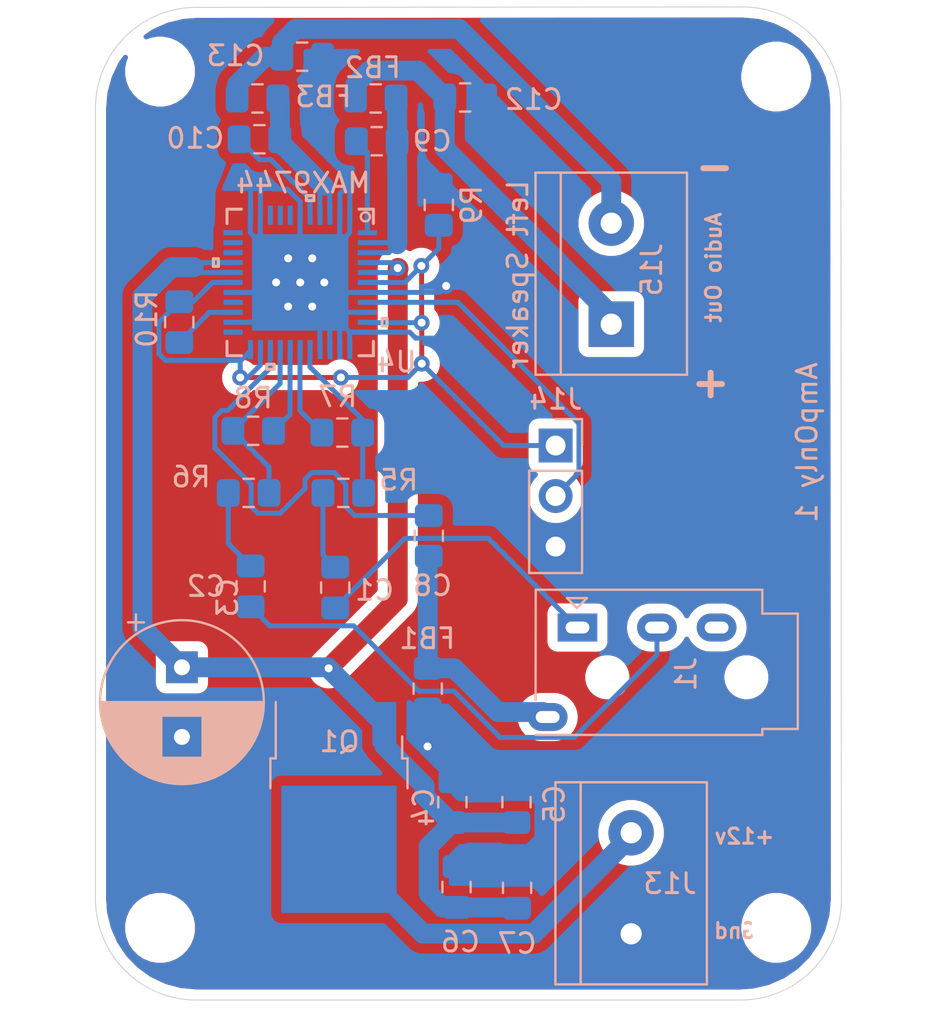
<source format=kicad_pcb>
(kicad_pcb (version 20171130) (host pcbnew "(5.1.6)-1")

  (general
    (thickness 1.6)
    (drawings 14)
    (tracks 227)
    (zones 0)
    (modules 31)
    (nets 32)
  )

  (page A4)
  (layers
    (0 F.Cu signal)
    (31 B.Cu signal)
    (32 B.Adhes user)
    (33 F.Adhes user)
    (34 B.Paste user)
    (35 F.Paste user)
    (36 B.SilkS user)
    (37 F.SilkS user)
    (38 B.Mask user)
    (39 F.Mask user)
    (40 Dwgs.User user)
    (41 Cmts.User user)
    (42 Eco1.User user)
    (43 Eco2.User user)
    (44 Edge.Cuts user)
    (45 Margin user)
    (46 B.CrtYd user)
    (47 F.CrtYd user)
    (48 B.Fab user)
    (49 F.Fab user)
  )

  (setup
    (last_trace_width 1)
    (user_trace_width 0.3)
    (user_trace_width 0.36)
    (user_trace_width 0.5)
    (user_trace_width 1)
    (user_trace_width 2)
    (trace_clearance 0.2)
    (zone_clearance 0.508)
    (zone_45_only no)
    (trace_min 0.2)
    (via_size 0.8)
    (via_drill 0.4)
    (via_min_size 0.4)
    (via_min_drill 0.3)
    (uvia_size 0.3)
    (uvia_drill 0.1)
    (uvias_allowed no)
    (uvia_min_size 0.2)
    (uvia_min_drill 0.1)
    (edge_width 0.05)
    (segment_width 0.2)
    (pcb_text_width 0.3)
    (pcb_text_size 1.5 1.5)
    (mod_edge_width 0.12)
    (mod_text_size 1 1)
    (mod_text_width 0.15)
    (pad_size 1.5 1.5)
    (pad_drill 0)
    (pad_to_mask_clearance 0.051)
    (solder_mask_min_width 0.25)
    (aux_axis_origin 0 0)
    (visible_elements 7FFFFFFF)
    (pcbplotparams
      (layerselection 0x010fc_ffffffff)
      (usegerberextensions false)
      (usegerberattributes false)
      (usegerberadvancedattributes false)
      (creategerberjobfile false)
      (excludeedgelayer true)
      (linewidth 0.100000)
      (plotframeref false)
      (viasonmask false)
      (mode 1)
      (useauxorigin false)
      (hpglpennumber 1)
      (hpglpenspeed 20)
      (hpglpendiameter 15.000000)
      (psnegative false)
      (psa4output false)
      (plotreference true)
      (plotvalue true)
      (plotinvisibletext false)
      (padsonsilk false)
      (subtractmaskfromsilk false)
      (outputformat 1)
      (mirror false)
      (drillshape 0)
      (scaleselection 1)
      (outputdirectory "Gerbers/"))
  )

  (net 0 "")
  (net 1 GND)
  (net 2 +3V3)
  (net 3 +12V)
  (net 4 LeftIN)
  (net 5 "Net-(C1-Pad1)")
  (net 6 "Net-(C2-Pad1)")
  (net 7 RightIN)
  (net 8 "Net-(C3-Pad1)")
  (net 9 GNDA)
  (net 10 "Net-(C8-Pad1)")
  (net 11 "Net-(C9-Pad2)")
  (net 12 "Net-(C9-Pad1)")
  (net 13 "Net-(C10-Pad1)")
  (net 14 "Net-(C10-Pad2)")
  (net 15 "Net-(C12-Pad2)")
  (net 16 "Net-(C13-Pad1)")
  (net 17 "Net-(J14-Pad2)")
  (net 18 "Net-(R5-Pad1)")
  (net 19 "Net-(R6-Pad1)")
  (net 20 "Net-(R7-Pad1)")
  (net 21 "Net-(R8-Pad1)")
  (net 22 "Net-(R10-Pad1)")
  (net 23 "Net-(U4-Pad23)")
  (net 24 "Net-(U4-Pad26)")
  (net 25 "Net-(U4-Pad31)")
  (net 26 "Net-(U4-Pad32)")
  (net 27 "Net-(U4-Pad33)")
  (net 28 "Net-(U4-Pad36)")
  (net 29 "Net-(U4-Pad37)")
  (net 30 "Net-(U4-Pad38)")
  (net 31 "Net-(J1-PadR2)")

  (net_class Default "This is the default net class."
    (clearance 0.2)
    (trace_width 0.25)
    (via_dia 0.8)
    (via_drill 0.4)
    (uvia_dia 0.3)
    (uvia_drill 0.1)
    (add_net +12V)
    (add_net +3V3)
    (add_net GND)
    (add_net GNDA)
    (add_net LeftIN)
    (add_net "Net-(C1-Pad1)")
    (add_net "Net-(C10-Pad1)")
    (add_net "Net-(C10-Pad2)")
    (add_net "Net-(C12-Pad2)")
    (add_net "Net-(C13-Pad1)")
    (add_net "Net-(C2-Pad1)")
    (add_net "Net-(C3-Pad1)")
    (add_net "Net-(C8-Pad1)")
    (add_net "Net-(C9-Pad1)")
    (add_net "Net-(C9-Pad2)")
    (add_net "Net-(J1-PadR2)")
    (add_net "Net-(J14-Pad2)")
    (add_net "Net-(R10-Pad1)")
    (add_net "Net-(R5-Pad1)")
    (add_net "Net-(R6-Pad1)")
    (add_net "Net-(R7-Pad1)")
    (add_net "Net-(R8-Pad1)")
    (add_net "Net-(U4-Pad23)")
    (add_net "Net-(U4-Pad26)")
    (add_net "Net-(U4-Pad31)")
    (add_net "Net-(U4-Pad32)")
    (add_net "Net-(U4-Pad33)")
    (add_net "Net-(U4-Pad36)")
    (add_net "Net-(U4-Pad37)")
    (add_net "Net-(U4-Pad38)")
    (add_net RightIN)
  )

  (module MountingHole:MountingHole_2.5mm (layer F.Cu) (tedit 56D1B4CB) (tstamp 5FBB6A9A)
    (at 120.1 129.35)
    (descr "Mounting Hole 2.5mm, no annular")
    (tags "mounting hole 2.5mm no annular")
    (attr virtual)
    (fp_text reference REF** (at 0 -4) (layer F.SilkS) hide
      (effects (font (size 1 1) (thickness 0.15)))
    )
    (fp_text value MountingHole_2.5mm (at 0 4) (layer F.Fab)
      (effects (font (size 1 1) (thickness 0.15)))
    )
    (fp_circle (center 0 0) (end 2.75 0) (layer F.CrtYd) (width 0.05))
    (fp_circle (center 0 0) (end 2.5 0) (layer Cmts.User) (width 0.15))
    (fp_text user %R (at 0.3 0) (layer F.Fab)
      (effects (font (size 1 1) (thickness 0.15)))
    )
    (pad 1 np_thru_hole circle (at 0 0) (size 2.5 2.5) (drill 2.5) (layers *.Cu *.Mask))
  )

  (module MountingHole:MountingHole_2.5mm (layer F.Cu) (tedit 56D1B4CB) (tstamp 5FBB6A89)
    (at 151.1 86.55)
    (descr "Mounting Hole 2.5mm, no annular")
    (tags "mounting hole 2.5mm no annular")
    (attr virtual)
    (fp_text reference REF** (at 0 -4) (layer F.SilkS) hide
      (effects (font (size 1 1) (thickness 0.15)))
    )
    (fp_text value MountingHole_2.5mm (at 0 4) (layer F.Fab)
      (effects (font (size 1 1) (thickness 0.15)))
    )
    (fp_circle (center 0 0) (end 2.75 0) (layer F.CrtYd) (width 0.05))
    (fp_circle (center 0 0) (end 2.5 0) (layer Cmts.User) (width 0.15))
    (fp_text user %R (at 0.3 0) (layer F.Fab)
      (effects (font (size 1 1) (thickness 0.15)))
    )
    (pad 1 np_thru_hole circle (at 0 0) (size 2.5 2.5) (drill 2.5) (layers *.Cu *.Mask))
  )

  (module MountingHole:MountingHole_2.5mm (layer F.Cu) (tedit 56D1B4CB) (tstamp 5FBB6A9A)
    (at 120.1 86.3)
    (descr "Mounting Hole 2.5mm, no annular")
    (tags "mounting hole 2.5mm no annular")
    (attr virtual)
    (fp_text reference REF** (at 0 -4) (layer F.SilkS) hide
      (effects (font (size 1 1) (thickness 0.15)))
    )
    (fp_text value MountingHole_2.5mm (at 0 4) (layer F.Fab)
      (effects (font (size 1 1) (thickness 0.15)))
    )
    (fp_circle (center 0 0) (end 2.75 0) (layer F.CrtYd) (width 0.05))
    (fp_circle (center 0 0) (end 2.5 0) (layer Cmts.User) (width 0.15))
    (fp_text user %R (at 0.3 0) (layer F.Fab)
      (effects (font (size 1 1) (thickness 0.15)))
    )
    (pad 1 np_thru_hole circle (at 0 0) (size 2.5 2.5) (drill 2.5) (layers *.Cu *.Mask))
  )

  (module MountingHole:MountingHole_2.5mm (layer F.Cu) (tedit 56D1B4CB) (tstamp 5FBB6A9A)
    (at 151.1 129.35)
    (descr "Mounting Hole 2.5mm, no annular")
    (tags "mounting hole 2.5mm no annular")
    (attr virtual)
    (fp_text reference REF** (at 0 -4) (layer F.SilkS) hide
      (effects (font (size 1 1) (thickness 0.15)))
    )
    (fp_text value MountingHole_2.5mm (at 0 4) (layer F.Fab)
      (effects (font (size 1 1) (thickness 0.15)))
    )
    (fp_circle (center 0 0) (end 2.75 0) (layer F.CrtYd) (width 0.05))
    (fp_circle (center 0 0) (end 2.5 0) (layer Cmts.User) (width 0.15))
    (fp_text user %R (at 0.3 0) (layer F.Fab)
      (effects (font (size 1 1) (thickness 0.15)))
    )
    (pad 1 np_thru_hole circle (at 0 0) (size 2.5 2.5) (drill 2.5) (layers *.Cu *.Mask))
  )

  (module "Useful Modifications:TerminalBlock_bornier-2_P5.08mm" (layer B.Cu) (tedit 5DBE4433) (tstamp 5F4F569B)
    (at 142.8 99 90)
    (descr "simple 2-pin terminal block, pitch 5.08mm, revamped version of bornier2")
    (tags "terminal block bornier2")
    (path /5F4AD486/5F4F76D1)
    (fp_text reference J15 (at 2.7432 2.032 -90) (layer B.SilkS)
      (effects (font (size 1 1) (thickness 0.15)) (justify mirror))
    )
    (fp_text value "Left Speaker" (at 2.5 -4.7 -90) (layer B.SilkS)
      (effects (font (size 1 1) (thickness 0.15)) (justify mirror))
    )
    (fp_line (start -2.41 -2.55) (end 7.49 -2.55) (layer B.Fab) (width 0.1))
    (fp_line (start -2.46 3.75) (end -2.46 -3.75) (layer B.Fab) (width 0.1))
    (fp_line (start -2.46 -3.75) (end 7.54 -3.75) (layer B.Fab) (width 0.1))
    (fp_line (start 7.54 -3.75) (end 7.54 3.75) (layer B.Fab) (width 0.1))
    (fp_line (start 7.54 3.75) (end -2.46 3.75) (layer B.Fab) (width 0.1))
    (fp_line (start 7.62 -2.54) (end -2.54 -2.54) (layer B.SilkS) (width 0.12))
    (fp_line (start 7.62 -3.81) (end 7.62 3.81) (layer B.SilkS) (width 0.12))
    (fp_line (start 7.62 3.81) (end -2.54 3.81) (layer B.SilkS) (width 0.12))
    (fp_line (start -2.54 3.81) (end -2.54 -3.81) (layer B.SilkS) (width 0.12))
    (fp_line (start -2.54 -3.81) (end 7.62 -3.81) (layer B.SilkS) (width 0.12))
    (fp_line (start -2.71 4) (end 7.79 4) (layer B.CrtYd) (width 0.05))
    (fp_line (start -2.71 4) (end -2.71 -4) (layer B.CrtYd) (width 0.05))
    (fp_line (start 7.79 -4) (end 7.79 4) (layer B.CrtYd) (width 0.05))
    (fp_line (start 7.79 -4) (end -2.71 -4) (layer B.CrtYd) (width 0.05))
    (fp_text user %R (at 2.54 0 -90) (layer B.Fab)
      (effects (font (size 1 1) (thickness 0.15)) (justify mirror))
    )
    (pad 1 thru_hole rect (at 0 0 90) (size 2.286 2.286) (drill 1.0668) (layers *.Cu *.Mask)
      (net 15 "Net-(C12-Pad2)"))
    (pad 2 thru_hole circle (at 5.08 0 90) (size 2.286 2.286) (drill 1.0668) (layers *.Cu *.Mask)
      (net 16 "Net-(C13-Pad1)"))
    (model ${KISYS3DMOD}/TerminalBlock.3dshapes/TerminalBlock_bornier-2_P5.08mm.wrl
      (offset (xyz 2.539999961853027 0 0))
      (scale (xyz 1 1 1))
      (rotate (xyz 0 0 0))
    )
  )

  (module Capacitor_SMD:C_0805_2012Metric_Pad1.15x1.40mm_HandSolder (layer B.Cu) (tedit 5B36C52B) (tstamp 5FA02391)
    (at 128.91192 112.24106 270)
    (descr "Capacitor SMD 0805 (2012 Metric), square (rectangular) end terminal, IPC_7351 nominal with elongated pad for handsoldering. (Body size source: https://docs.google.com/spreadsheets/d/1BsfQQcO9C6DZCsRaXUlFlo91Tg2WpOkGARC1WS5S8t0/edit?usp=sharing), generated with kicad-footprint-generator")
    (tags "capacitor handsolder")
    (path /5F4AD486/5F512ADD)
    (attr smd)
    (fp_text reference C1 (at 0.136 -1.9812 180) (layer B.SilkS)
      (effects (font (size 1 1) (thickness 0.15)) (justify mirror))
    )
    (fp_text value 0.47µF (at 2.85894 -0.48808) (layer F.Fab)
      (effects (font (size 1 1) (thickness 0.15)))
    )
    (fp_line (start -1 -0.6) (end -1 0.6) (layer B.Fab) (width 0.1))
    (fp_line (start -1 0.6) (end 1 0.6) (layer B.Fab) (width 0.1))
    (fp_line (start 1 0.6) (end 1 -0.6) (layer B.Fab) (width 0.1))
    (fp_line (start 1 -0.6) (end -1 -0.6) (layer B.Fab) (width 0.1))
    (fp_line (start -0.261252 0.71) (end 0.261252 0.71) (layer B.SilkS) (width 0.12))
    (fp_line (start -0.261252 -0.71) (end 0.261252 -0.71) (layer B.SilkS) (width 0.12))
    (fp_line (start -1.85 -0.95) (end -1.85 0.95) (layer B.CrtYd) (width 0.05))
    (fp_line (start -1.85 0.95) (end 1.85 0.95) (layer B.CrtYd) (width 0.05))
    (fp_line (start 1.85 0.95) (end 1.85 -0.95) (layer B.CrtYd) (width 0.05))
    (fp_line (start 1.85 -0.95) (end -1.85 -0.95) (layer B.CrtYd) (width 0.05))
    (fp_text user %R (at 0 0 270) (layer B.Fab)
      (effects (font (size 0.5 0.5) (thickness 0.08)) (justify mirror))
    )
    (pad 1 smd roundrect (at -1.025 0 270) (size 1.15 1.4) (layers B.Cu B.Paste B.Mask) (roundrect_rratio 0.217391)
      (net 5 "Net-(C1-Pad1)"))
    (pad 2 smd roundrect (at 1.025 0 270) (size 1.15 1.4) (layers B.Cu B.Paste B.Mask) (roundrect_rratio 0.217391)
      (net 4 LeftIN))
    (model ${KISYS3DMOD}/Capacitor_SMD.3dshapes/C_0805_2012Metric.wrl
      (at (xyz 0 0 0))
      (scale (xyz 1 1 1))
      (rotate (xyz 0 0 0))
    )
  )

  (module Capacitor_SMD:C_0805_2012Metric_Pad1.15x1.40mm_HandSolder (layer B.Cu) (tedit 5B36C52B) (tstamp 5FA02679)
    (at 124.65742 112.1801 270)
    (descr "Capacitor SMD 0805 (2012 Metric), square (rectangular) end terminal, IPC_7351 nominal with elongated pad for handsoldering. (Body size source: https://docs.google.com/spreadsheets/d/1BsfQQcO9C6DZCsRaXUlFlo91Tg2WpOkGARC1WS5S8t0/edit?usp=sharing), generated with kicad-footprint-generator")
    (tags "capacitor handsolder")
    (path /5F4AD486/5F514F25)
    (attr smd)
    (fp_text reference C2 (at 0 2.2352 180) (layer B.SilkS)
      (effects (font (size 1 1) (thickness 0.15)) (justify mirror))
    )
    (fp_text value 0.47µF (at 2.8199 1.35742) (layer F.Fab)
      (effects (font (size 1 1) (thickness 0.15)))
    )
    (fp_line (start 1.85 -0.95) (end -1.85 -0.95) (layer B.CrtYd) (width 0.05))
    (fp_line (start 1.85 0.95) (end 1.85 -0.95) (layer B.CrtYd) (width 0.05))
    (fp_line (start -1.85 0.95) (end 1.85 0.95) (layer B.CrtYd) (width 0.05))
    (fp_line (start -1.85 -0.95) (end -1.85 0.95) (layer B.CrtYd) (width 0.05))
    (fp_line (start -0.261252 -0.71) (end 0.261252 -0.71) (layer B.SilkS) (width 0.12))
    (fp_line (start -0.261252 0.71) (end 0.261252 0.71) (layer B.SilkS) (width 0.12))
    (fp_line (start 1 -0.6) (end -1 -0.6) (layer B.Fab) (width 0.1))
    (fp_line (start 1 0.6) (end 1 -0.6) (layer B.Fab) (width 0.1))
    (fp_line (start -1 0.6) (end 1 0.6) (layer B.Fab) (width 0.1))
    (fp_line (start -1 -0.6) (end -1 0.6) (layer B.Fab) (width 0.1))
    (fp_text user %R (at 0 0 270) (layer B.Fab)
      (effects (font (size 0.5 0.5) (thickness 0.08)) (justify mirror))
    )
    (pad 2 smd roundrect (at 1.025 0 270) (size 1.15 1.4) (layers B.Cu B.Paste B.Mask) (roundrect_rratio 0.217391)
      (net 7 RightIN))
    (pad 1 smd roundrect (at -1.025 0 270) (size 1.15 1.4) (layers B.Cu B.Paste B.Mask) (roundrect_rratio 0.217391)
      (net 6 "Net-(C2-Pad1)"))
    (model ${KISYS3DMOD}/Capacitor_SMD.3dshapes/C_0805_2012Metric.wrl
      (at (xyz 0 0 0))
      (scale (xyz 1 1 1))
      (rotate (xyz 0 0 0))
    )
  )

  (module Capacitor_THT:CP_Radial_D8.0mm_P3.50mm (layer B.Cu) (tedit 5AE50EF0) (tstamp 5FA02489)
    (at 121.2 116.25 270)
    (descr "CP, Radial series, Radial, pin pitch=3.50mm, , diameter=8mm, Electrolytic Capacitor")
    (tags "CP Radial series Radial pin pitch 3.50mm  diameter 8mm Electrolytic Capacitor")
    (path /5F4AD486/5F58422B)
    (fp_text reference C3 (at -3.5 -2.3 90) (layer B.SilkS)
      (effects (font (size 1 1) (thickness 0.15)) (justify mirror))
    )
    (fp_text value 470µF (at 1.75 -5.25 90) (layer B.Fab)
      (effects (font (size 1 1) (thickness 0.15)) (justify mirror))
    )
    (fp_circle (center 1.75 0) (end 5.75 0) (layer B.Fab) (width 0.1))
    (fp_circle (center 1.75 0) (end 5.87 0) (layer B.SilkS) (width 0.12))
    (fp_circle (center 1.75 0) (end 6 0) (layer B.CrtYd) (width 0.05))
    (fp_line (start -1.676759 1.7475) (end -0.876759 1.7475) (layer B.Fab) (width 0.1))
    (fp_line (start -1.276759 2.1475) (end -1.276759 1.3475) (layer B.Fab) (width 0.1))
    (fp_line (start 1.75 4.08) (end 1.75 -4.08) (layer B.SilkS) (width 0.12))
    (fp_line (start 1.79 4.08) (end 1.79 -4.08) (layer B.SilkS) (width 0.12))
    (fp_line (start 1.83 4.08) (end 1.83 -4.08) (layer B.SilkS) (width 0.12))
    (fp_line (start 1.87 4.079) (end 1.87 -4.079) (layer B.SilkS) (width 0.12))
    (fp_line (start 1.91 4.077) (end 1.91 -4.077) (layer B.SilkS) (width 0.12))
    (fp_line (start 1.95 4.076) (end 1.95 -4.076) (layer B.SilkS) (width 0.12))
    (fp_line (start 1.99 4.074) (end 1.99 -4.074) (layer B.SilkS) (width 0.12))
    (fp_line (start 2.03 4.071) (end 2.03 -4.071) (layer B.SilkS) (width 0.12))
    (fp_line (start 2.07 4.068) (end 2.07 -4.068) (layer B.SilkS) (width 0.12))
    (fp_line (start 2.11 4.065) (end 2.11 -4.065) (layer B.SilkS) (width 0.12))
    (fp_line (start 2.15 4.061) (end 2.15 -4.061) (layer B.SilkS) (width 0.12))
    (fp_line (start 2.19 4.057) (end 2.19 -4.057) (layer B.SilkS) (width 0.12))
    (fp_line (start 2.23 4.052) (end 2.23 -4.052) (layer B.SilkS) (width 0.12))
    (fp_line (start 2.27 4.048) (end 2.27 -4.048) (layer B.SilkS) (width 0.12))
    (fp_line (start 2.31 4.042) (end 2.31 -4.042) (layer B.SilkS) (width 0.12))
    (fp_line (start 2.35 4.037) (end 2.35 -4.037) (layer B.SilkS) (width 0.12))
    (fp_line (start 2.39 4.03) (end 2.39 -4.03) (layer B.SilkS) (width 0.12))
    (fp_line (start 2.43 4.024) (end 2.43 -4.024) (layer B.SilkS) (width 0.12))
    (fp_line (start 2.471 4.017) (end 2.471 1.04) (layer B.SilkS) (width 0.12))
    (fp_line (start 2.471 -1.04) (end 2.471 -4.017) (layer B.SilkS) (width 0.12))
    (fp_line (start 2.511 4.01) (end 2.511 1.04) (layer B.SilkS) (width 0.12))
    (fp_line (start 2.511 -1.04) (end 2.511 -4.01) (layer B.SilkS) (width 0.12))
    (fp_line (start 2.551 4.002) (end 2.551 1.04) (layer B.SilkS) (width 0.12))
    (fp_line (start 2.551 -1.04) (end 2.551 -4.002) (layer B.SilkS) (width 0.12))
    (fp_line (start 2.591 3.994) (end 2.591 1.04) (layer B.SilkS) (width 0.12))
    (fp_line (start 2.591 -1.04) (end 2.591 -3.994) (layer B.SilkS) (width 0.12))
    (fp_line (start 2.631 3.985) (end 2.631 1.04) (layer B.SilkS) (width 0.12))
    (fp_line (start 2.631 -1.04) (end 2.631 -3.985) (layer B.SilkS) (width 0.12))
    (fp_line (start 2.671 3.976) (end 2.671 1.04) (layer B.SilkS) (width 0.12))
    (fp_line (start 2.671 -1.04) (end 2.671 -3.976) (layer B.SilkS) (width 0.12))
    (fp_line (start 2.711 3.967) (end 2.711 1.04) (layer B.SilkS) (width 0.12))
    (fp_line (start 2.711 -1.04) (end 2.711 -3.967) (layer B.SilkS) (width 0.12))
    (fp_line (start 2.751 3.957) (end 2.751 1.04) (layer B.SilkS) (width 0.12))
    (fp_line (start 2.751 -1.04) (end 2.751 -3.957) (layer B.SilkS) (width 0.12))
    (fp_line (start 2.791 3.947) (end 2.791 1.04) (layer B.SilkS) (width 0.12))
    (fp_line (start 2.791 -1.04) (end 2.791 -3.947) (layer B.SilkS) (width 0.12))
    (fp_line (start 2.831 3.936) (end 2.831 1.04) (layer B.SilkS) (width 0.12))
    (fp_line (start 2.831 -1.04) (end 2.831 -3.936) (layer B.SilkS) (width 0.12))
    (fp_line (start 2.871 3.925) (end 2.871 1.04) (layer B.SilkS) (width 0.12))
    (fp_line (start 2.871 -1.04) (end 2.871 -3.925) (layer B.SilkS) (width 0.12))
    (fp_line (start 2.911 3.914) (end 2.911 1.04) (layer B.SilkS) (width 0.12))
    (fp_line (start 2.911 -1.04) (end 2.911 -3.914) (layer B.SilkS) (width 0.12))
    (fp_line (start 2.951 3.902) (end 2.951 1.04) (layer B.SilkS) (width 0.12))
    (fp_line (start 2.951 -1.04) (end 2.951 -3.902) (layer B.SilkS) (width 0.12))
    (fp_line (start 2.991 3.889) (end 2.991 1.04) (layer B.SilkS) (width 0.12))
    (fp_line (start 2.991 -1.04) (end 2.991 -3.889) (layer B.SilkS) (width 0.12))
    (fp_line (start 3.031 3.877) (end 3.031 1.04) (layer B.SilkS) (width 0.12))
    (fp_line (start 3.031 -1.04) (end 3.031 -3.877) (layer B.SilkS) (width 0.12))
    (fp_line (start 3.071 3.863) (end 3.071 1.04) (layer B.SilkS) (width 0.12))
    (fp_line (start 3.071 -1.04) (end 3.071 -3.863) (layer B.SilkS) (width 0.12))
    (fp_line (start 3.111 3.85) (end 3.111 1.04) (layer B.SilkS) (width 0.12))
    (fp_line (start 3.111 -1.04) (end 3.111 -3.85) (layer B.SilkS) (width 0.12))
    (fp_line (start 3.151 3.835) (end 3.151 1.04) (layer B.SilkS) (width 0.12))
    (fp_line (start 3.151 -1.04) (end 3.151 -3.835) (layer B.SilkS) (width 0.12))
    (fp_line (start 3.191 3.821) (end 3.191 1.04) (layer B.SilkS) (width 0.12))
    (fp_line (start 3.191 -1.04) (end 3.191 -3.821) (layer B.SilkS) (width 0.12))
    (fp_line (start 3.231 3.805) (end 3.231 1.04) (layer B.SilkS) (width 0.12))
    (fp_line (start 3.231 -1.04) (end 3.231 -3.805) (layer B.SilkS) (width 0.12))
    (fp_line (start 3.271 3.79) (end 3.271 1.04) (layer B.SilkS) (width 0.12))
    (fp_line (start 3.271 -1.04) (end 3.271 -3.79) (layer B.SilkS) (width 0.12))
    (fp_line (start 3.311 3.774) (end 3.311 1.04) (layer B.SilkS) (width 0.12))
    (fp_line (start 3.311 -1.04) (end 3.311 -3.774) (layer B.SilkS) (width 0.12))
    (fp_line (start 3.351 3.757) (end 3.351 1.04) (layer B.SilkS) (width 0.12))
    (fp_line (start 3.351 -1.04) (end 3.351 -3.757) (layer B.SilkS) (width 0.12))
    (fp_line (start 3.391 3.74) (end 3.391 1.04) (layer B.SilkS) (width 0.12))
    (fp_line (start 3.391 -1.04) (end 3.391 -3.74) (layer B.SilkS) (width 0.12))
    (fp_line (start 3.431 3.722) (end 3.431 1.04) (layer B.SilkS) (width 0.12))
    (fp_line (start 3.431 -1.04) (end 3.431 -3.722) (layer B.SilkS) (width 0.12))
    (fp_line (start 3.471 3.704) (end 3.471 1.04) (layer B.SilkS) (width 0.12))
    (fp_line (start 3.471 -1.04) (end 3.471 -3.704) (layer B.SilkS) (width 0.12))
    (fp_line (start 3.511 3.686) (end 3.511 1.04) (layer B.SilkS) (width 0.12))
    (fp_line (start 3.511 -1.04) (end 3.511 -3.686) (layer B.SilkS) (width 0.12))
    (fp_line (start 3.551 3.666) (end 3.551 1.04) (layer B.SilkS) (width 0.12))
    (fp_line (start 3.551 -1.04) (end 3.551 -3.666) (layer B.SilkS) (width 0.12))
    (fp_line (start 3.591 3.647) (end 3.591 1.04) (layer B.SilkS) (width 0.12))
    (fp_line (start 3.591 -1.04) (end 3.591 -3.647) (layer B.SilkS) (width 0.12))
    (fp_line (start 3.631 3.627) (end 3.631 1.04) (layer B.SilkS) (width 0.12))
    (fp_line (start 3.631 -1.04) (end 3.631 -3.627) (layer B.SilkS) (width 0.12))
    (fp_line (start 3.671 3.606) (end 3.671 1.04) (layer B.SilkS) (width 0.12))
    (fp_line (start 3.671 -1.04) (end 3.671 -3.606) (layer B.SilkS) (width 0.12))
    (fp_line (start 3.711 3.584) (end 3.711 1.04) (layer B.SilkS) (width 0.12))
    (fp_line (start 3.711 -1.04) (end 3.711 -3.584) (layer B.SilkS) (width 0.12))
    (fp_line (start 3.751 3.562) (end 3.751 1.04) (layer B.SilkS) (width 0.12))
    (fp_line (start 3.751 -1.04) (end 3.751 -3.562) (layer B.SilkS) (width 0.12))
    (fp_line (start 3.791 3.54) (end 3.791 1.04) (layer B.SilkS) (width 0.12))
    (fp_line (start 3.791 -1.04) (end 3.791 -3.54) (layer B.SilkS) (width 0.12))
    (fp_line (start 3.831 3.517) (end 3.831 1.04) (layer B.SilkS) (width 0.12))
    (fp_line (start 3.831 -1.04) (end 3.831 -3.517) (layer B.SilkS) (width 0.12))
    (fp_line (start 3.871 3.493) (end 3.871 1.04) (layer B.SilkS) (width 0.12))
    (fp_line (start 3.871 -1.04) (end 3.871 -3.493) (layer B.SilkS) (width 0.12))
    (fp_line (start 3.911 3.469) (end 3.911 1.04) (layer B.SilkS) (width 0.12))
    (fp_line (start 3.911 -1.04) (end 3.911 -3.469) (layer B.SilkS) (width 0.12))
    (fp_line (start 3.951 3.444) (end 3.951 1.04) (layer B.SilkS) (width 0.12))
    (fp_line (start 3.951 -1.04) (end 3.951 -3.444) (layer B.SilkS) (width 0.12))
    (fp_line (start 3.991 3.418) (end 3.991 1.04) (layer B.SilkS) (width 0.12))
    (fp_line (start 3.991 -1.04) (end 3.991 -3.418) (layer B.SilkS) (width 0.12))
    (fp_line (start 4.031 3.392) (end 4.031 1.04) (layer B.SilkS) (width 0.12))
    (fp_line (start 4.031 -1.04) (end 4.031 -3.392) (layer B.SilkS) (width 0.12))
    (fp_line (start 4.071 3.365) (end 4.071 1.04) (layer B.SilkS) (width 0.12))
    (fp_line (start 4.071 -1.04) (end 4.071 -3.365) (layer B.SilkS) (width 0.12))
    (fp_line (start 4.111 3.338) (end 4.111 1.04) (layer B.SilkS) (width 0.12))
    (fp_line (start 4.111 -1.04) (end 4.111 -3.338) (layer B.SilkS) (width 0.12))
    (fp_line (start 4.151 3.309) (end 4.151 1.04) (layer B.SilkS) (width 0.12))
    (fp_line (start 4.151 -1.04) (end 4.151 -3.309) (layer B.SilkS) (width 0.12))
    (fp_line (start 4.191 3.28) (end 4.191 1.04) (layer B.SilkS) (width 0.12))
    (fp_line (start 4.191 -1.04) (end 4.191 -3.28) (layer B.SilkS) (width 0.12))
    (fp_line (start 4.231 3.25) (end 4.231 1.04) (layer B.SilkS) (width 0.12))
    (fp_line (start 4.231 -1.04) (end 4.231 -3.25) (layer B.SilkS) (width 0.12))
    (fp_line (start 4.271 3.22) (end 4.271 1.04) (layer B.SilkS) (width 0.12))
    (fp_line (start 4.271 -1.04) (end 4.271 -3.22) (layer B.SilkS) (width 0.12))
    (fp_line (start 4.311 3.189) (end 4.311 1.04) (layer B.SilkS) (width 0.12))
    (fp_line (start 4.311 -1.04) (end 4.311 -3.189) (layer B.SilkS) (width 0.12))
    (fp_line (start 4.351 3.156) (end 4.351 1.04) (layer B.SilkS) (width 0.12))
    (fp_line (start 4.351 -1.04) (end 4.351 -3.156) (layer B.SilkS) (width 0.12))
    (fp_line (start 4.391 3.124) (end 4.391 1.04) (layer B.SilkS) (width 0.12))
    (fp_line (start 4.391 -1.04) (end 4.391 -3.124) (layer B.SilkS) (width 0.12))
    (fp_line (start 4.431 3.09) (end 4.431 1.04) (layer B.SilkS) (width 0.12))
    (fp_line (start 4.431 -1.04) (end 4.431 -3.09) (layer B.SilkS) (width 0.12))
    (fp_line (start 4.471 3.055) (end 4.471 1.04) (layer B.SilkS) (width 0.12))
    (fp_line (start 4.471 -1.04) (end 4.471 -3.055) (layer B.SilkS) (width 0.12))
    (fp_line (start 4.511 3.019) (end 4.511 1.04) (layer B.SilkS) (width 0.12))
    (fp_line (start 4.511 -1.04) (end 4.511 -3.019) (layer B.SilkS) (width 0.12))
    (fp_line (start 4.551 2.983) (end 4.551 -2.983) (layer B.SilkS) (width 0.12))
    (fp_line (start 4.591 2.945) (end 4.591 -2.945) (layer B.SilkS) (width 0.12))
    (fp_line (start 4.631 2.907) (end 4.631 -2.907) (layer B.SilkS) (width 0.12))
    (fp_line (start 4.671 2.867) (end 4.671 -2.867) (layer B.SilkS) (width 0.12))
    (fp_line (start 4.711 2.826) (end 4.711 -2.826) (layer B.SilkS) (width 0.12))
    (fp_line (start 4.751 2.784) (end 4.751 -2.784) (layer B.SilkS) (width 0.12))
    (fp_line (start 4.791 2.741) (end 4.791 -2.741) (layer B.SilkS) (width 0.12))
    (fp_line (start 4.831 2.697) (end 4.831 -2.697) (layer B.SilkS) (width 0.12))
    (fp_line (start 4.871 2.651) (end 4.871 -2.651) (layer B.SilkS) (width 0.12))
    (fp_line (start 4.911 2.604) (end 4.911 -2.604) (layer B.SilkS) (width 0.12))
    (fp_line (start 4.951 2.556) (end 4.951 -2.556) (layer B.SilkS) (width 0.12))
    (fp_line (start 4.991 2.505) (end 4.991 -2.505) (layer B.SilkS) (width 0.12))
    (fp_line (start 5.031 2.454) (end 5.031 -2.454) (layer B.SilkS) (width 0.12))
    (fp_line (start 5.071 2.4) (end 5.071 -2.4) (layer B.SilkS) (width 0.12))
    (fp_line (start 5.111 2.345) (end 5.111 -2.345) (layer B.SilkS) (width 0.12))
    (fp_line (start 5.151 2.287) (end 5.151 -2.287) (layer B.SilkS) (width 0.12))
    (fp_line (start 5.191 2.228) (end 5.191 -2.228) (layer B.SilkS) (width 0.12))
    (fp_line (start 5.231 2.166) (end 5.231 -2.166) (layer B.SilkS) (width 0.12))
    (fp_line (start 5.271 2.102) (end 5.271 -2.102) (layer B.SilkS) (width 0.12))
    (fp_line (start 5.311 2.034) (end 5.311 -2.034) (layer B.SilkS) (width 0.12))
    (fp_line (start 5.351 1.964) (end 5.351 -1.964) (layer B.SilkS) (width 0.12))
    (fp_line (start 5.391 1.89) (end 5.391 -1.89) (layer B.SilkS) (width 0.12))
    (fp_line (start 5.431 1.813) (end 5.431 -1.813) (layer B.SilkS) (width 0.12))
    (fp_line (start 5.471 1.731) (end 5.471 -1.731) (layer B.SilkS) (width 0.12))
    (fp_line (start 5.511 1.645) (end 5.511 -1.645) (layer B.SilkS) (width 0.12))
    (fp_line (start 5.551 1.552) (end 5.551 -1.552) (layer B.SilkS) (width 0.12))
    (fp_line (start 5.591 1.453) (end 5.591 -1.453) (layer B.SilkS) (width 0.12))
    (fp_line (start 5.631 1.346) (end 5.631 -1.346) (layer B.SilkS) (width 0.12))
    (fp_line (start 5.671 1.229) (end 5.671 -1.229) (layer B.SilkS) (width 0.12))
    (fp_line (start 5.711 1.098) (end 5.711 -1.098) (layer B.SilkS) (width 0.12))
    (fp_line (start 5.751 0.948) (end 5.751 -0.948) (layer B.SilkS) (width 0.12))
    (fp_line (start 5.791 0.768) (end 5.791 -0.768) (layer B.SilkS) (width 0.12))
    (fp_line (start 5.831 0.533) (end 5.831 -0.533) (layer B.SilkS) (width 0.12))
    (fp_line (start -2.659698 2.315) (end -1.859698 2.315) (layer B.SilkS) (width 0.12))
    (fp_line (start -2.259698 2.715) (end -2.259698 1.915) (layer B.SilkS) (width 0.12))
    (fp_text user %R (at 1.75 0 90) (layer B.Fab)
      (effects (font (size 1 1) (thickness 0.15)) (justify mirror))
    )
    (pad 1 thru_hole rect (at 0 0 270) (size 1.6 1.6) (drill 0.8) (layers *.Cu *.Mask)
      (net 8 "Net-(C3-Pad1)"))
    (pad 2 thru_hole circle (at 3.5 0 270) (size 1.6 1.6) (drill 0.8) (layers *.Cu *.Mask)
      (net 1 GND))
    (model ${KISYS3DMOD}/Capacitor_THT.3dshapes/CP_Radial_D8.0mm_P3.50mm.wrl
      (at (xyz 0 0 0))
      (scale (xyz 1 1 1))
      (rotate (xyz 0 0 0))
    )
  )

  (module Capacitor_SMD:C_0805_2012Metric_Pad1.15x1.40mm_HandSolder (layer B.Cu) (tedit 5B36C52B) (tstamp 5FA02331)
    (at 134.80604 123.02912 270)
    (descr "Capacitor SMD 0805 (2012 Metric), square (rectangular) end terminal, IPC_7351 nominal with elongated pad for handsoldering. (Body size source: https://docs.google.com/spreadsheets/d/1BsfQQcO9C6DZCsRaXUlFlo91Tg2WpOkGARC1WS5S8t0/edit?usp=sharing), generated with kicad-footprint-generator")
    (tags "capacitor handsolder")
    (path /5F4AD486/5F58AC3C)
    (attr smd)
    (fp_text reference C4 (at 0.25934 1.44372 90) (layer B.SilkS)
      (effects (font (size 1 1) (thickness 0.15)) (justify mirror))
    )
    (fp_text value 10µF (at -2.52912 0.45604 180) (layer F.Fab)
      (effects (font (size 1 1) (thickness 0.15)))
    )
    (fp_line (start -1 -0.6) (end -1 0.6) (layer B.Fab) (width 0.1))
    (fp_line (start -1 0.6) (end 1 0.6) (layer B.Fab) (width 0.1))
    (fp_line (start 1 0.6) (end 1 -0.6) (layer B.Fab) (width 0.1))
    (fp_line (start 1 -0.6) (end -1 -0.6) (layer B.Fab) (width 0.1))
    (fp_line (start -0.261252 0.71) (end 0.261252 0.71) (layer B.SilkS) (width 0.12))
    (fp_line (start -0.261252 -0.71) (end 0.261252 -0.71) (layer B.SilkS) (width 0.12))
    (fp_line (start -1.85 -0.95) (end -1.85 0.95) (layer B.CrtYd) (width 0.05))
    (fp_line (start -1.85 0.95) (end 1.85 0.95) (layer B.CrtYd) (width 0.05))
    (fp_line (start 1.85 0.95) (end 1.85 -0.95) (layer B.CrtYd) (width 0.05))
    (fp_line (start 1.85 -0.95) (end -1.85 -0.95) (layer B.CrtYd) (width 0.05))
    (fp_text user %R (at 0 0 270) (layer B.Fab)
      (effects (font (size 0.5 0.5) (thickness 0.08)) (justify mirror))
    )
    (pad 1 smd roundrect (at -1.025 0 270) (size 1.15 1.4) (layers B.Cu B.Paste B.Mask) (roundrect_rratio 0.217391)
      (net 1 GND))
    (pad 2 smd roundrect (at 1.025 0 270) (size 1.15 1.4) (layers B.Cu B.Paste B.Mask) (roundrect_rratio 0.217391)
      (net 8 "Net-(C3-Pad1)"))
    (model ${KISYS3DMOD}/Capacitor_SMD.3dshapes/C_0805_2012Metric.wrl
      (at (xyz 0 0 0))
      (scale (xyz 1 1 1))
      (rotate (xyz 0 0 0))
    )
  )

  (module Capacitor_SMD:C_0805_2012Metric_Pad1.15x1.40mm_HandSolder (layer B.Cu) (tedit 5B36C52B) (tstamp 5FA02301)
    (at 138.03184 123.02912 270)
    (descr "Capacitor SMD 0805 (2012 Metric), square (rectangular) end terminal, IPC_7351 nominal with elongated pad for handsoldering. (Body size source: https://docs.google.com/spreadsheets/d/1BsfQQcO9C6DZCsRaXUlFlo91Tg2WpOkGARC1WS5S8t0/edit?usp=sharing), generated with kicad-footprint-generator")
    (tags "capacitor handsolder")
    (path /5F4AD486/5F58FC50)
    (attr smd)
    (fp_text reference C5 (at 0.10186 -1.904 270) (layer B.SilkS)
      (effects (font (size 1 1) (thickness 0.15)) (justify mirror))
    )
    (fp_text value 10µF (at -2.52912 -0.41816) (layer F.Fab)
      (effects (font (size 1 1) (thickness 0.15)))
    )
    (fp_line (start -1 -0.6) (end -1 0.6) (layer B.Fab) (width 0.1))
    (fp_line (start -1 0.6) (end 1 0.6) (layer B.Fab) (width 0.1))
    (fp_line (start 1 0.6) (end 1 -0.6) (layer B.Fab) (width 0.1))
    (fp_line (start 1 -0.6) (end -1 -0.6) (layer B.Fab) (width 0.1))
    (fp_line (start -0.261252 0.71) (end 0.261252 0.71) (layer B.SilkS) (width 0.12))
    (fp_line (start -0.261252 -0.71) (end 0.261252 -0.71) (layer B.SilkS) (width 0.12))
    (fp_line (start -1.85 -0.95) (end -1.85 0.95) (layer B.CrtYd) (width 0.05))
    (fp_line (start -1.85 0.95) (end 1.85 0.95) (layer B.CrtYd) (width 0.05))
    (fp_line (start 1.85 0.95) (end 1.85 -0.95) (layer B.CrtYd) (width 0.05))
    (fp_line (start 1.85 -0.95) (end -1.85 -0.95) (layer B.CrtYd) (width 0.05))
    (fp_text user %R (at 0 0 270) (layer B.Fab)
      (effects (font (size 0.5 0.5) (thickness 0.08)) (justify mirror))
    )
    (pad 1 smd roundrect (at -1.025 0 270) (size 1.15 1.4) (layers B.Cu B.Paste B.Mask) (roundrect_rratio 0.217391)
      (net 1 GND))
    (pad 2 smd roundrect (at 1.025 0 270) (size 1.15 1.4) (layers B.Cu B.Paste B.Mask) (roundrect_rratio 0.217391)
      (net 8 "Net-(C3-Pad1)"))
    (model ${KISYS3DMOD}/Capacitor_SMD.3dshapes/C_0805_2012Metric.wrl
      (at (xyz 0 0 0))
      (scale (xyz 1 1 1))
      (rotate (xyz 0 0 0))
    )
  )

  (module Capacitor_SMD:C_0805_2012Metric_Pad1.15x1.40mm_HandSolder (layer B.Cu) (tedit 5B36C52B) (tstamp 5FA02649)
    (at 135.01586 127.29658 270)
    (descr "Capacitor SMD 0805 (2012 Metric), square (rectangular) end terminal, IPC_7351 nominal with elongated pad for handsoldering. (Body size source: https://docs.google.com/spreadsheets/d/1BsfQQcO9C6DZCsRaXUlFlo91Tg2WpOkGARC1WS5S8t0/edit?usp=sharing), generated with kicad-footprint-generator")
    (tags "capacitor handsolder")
    (path /5F4AD486/5F4EB6A2)
    (attr smd)
    (fp_text reference C6 (at 2.75844 -0.19304 180) (layer B.SilkS)
      (effects (font (size 1 1) (thickness 0.15)) (justify mirror))
    )
    (fp_text value 0.1µF (at 3.80342 1.16586) (layer F.Fab)
      (effects (font (size 1 1) (thickness 0.15)))
    )
    (fp_line (start 1.85 -0.95) (end -1.85 -0.95) (layer B.CrtYd) (width 0.05))
    (fp_line (start 1.85 0.95) (end 1.85 -0.95) (layer B.CrtYd) (width 0.05))
    (fp_line (start -1.85 0.95) (end 1.85 0.95) (layer B.CrtYd) (width 0.05))
    (fp_line (start -1.85 -0.95) (end -1.85 0.95) (layer B.CrtYd) (width 0.05))
    (fp_line (start -0.261252 -0.71) (end 0.261252 -0.71) (layer B.SilkS) (width 0.12))
    (fp_line (start -0.261252 0.71) (end 0.261252 0.71) (layer B.SilkS) (width 0.12))
    (fp_line (start 1 -0.6) (end -1 -0.6) (layer B.Fab) (width 0.1))
    (fp_line (start 1 0.6) (end 1 -0.6) (layer B.Fab) (width 0.1))
    (fp_line (start -1 0.6) (end 1 0.6) (layer B.Fab) (width 0.1))
    (fp_line (start -1 -0.6) (end -1 0.6) (layer B.Fab) (width 0.1))
    (fp_text user %R (at 0 0 270) (layer B.Fab)
      (effects (font (size 0.5 0.5) (thickness 0.08)) (justify mirror))
    )
    (pad 2 smd roundrect (at 1.025 0 270) (size 1.15 1.4) (layers B.Cu B.Paste B.Mask) (roundrect_rratio 0.217391)
      (net 8 "Net-(C3-Pad1)"))
    (pad 1 smd roundrect (at -1.025 0 270) (size 1.15 1.4) (layers B.Cu B.Paste B.Mask) (roundrect_rratio 0.217391)
      (net 1 GND))
    (model ${KISYS3DMOD}/Capacitor_SMD.3dshapes/C_0805_2012Metric.wrl
      (at (xyz 0 0 0))
      (scale (xyz 1 1 1))
      (rotate (xyz 0 0 0))
    )
  )

  (module Capacitor_SMD:C_0805_2012Metric_Pad1.15x1.40mm_HandSolder (layer B.Cu) (tedit 5B36C52B) (tstamp 5FA02241)
    (at 138.06132 127.33722 270)
    (descr "Capacitor SMD 0805 (2012 Metric), square (rectangular) end terminal, IPC_7351 nominal with elongated pad for handsoldering. (Body size source: https://docs.google.com/spreadsheets/d/1BsfQQcO9C6DZCsRaXUlFlo91Tg2WpOkGARC1WS5S8t0/edit?usp=sharing), generated with kicad-footprint-generator")
    (tags "capacitor handsolder")
    (path /5F4AD486/5F4EBC99)
    (attr smd)
    (fp_text reference C7 (at 2.79654 -0.00254 180) (layer B.SilkS)
      (effects (font (size 1 1) (thickness 0.15)) (justify mirror))
    )
    (fp_text value 0.1µF (at 3.86278 -0.18868 180) (layer F.Fab)
      (effects (font (size 1 1) (thickness 0.15)))
    )
    (fp_line (start 1.85 -0.95) (end -1.85 -0.95) (layer B.CrtYd) (width 0.05))
    (fp_line (start 1.85 0.95) (end 1.85 -0.95) (layer B.CrtYd) (width 0.05))
    (fp_line (start -1.85 0.95) (end 1.85 0.95) (layer B.CrtYd) (width 0.05))
    (fp_line (start -1.85 -0.95) (end -1.85 0.95) (layer B.CrtYd) (width 0.05))
    (fp_line (start -0.261252 -0.71) (end 0.261252 -0.71) (layer B.SilkS) (width 0.12))
    (fp_line (start -0.261252 0.71) (end 0.261252 0.71) (layer B.SilkS) (width 0.12))
    (fp_line (start 1 -0.6) (end -1 -0.6) (layer B.Fab) (width 0.1))
    (fp_line (start 1 0.6) (end 1 -0.6) (layer B.Fab) (width 0.1))
    (fp_line (start -1 0.6) (end 1 0.6) (layer B.Fab) (width 0.1))
    (fp_line (start -1 -0.6) (end -1 0.6) (layer B.Fab) (width 0.1))
    (fp_text user %R (at 0.013499 0.022501 180) (layer B.Fab)
      (effects (font (size 0.5 0.5) (thickness 0.08)) (justify mirror))
    )
    (pad 2 smd roundrect (at 1.025 0 270) (size 1.15 1.4) (layers B.Cu B.Paste B.Mask) (roundrect_rratio 0.217391)
      (net 8 "Net-(C3-Pad1)"))
    (pad 1 smd roundrect (at -1.025 0 270) (size 1.15 1.4) (layers B.Cu B.Paste B.Mask) (roundrect_rratio 0.217391)
      (net 1 GND))
    (model ${KISYS3DMOD}/Capacitor_SMD.3dshapes/C_0805_2012Metric.wrl
      (at (xyz 0 0 0))
      (scale (xyz 1 1 1))
      (rotate (xyz 0 0 0))
    )
  )

  (module Capacitor_SMD:C_0805_2012Metric_Pad1.15x1.40mm_HandSolder (layer B.Cu) (tedit 5B36C52B) (tstamp 5FA022A1)
    (at 133.61854 109.64264 270)
    (descr "Capacitor SMD 0805 (2012 Metric), square (rectangular) end terminal, IPC_7351 nominal with elongated pad for handsoldering. (Body size source: https://docs.google.com/spreadsheets/d/1BsfQQcO9C6DZCsRaXUlFlo91Tg2WpOkGARC1WS5S8t0/edit?usp=sharing), generated with kicad-footprint-generator")
    (tags "capacitor handsolder")
    (path /5F4AD486/5F5070CC)
    (attr smd)
    (fp_text reference C8 (at 2.5019 -0.1905 180) (layer B.SilkS)
      (effects (font (size 1 1) (thickness 0.15)) (justify mirror))
    )
    (fp_text value 2.2µF (at -2.74264 -0.48146) (layer F.Fab)
      (effects (font (size 1 1) (thickness 0.15)))
    )
    (fp_line (start -1 -0.6) (end -1 0.6) (layer B.Fab) (width 0.1))
    (fp_line (start -1 0.6) (end 1 0.6) (layer B.Fab) (width 0.1))
    (fp_line (start 1 0.6) (end 1 -0.6) (layer B.Fab) (width 0.1))
    (fp_line (start 1 -0.6) (end -1 -0.6) (layer B.Fab) (width 0.1))
    (fp_line (start -0.261252 0.71) (end 0.261252 0.71) (layer B.SilkS) (width 0.12))
    (fp_line (start -0.261252 -0.71) (end 0.261252 -0.71) (layer B.SilkS) (width 0.12))
    (fp_line (start -1.85 -0.95) (end -1.85 0.95) (layer B.CrtYd) (width 0.05))
    (fp_line (start -1.85 0.95) (end 1.85 0.95) (layer B.CrtYd) (width 0.05))
    (fp_line (start 1.85 0.95) (end 1.85 -0.95) (layer B.CrtYd) (width 0.05))
    (fp_line (start 1.85 -0.95) (end -1.85 -0.95) (layer B.CrtYd) (width 0.05))
    (fp_text user %R (at 0 0 270) (layer B.Fab)
      (effects (font (size 0.5 0.5) (thickness 0.08)) (justify mirror))
    )
    (pad 1 smd roundrect (at -1.025 0 270) (size 1.15 1.4) (layers B.Cu B.Paste B.Mask) (roundrect_rratio 0.217391)
      (net 10 "Net-(C8-Pad1)"))
    (pad 2 smd roundrect (at 1.025 0 270) (size 1.15 1.4) (layers B.Cu B.Paste B.Mask) (roundrect_rratio 0.217391)
      (net 9 GNDA))
    (model ${KISYS3DMOD}/Capacitor_SMD.3dshapes/C_0805_2012Metric.wrl
      (at (xyz 0 0 0))
      (scale (xyz 1 1 1))
      (rotate (xyz 0 0 0))
    )
  )

  (module Capacitor_SMD:C_0805_2012Metric_Pad1.15x1.40mm_HandSolder (layer B.Cu) (tedit 5B36C52B) (tstamp 5FA022D1)
    (at 131 89.8 180)
    (descr "Capacitor SMD 0805 (2012 Metric), square (rectangular) end terminal, IPC_7351 nominal with elongated pad for handsoldering. (Body size source: https://docs.google.com/spreadsheets/d/1BsfQQcO9C6DZCsRaXUlFlo91Tg2WpOkGARC1WS5S8t0/edit?usp=sharing), generated with kicad-footprint-generator")
    (tags "capacitor handsolder")
    (path /5F4AD486/5F4EF5C5)
    (attr smd)
    (fp_text reference C9 (at -2.79352 0.00166) (layer B.SilkS)
      (effects (font (size 1 1) (thickness 0.15)) (justify mirror))
    )
    (fp_text value 0.1µF (at 0.39352 1.59834) (layer F.Fab)
      (effects (font (size 1 1) (thickness 0.15)))
    )
    (fp_line (start -1 -0.6) (end -1 0.6) (layer B.Fab) (width 0.1))
    (fp_line (start -1 0.6) (end 1 0.6) (layer B.Fab) (width 0.1))
    (fp_line (start 1 0.6) (end 1 -0.6) (layer B.Fab) (width 0.1))
    (fp_line (start 1 -0.6) (end -1 -0.6) (layer B.Fab) (width 0.1))
    (fp_line (start -0.261252 0.71) (end 0.261252 0.71) (layer B.SilkS) (width 0.12))
    (fp_line (start -0.261252 -0.71) (end 0.261252 -0.71) (layer B.SilkS) (width 0.12))
    (fp_line (start -1.85 -0.95) (end -1.85 0.95) (layer B.CrtYd) (width 0.05))
    (fp_line (start -1.85 0.95) (end 1.85 0.95) (layer B.CrtYd) (width 0.05))
    (fp_line (start 1.85 0.95) (end 1.85 -0.95) (layer B.CrtYd) (width 0.05))
    (fp_line (start 1.85 -0.95) (end -1.85 -0.95) (layer B.CrtYd) (width 0.05))
    (fp_text user %R (at 0 0) (layer B.Fab)
      (effects (font (size 0.5 0.5) (thickness 0.08)) (justify mirror))
    )
    (pad 1 smd roundrect (at -1.025 0 180) (size 1.15 1.4) (layers B.Cu B.Paste B.Mask) (roundrect_rratio 0.217391)
      (net 12 "Net-(C9-Pad1)"))
    (pad 2 smd roundrect (at 1.025 0 180) (size 1.15 1.4) (layers B.Cu B.Paste B.Mask) (roundrect_rratio 0.217391)
      (net 11 "Net-(C9-Pad2)"))
    (model ${KISYS3DMOD}/Capacitor_SMD.3dshapes/C_0805_2012Metric.wrl
      (at (xyz 0 0 0))
      (scale (xyz 1 1 1))
      (rotate (xyz 0 0 0))
    )
  )

  (module Capacitor_SMD:C_0805_2012Metric_Pad1.15x1.40mm_HandSolder (layer B.Cu) (tedit 5B36C52B) (tstamp 5FA02271)
    (at 125.1 89.7 180)
    (descr "Capacitor SMD 0805 (2012 Metric), square (rectangular) end terminal, IPC_7351 nominal with elongated pad for handsoldering. (Body size source: https://docs.google.com/spreadsheets/d/1BsfQQcO9C6DZCsRaXUlFlo91Tg2WpOkGARC1WS5S8t0/edit?usp=sharing), generated with kicad-footprint-generator")
    (tags "capacitor handsolder")
    (path /5F4AD486/5F4EFD08)
    (attr smd)
    (fp_text reference C10 (at 3.2258 0.0508) (layer B.SilkS)
      (effects (font (size 1 1) (thickness 0.15)) (justify mirror))
    )
    (fp_text value 0.1µF (at 0.08094 -1.64538) (layer F.Fab)
      (effects (font (size 1 1) (thickness 0.15)))
    )
    (fp_line (start 1.85 -0.95) (end -1.85 -0.95) (layer B.CrtYd) (width 0.05))
    (fp_line (start 1.85 0.95) (end 1.85 -0.95) (layer B.CrtYd) (width 0.05))
    (fp_line (start -1.85 0.95) (end 1.85 0.95) (layer B.CrtYd) (width 0.05))
    (fp_line (start -1.85 -0.95) (end -1.85 0.95) (layer B.CrtYd) (width 0.05))
    (fp_line (start -0.261252 -0.71) (end 0.261252 -0.71) (layer B.SilkS) (width 0.12))
    (fp_line (start -0.261252 0.71) (end 0.261252 0.71) (layer B.SilkS) (width 0.12))
    (fp_line (start 1 -0.6) (end -1 -0.6) (layer B.Fab) (width 0.1))
    (fp_line (start 1 0.6) (end 1 -0.6) (layer B.Fab) (width 0.1))
    (fp_line (start -1 0.6) (end 1 0.6) (layer B.Fab) (width 0.1))
    (fp_line (start -1 -0.6) (end -1 0.6) (layer B.Fab) (width 0.1))
    (fp_text user %R (at 0 0) (layer B.Fab)
      (effects (font (size 0.5 0.5) (thickness 0.08)) (justify mirror))
    )
    (pad 2 smd roundrect (at 1.025 0 180) (size 1.15 1.4) (layers B.Cu B.Paste B.Mask) (roundrect_rratio 0.217391)
      (net 14 "Net-(C10-Pad2)"))
    (pad 1 smd roundrect (at -1.025 0 180) (size 1.15 1.4) (layers B.Cu B.Paste B.Mask) (roundrect_rratio 0.217391)
      (net 13 "Net-(C10-Pad1)"))
    (model ${KISYS3DMOD}/Capacitor_SMD.3dshapes/C_0805_2012Metric.wrl
      (at (xyz 0 0 0))
      (scale (xyz 1 1 1))
      (rotate (xyz 0 0 0))
    )
  )

  (module Capacitor_SMD:C_0805_2012Metric_Pad1.15x1.40mm_HandSolder (layer B.Cu) (tedit 5B36C52B) (tstamp 5FA336DE)
    (at 135.45 87.6 180)
    (descr "Capacitor SMD 0805 (2012 Metric), square (rectangular) end terminal, IPC_7351 nominal with elongated pad for handsoldering. (Body size source: https://docs.google.com/spreadsheets/d/1BsfQQcO9C6DZCsRaXUlFlo91Tg2WpOkGARC1WS5S8t0/edit?usp=sharing), generated with kicad-footprint-generator")
    (tags "capacitor handsolder")
    (path /5F4AD486/5F4F23E8)
    (attr smd)
    (fp_text reference C12 (at -3.45 -0.1) (layer B.SilkS)
      (effects (font (size 1 1) (thickness 0.15)) (justify mirror))
    )
    (fp_text value 470pF (at -0.1 1.8) (layer F.Fab)
      (effects (font (size 1 1) (thickness 0.15)))
    )
    (fp_line (start 1.85 -0.95) (end -1.85 -0.95) (layer B.CrtYd) (width 0.05))
    (fp_line (start 1.85 0.95) (end 1.85 -0.95) (layer B.CrtYd) (width 0.05))
    (fp_line (start -1.85 0.95) (end 1.85 0.95) (layer B.CrtYd) (width 0.05))
    (fp_line (start -1.85 -0.95) (end -1.85 0.95) (layer B.CrtYd) (width 0.05))
    (fp_line (start -0.261252 -0.71) (end 0.261252 -0.71) (layer B.SilkS) (width 0.12))
    (fp_line (start -0.261252 0.71) (end 0.261252 0.71) (layer B.SilkS) (width 0.12))
    (fp_line (start 1 -0.6) (end -1 -0.6) (layer B.Fab) (width 0.1))
    (fp_line (start 1 0.6) (end 1 -0.6) (layer B.Fab) (width 0.1))
    (fp_line (start -1 0.6) (end 1 0.6) (layer B.Fab) (width 0.1))
    (fp_line (start -1 -0.6) (end -1 0.6) (layer B.Fab) (width 0.1))
    (fp_text user %R (at 0 0) (layer B.Fab)
      (effects (font (size 0.5 0.5) (thickness 0.08)) (justify mirror))
    )
    (pad 2 smd roundrect (at 1.025 0 180) (size 1.15 1.4) (layers B.Cu B.Paste B.Mask) (roundrect_rratio 0.217391)
      (net 15 "Net-(C12-Pad2)"))
    (pad 1 smd roundrect (at -1.025 0 180) (size 1.15 1.4) (layers B.Cu B.Paste B.Mask) (roundrect_rratio 0.217391)
      (net 1 GND))
    (model ${KISYS3DMOD}/Capacitor_SMD.3dshapes/C_0805_2012Metric.wrl
      (at (xyz 0 0 0))
      (scale (xyz 1 1 1))
      (rotate (xyz 0 0 0))
    )
  )

  (module Capacitor_SMD:C_0805_2012Metric_Pad1.15x1.40mm_HandSolder (layer B.Cu) (tedit 5B36C52B) (tstamp 5FA02361)
    (at 127.25 85.55)
    (descr "Capacitor SMD 0805 (2012 Metric), square (rectangular) end terminal, IPC_7351 nominal with elongated pad for handsoldering. (Body size source: https://docs.google.com/spreadsheets/d/1BsfQQcO9C6DZCsRaXUlFlo91Tg2WpOkGARC1WS5S8t0/edit?usp=sharing), generated with kicad-footprint-generator")
    (tags "capacitor handsolder")
    (path /5F4AD486/5F4F3A11)
    (attr smd)
    (fp_text reference C13 (at -3.35 -0.05) (layer B.SilkS)
      (effects (font (size 1 1) (thickness 0.15)) (justify mirror))
    )
    (fp_text value 470pF (at 0 1.8967) (layer F.Fab)
      (effects (font (size 1 1) (thickness 0.15)))
    )
    (fp_line (start -1 -0.6) (end -1 0.6) (layer B.Fab) (width 0.1))
    (fp_line (start -1 0.6) (end 1 0.6) (layer B.Fab) (width 0.1))
    (fp_line (start 1 0.6) (end 1 -0.6) (layer B.Fab) (width 0.1))
    (fp_line (start 1 -0.6) (end -1 -0.6) (layer B.Fab) (width 0.1))
    (fp_line (start -0.261252 0.71) (end 0.261252 0.71) (layer B.SilkS) (width 0.12))
    (fp_line (start -0.261252 -0.71) (end 0.261252 -0.71) (layer B.SilkS) (width 0.12))
    (fp_line (start -1.85 -0.95) (end -1.85 0.95) (layer B.CrtYd) (width 0.05))
    (fp_line (start -1.85 0.95) (end 1.85 0.95) (layer B.CrtYd) (width 0.05))
    (fp_line (start 1.85 0.95) (end 1.85 -0.95) (layer B.CrtYd) (width 0.05))
    (fp_line (start 1.85 -0.95) (end -1.85 -0.95) (layer B.CrtYd) (width 0.05))
    (fp_text user %R (at 0 0) (layer B.Fab)
      (effects (font (size 0.5 0.5) (thickness 0.08)) (justify mirror))
    )
    (pad 1 smd roundrect (at -1.025 0) (size 1.15 1.4) (layers B.Cu B.Paste B.Mask) (roundrect_rratio 0.217391)
      (net 16 "Net-(C13-Pad1)"))
    (pad 2 smd roundrect (at 1.025 0) (size 1.15 1.4) (layers B.Cu B.Paste B.Mask) (roundrect_rratio 0.217391)
      (net 1 GND))
    (model ${KISYS3DMOD}/Capacitor_SMD.3dshapes/C_0805_2012Metric.wrl
      (at (xyz 0 0 0))
      (scale (xyz 1 1 1))
      (rotate (xyz 0 0 0))
    )
  )

  (module Inductor_SMD:L_0805_2012Metric_Pad1.15x1.40mm_HandSolder (layer B.Cu) (tedit 5B36C52B) (tstamp 5FA023C1)
    (at 133.5652 117.3236 270)
    (descr "Capacitor SMD 0805 (2012 Metric), square (rectangular) end terminal, IPC_7351 nominal with elongated pad for handsoldering. (Body size source: https://docs.google.com/spreadsheets/d/1BsfQQcO9C6DZCsRaXUlFlo91Tg2WpOkGARC1WS5S8t0/edit?usp=sharing), generated with kicad-footprint-generator")
    (tags "inductor handsolder")
    (path /5F4AD486/5F50891D)
    (attr smd)
    (fp_text reference FB1 (at -2.5146 0.0254 180) (layer B.SilkS)
      (effects (font (size 1 1) (thickness 0.15)) (justify mirror))
    )
    (fp_text value MPZ2012S221AT00 (at 0 -1.65 270) (layer B.Fab)
      (effects (font (size 1 1) (thickness 0.15)) (justify mirror))
    )
    (fp_line (start 1.85 -0.95) (end -1.85 -0.95) (layer B.CrtYd) (width 0.05))
    (fp_line (start 1.85 0.95) (end 1.85 -0.95) (layer B.CrtYd) (width 0.05))
    (fp_line (start -1.85 0.95) (end 1.85 0.95) (layer B.CrtYd) (width 0.05))
    (fp_line (start -1.85 -0.95) (end -1.85 0.95) (layer B.CrtYd) (width 0.05))
    (fp_line (start -0.261252 -0.71) (end 0.261252 -0.71) (layer B.SilkS) (width 0.12))
    (fp_line (start -0.261252 0.71) (end 0.261252 0.71) (layer B.SilkS) (width 0.12))
    (fp_line (start 1 -0.6) (end -1 -0.6) (layer B.Fab) (width 0.1))
    (fp_line (start 1 0.6) (end 1 -0.6) (layer B.Fab) (width 0.1))
    (fp_line (start -1 0.6) (end 1 0.6) (layer B.Fab) (width 0.1))
    (fp_line (start -1 -0.6) (end -1 0.6) (layer B.Fab) (width 0.1))
    (fp_text user %R (at 0 0 270) (layer B.Fab)
      (effects (font (size 0.5 0.5) (thickness 0.08)) (justify mirror))
    )
    (pad 2 smd roundrect (at 1.025 0 270) (size 1.15 1.4) (layers B.Cu B.Paste B.Mask) (roundrect_rratio 0.217391)
      (net 1 GND))
    (pad 1 smd roundrect (at -1.025 0 270) (size 1.15 1.4) (layers B.Cu B.Paste B.Mask) (roundrect_rratio 0.217391)
      (net 9 GNDA))
    (model ${KISYS3DMOD}/Inductor_SMD.3dshapes/L_0805_2012Metric.wrl
      (at (xyz 0 0 0))
      (scale (xyz 1 1 1))
      (rotate (xyz 0 0 0))
    )
  )

  (module Inductor_SMD:L_0805_2012Metric_Pad1.15x1.40mm_HandSolder (layer B.Cu) (tedit 5B36C52B) (tstamp 5FA02211)
    (at 130.95 87.65 180)
    (descr "Capacitor SMD 0805 (2012 Metric), square (rectangular) end terminal, IPC_7351 nominal with elongated pad for handsoldering. (Body size source: https://docs.google.com/spreadsheets/d/1BsfQQcO9C6DZCsRaXUlFlo91Tg2WpOkGARC1WS5S8t0/edit?usp=sharing), generated with kicad-footprint-generator")
    (tags "inductor handsolder")
    (path /5F4AD486/5F4F1648)
    (attr smd)
    (fp_text reference FB2 (at 0.15 1.55) (layer B.SilkS)
      (effects (font (size 1 1) (thickness 0.15)) (justify mirror))
    )
    (fp_text value MPZ2012S221AT00 (at 0.32586 1.756) (layer B.Fab)
      (effects (font (size 1 1) (thickness 0.15)) (justify mirror))
    )
    (fp_line (start 1.85 -0.95) (end -1.85 -0.95) (layer B.CrtYd) (width 0.05))
    (fp_line (start 1.85 0.95) (end 1.85 -0.95) (layer B.CrtYd) (width 0.05))
    (fp_line (start -1.85 0.95) (end 1.85 0.95) (layer B.CrtYd) (width 0.05))
    (fp_line (start -1.85 -0.95) (end -1.85 0.95) (layer B.CrtYd) (width 0.05))
    (fp_line (start -0.261252 -0.71) (end 0.261252 -0.71) (layer B.SilkS) (width 0.12))
    (fp_line (start -0.261252 0.71) (end 0.261252 0.71) (layer B.SilkS) (width 0.12))
    (fp_line (start 1 -0.6) (end -1 -0.6) (layer B.Fab) (width 0.1))
    (fp_line (start 1 0.6) (end 1 -0.6) (layer B.Fab) (width 0.1))
    (fp_line (start -1 0.6) (end 1 0.6) (layer B.Fab) (width 0.1))
    (fp_line (start -1 -0.6) (end -1 0.6) (layer B.Fab) (width 0.1))
    (fp_text user %R (at 0 0) (layer B.Fab)
      (effects (font (size 0.5 0.5) (thickness 0.08)) (justify mirror))
    )
    (pad 2 smd roundrect (at 1.025 0 180) (size 1.15 1.4) (layers B.Cu B.Paste B.Mask) (roundrect_rratio 0.217391)
      (net 15 "Net-(C12-Pad2)"))
    (pad 1 smd roundrect (at -1.025 0 180) (size 1.15 1.4) (layers B.Cu B.Paste B.Mask) (roundrect_rratio 0.217391)
      (net 12 "Net-(C9-Pad1)"))
    (model ${KISYS3DMOD}/Inductor_SMD.3dshapes/L_0805_2012Metric.wrl
      (at (xyz 0 0 0))
      (scale (xyz 1 1 1))
      (rotate (xyz 0 0 0))
    )
  )

  (module Inductor_SMD:L_0805_2012Metric_Pad1.15x1.40mm_HandSolder (layer B.Cu) (tedit 5B36C52B) (tstamp 5FA025E9)
    (at 125 87.65 180)
    (descr "Capacitor SMD 0805 (2012 Metric), square (rectangular) end terminal, IPC_7351 nominal with elongated pad for handsoldering. (Body size source: https://docs.google.com/spreadsheets/d/1BsfQQcO9C6DZCsRaXUlFlo91Tg2WpOkGARC1WS5S8t0/edit?usp=sharing), generated with kicad-footprint-generator")
    (tags "inductor handsolder")
    (path /5F4AD486/5F4F1FAD)
    (attr smd)
    (fp_text reference FB3 (at -3.31424 0.08544) (layer B.SilkS)
      (effects (font (size 1 1) (thickness 0.15)) (justify mirror))
    )
    (fp_text value MPZ2012S221AT00 (at 0 -1.65) (layer B.Fab)
      (effects (font (size 1 1) (thickness 0.15)) (justify mirror))
    )
    (fp_line (start -1 -0.6) (end -1 0.6) (layer B.Fab) (width 0.1))
    (fp_line (start -1 0.6) (end 1 0.6) (layer B.Fab) (width 0.1))
    (fp_line (start 1 0.6) (end 1 -0.6) (layer B.Fab) (width 0.1))
    (fp_line (start 1 -0.6) (end -1 -0.6) (layer B.Fab) (width 0.1))
    (fp_line (start -0.261252 0.71) (end 0.261252 0.71) (layer B.SilkS) (width 0.12))
    (fp_line (start -0.261252 -0.71) (end 0.261252 -0.71) (layer B.SilkS) (width 0.12))
    (fp_line (start -1.85 -0.95) (end -1.85 0.95) (layer B.CrtYd) (width 0.05))
    (fp_line (start -1.85 0.95) (end 1.85 0.95) (layer B.CrtYd) (width 0.05))
    (fp_line (start 1.85 0.95) (end 1.85 -0.95) (layer B.CrtYd) (width 0.05))
    (fp_line (start 1.85 -0.95) (end -1.85 -0.95) (layer B.CrtYd) (width 0.05))
    (fp_text user %R (at 0 0) (layer B.Fab)
      (effects (font (size 0.5 0.5) (thickness 0.08)) (justify mirror))
    )
    (pad 1 smd roundrect (at -1.025 0 180) (size 1.15 1.4) (layers B.Cu B.Paste B.Mask) (roundrect_rratio 0.217391)
      (net 13 "Net-(C10-Pad1)"))
    (pad 2 smd roundrect (at 1.025 0 180) (size 1.15 1.4) (layers B.Cu B.Paste B.Mask) (roundrect_rratio 0.217391)
      (net 16 "Net-(C13-Pad1)"))
    (model ${KISYS3DMOD}/Inductor_SMD.3dshapes/L_0805_2012Metric.wrl
      (at (xyz 0 0 0))
      (scale (xyz 1 1 1))
      (rotate (xyz 0 0 0))
    )
  )

  (module "Useful Modifications:TerminalBlock_bornier-2_P5.08mm" (layer B.Cu) (tedit 5DBE4433) (tstamp 5F4C65D0)
    (at 143.8 129.65 90)
    (descr "simple 2-pin terminal block, pitch 5.08mm, revamped version of bornier2")
    (tags "terminal block bornier2")
    (path /5EE8257A)
    (fp_text reference J13 (at 2.5273 1.955799 -180) (layer B.SilkS)
      (effects (font (size 1 1) (thickness 0.15)) (justify mirror))
    )
    (fp_text value "Main Power" (at 2.54 -5.08 -90) (layer B.Fab)
      (effects (font (size 1 1) (thickness 0.15)) (justify mirror))
    )
    (fp_line (start -2.41 -2.55) (end 7.49 -2.55) (layer B.Fab) (width 0.1))
    (fp_line (start -2.46 3.75) (end -2.46 -3.75) (layer B.Fab) (width 0.1))
    (fp_line (start -2.46 -3.75) (end 7.54 -3.75) (layer B.Fab) (width 0.1))
    (fp_line (start 7.54 -3.75) (end 7.54 3.75) (layer B.Fab) (width 0.1))
    (fp_line (start 7.54 3.75) (end -2.46 3.75) (layer B.Fab) (width 0.1))
    (fp_line (start 7.62 -2.54) (end -2.54 -2.54) (layer B.SilkS) (width 0.12))
    (fp_line (start 7.62 -3.81) (end 7.62 3.81) (layer B.SilkS) (width 0.12))
    (fp_line (start 7.62 3.81) (end -2.54 3.81) (layer B.SilkS) (width 0.12))
    (fp_line (start -2.54 3.81) (end -2.54 -3.81) (layer B.SilkS) (width 0.12))
    (fp_line (start -2.54 -3.81) (end 7.62 -3.81) (layer B.SilkS) (width 0.12))
    (fp_line (start -2.71 4) (end 7.79 4) (layer B.CrtYd) (width 0.05))
    (fp_line (start -2.71 4) (end -2.71 -4) (layer B.CrtYd) (width 0.05))
    (fp_line (start 7.79 -4) (end 7.79 4) (layer B.CrtYd) (width 0.05))
    (fp_line (start 7.79 -4) (end -2.71 -4) (layer B.CrtYd) (width 0.05))
    (fp_text user %R (at 2.54 0 -90) (layer B.Fab)
      (effects (font (size 1 1) (thickness 0.15)) (justify mirror))
    )
    (pad 1 thru_hole rect (at 0 0 90) (size 2.286 2.286) (drill 1.0668) (layers *.Cu *.Mask)
      (net 1 GND))
    (pad 2 thru_hole circle (at 5.08 0 90) (size 2.286 2.286) (drill 1.0668) (layers *.Cu *.Mask)
      (net 3 +12V))
    (model ${KISYS3DMOD}/TerminalBlock.3dshapes/TerminalBlock_bornier-2_P5.08mm.wrl
      (offset (xyz 2.539999961853027 0 0))
      (scale (xyz 1 1 1))
      (rotate (xyz 0 0 0))
    )
  )

  (module Resistor_SMD:R_0805_2012Metric_Pad1.15x1.40mm_HandSolder (layer B.Cu) (tedit 5B36C52B) (tstamp 5FA021E1)
    (at 129.31832 107.4811 180)
    (descr "Resistor SMD 0805 (2012 Metric), square (rectangular) end terminal, IPC_7351 nominal with elongated pad for handsoldering. (Body size source: https://docs.google.com/spreadsheets/d/1BsfQQcO9C6DZCsRaXUlFlo91Tg2WpOkGARC1WS5S8t0/edit?usp=sharing), generated with kicad-footprint-generator")
    (tags "resistor handsolder")
    (path /5F4AD486/5F5110EF)
    (attr smd)
    (fp_text reference R5 (at -2.78638 0.64262) (layer B.SilkS)
      (effects (font (size 1 1) (thickness 0.15)) (justify mirror))
    )
    (fp_text value 20K (at 0 -1.65) (layer F.Fab)
      (effects (font (size 1 1) (thickness 0.15)))
    )
    (fp_line (start 1.85 -0.95) (end -1.85 -0.95) (layer B.CrtYd) (width 0.05))
    (fp_line (start 1.85 0.95) (end 1.85 -0.95) (layer B.CrtYd) (width 0.05))
    (fp_line (start -1.85 0.95) (end 1.85 0.95) (layer B.CrtYd) (width 0.05))
    (fp_line (start -1.85 -0.95) (end -1.85 0.95) (layer B.CrtYd) (width 0.05))
    (fp_line (start -0.261252 -0.71) (end 0.261252 -0.71) (layer B.SilkS) (width 0.12))
    (fp_line (start -0.261252 0.71) (end 0.261252 0.71) (layer B.SilkS) (width 0.12))
    (fp_line (start 1 -0.6) (end -1 -0.6) (layer B.Fab) (width 0.1))
    (fp_line (start 1 0.6) (end 1 -0.6) (layer B.Fab) (width 0.1))
    (fp_line (start -1 0.6) (end 1 0.6) (layer B.Fab) (width 0.1))
    (fp_line (start -1 -0.6) (end -1 0.6) (layer B.Fab) (width 0.1))
    (fp_text user %R (at 0 0) (layer B.Fab)
      (effects (font (size 0.5 0.5) (thickness 0.08)) (justify mirror))
    )
    (pad 2 smd roundrect (at 1.025 0 180) (size 1.15 1.4) (layers B.Cu B.Paste B.Mask) (roundrect_rratio 0.217391)
      (net 5 "Net-(C1-Pad1)"))
    (pad 1 smd roundrect (at -1.025 0 180) (size 1.15 1.4) (layers B.Cu B.Paste B.Mask) (roundrect_rratio 0.217391)
      (net 18 "Net-(R5-Pad1)"))
    (model ${KISYS3DMOD}/Resistor_SMD.3dshapes/R_0805_2012Metric.wrl
      (at (xyz 0 0 0))
      (scale (xyz 1 1 1))
      (rotate (xyz 0 0 0))
    )
  )

  (module Resistor_SMD:R_0805_2012Metric_Pad1.15x1.40mm_HandSolder (layer B.Cu) (tedit 5B36C52B) (tstamp 5FA02118)
    (at 124.55836 107.4811 180)
    (descr "Resistor SMD 0805 (2012 Metric), square (rectangular) end terminal, IPC_7351 nominal with elongated pad for handsoldering. (Body size source: https://docs.google.com/spreadsheets/d/1BsfQQcO9C6DZCsRaXUlFlo91Tg2WpOkGARC1WS5S8t0/edit?usp=sharing), generated with kicad-footprint-generator")
    (tags "resistor handsolder")
    (path /5F4AD486/5F511E2A)
    (attr smd)
    (fp_text reference R6 (at 2.90068 0.80264) (layer B.SilkS)
      (effects (font (size 1 1) (thickness 0.15)) (justify mirror))
    )
    (fp_text value 20K (at -0.14164 -1.5189) (layer F.Fab)
      (effects (font (size 1 1) (thickness 0.15)))
    )
    (fp_line (start -1 -0.6) (end -1 0.6) (layer B.Fab) (width 0.1))
    (fp_line (start -1 0.6) (end 1 0.6) (layer B.Fab) (width 0.1))
    (fp_line (start 1 0.6) (end 1 -0.6) (layer B.Fab) (width 0.1))
    (fp_line (start 1 -0.6) (end -1 -0.6) (layer B.Fab) (width 0.1))
    (fp_line (start -0.261252 0.71) (end 0.261252 0.71) (layer B.SilkS) (width 0.12))
    (fp_line (start -0.261252 -0.71) (end 0.261252 -0.71) (layer B.SilkS) (width 0.12))
    (fp_line (start -1.85 -0.95) (end -1.85 0.95) (layer B.CrtYd) (width 0.05))
    (fp_line (start -1.85 0.95) (end 1.85 0.95) (layer B.CrtYd) (width 0.05))
    (fp_line (start 1.85 0.95) (end 1.85 -0.95) (layer B.CrtYd) (width 0.05))
    (fp_line (start 1.85 -0.95) (end -1.85 -0.95) (layer B.CrtYd) (width 0.05))
    (fp_text user %R (at 0 0) (layer B.Fab)
      (effects (font (size 0.5 0.5) (thickness 0.08)) (justify mirror))
    )
    (pad 1 smd roundrect (at -1.025 0 180) (size 1.15 1.4) (layers B.Cu B.Paste B.Mask) (roundrect_rratio 0.217391)
      (net 19 "Net-(R6-Pad1)"))
    (pad 2 smd roundrect (at 1.025 0 180) (size 1.15 1.4) (layers B.Cu B.Paste B.Mask) (roundrect_rratio 0.217391)
      (net 6 "Net-(C2-Pad1)"))
    (model ${KISYS3DMOD}/Resistor_SMD.3dshapes/R_0805_2012Metric.wrl
      (at (xyz 0 0 0))
      (scale (xyz 1 1 1))
      (rotate (xyz 0 0 0))
    )
  )

  (module Resistor_SMD:R_0805_2012Metric_Pad1.15x1.40mm_HandSolder (layer B.Cu) (tedit 5B36C52B) (tstamp 5FA02148)
    (at 129.26752 104.44834)
    (descr "Resistor SMD 0805 (2012 Metric), square (rectangular) end terminal, IPC_7351 nominal with elongated pad for handsoldering. (Body size source: https://docs.google.com/spreadsheets/d/1BsfQQcO9C6DZCsRaXUlFlo91Tg2WpOkGARC1WS5S8t0/edit?usp=sharing), generated with kicad-footprint-generator")
    (tags "resistor handsolder")
    (path /5F4AD486/5F50EFC2)
    (attr smd)
    (fp_text reference R7 (at -0.2286 -1.8034) (layer B.SilkS)
      (effects (font (size 1 1) (thickness 0.15)) (justify mirror))
    )
    (fp_text value 20K (at 3.63248 -0.54834 -180) (layer F.Fab)
      (effects (font (size 1 1) (thickness 0.15)))
    )
    (fp_line (start -1 -0.6) (end -1 0.6) (layer B.Fab) (width 0.1))
    (fp_line (start -1 0.6) (end 1 0.6) (layer B.Fab) (width 0.1))
    (fp_line (start 1 0.6) (end 1 -0.6) (layer B.Fab) (width 0.1))
    (fp_line (start 1 -0.6) (end -1 -0.6) (layer B.Fab) (width 0.1))
    (fp_line (start -0.261252 0.71) (end 0.261252 0.71) (layer B.SilkS) (width 0.12))
    (fp_line (start -0.261252 -0.71) (end 0.261252 -0.71) (layer B.SilkS) (width 0.12))
    (fp_line (start -1.85 -0.95) (end -1.85 0.95) (layer B.CrtYd) (width 0.05))
    (fp_line (start -1.85 0.95) (end 1.85 0.95) (layer B.CrtYd) (width 0.05))
    (fp_line (start 1.85 0.95) (end 1.85 -0.95) (layer B.CrtYd) (width 0.05))
    (fp_line (start 1.85 -0.95) (end -1.85 -0.95) (layer B.CrtYd) (width 0.05))
    (fp_text user %R (at 0 0) (layer B.Fab)
      (effects (font (size 0.5 0.5) (thickness 0.08)) (justify mirror))
    )
    (pad 1 smd roundrect (at -1.025 0) (size 1.15 1.4) (layers B.Cu B.Paste B.Mask) (roundrect_rratio 0.217391)
      (net 20 "Net-(R7-Pad1)"))
    (pad 2 smd roundrect (at 1.025 0) (size 1.15 1.4) (layers B.Cu B.Paste B.Mask) (roundrect_rratio 0.217391)
      (net 18 "Net-(R5-Pad1)"))
    (model ${KISYS3DMOD}/Resistor_SMD.3dshapes/R_0805_2012Metric.wrl
      (at (xyz 0 0 0))
      (scale (xyz 1 1 1))
      (rotate (xyz 0 0 0))
    )
  )

  (module Resistor_SMD:R_0805_2012Metric_Pad1.15x1.40mm_HandSolder (layer B.Cu) (tedit 5B36C52B) (tstamp 5FA020E8)
    (at 124.78442 104.35944 180)
    (descr "Resistor SMD 0805 (2012 Metric), square (rectangular) end terminal, IPC_7351 nominal with elongated pad for handsoldering. (Body size source: https://docs.google.com/spreadsheets/d/1BsfQQcO9C6DZCsRaXUlFlo91Tg2WpOkGARC1WS5S8t0/edit?usp=sharing), generated with kicad-footprint-generator")
    (tags "resistor handsolder")
    (path /5F4AD486/5F5103EF)
    (attr smd)
    (fp_text reference R8 (at 0 1.65) (layer B.SilkS)
      (effects (font (size 1 1) (thickness 0.15)) (justify mirror))
    )
    (fp_text value 20K (at 3.28442 0.25944) (layer F.Fab)
      (effects (font (size 1 1) (thickness 0.15)))
    )
    (fp_line (start 1.85 -0.95) (end -1.85 -0.95) (layer B.CrtYd) (width 0.05))
    (fp_line (start 1.85 0.95) (end 1.85 -0.95) (layer B.CrtYd) (width 0.05))
    (fp_line (start -1.85 0.95) (end 1.85 0.95) (layer B.CrtYd) (width 0.05))
    (fp_line (start -1.85 -0.95) (end -1.85 0.95) (layer B.CrtYd) (width 0.05))
    (fp_line (start -0.261252 -0.71) (end 0.261252 -0.71) (layer B.SilkS) (width 0.12))
    (fp_line (start -0.261252 0.71) (end 0.261252 0.71) (layer B.SilkS) (width 0.12))
    (fp_line (start 1 -0.6) (end -1 -0.6) (layer B.Fab) (width 0.1))
    (fp_line (start 1 0.6) (end 1 -0.6) (layer B.Fab) (width 0.1))
    (fp_line (start -1 0.6) (end 1 0.6) (layer B.Fab) (width 0.1))
    (fp_line (start -1 -0.6) (end -1 0.6) (layer B.Fab) (width 0.1))
    (fp_text user %R (at -0.031001 0.007001) (layer B.Fab)
      (effects (font (size 0.5 0.5) (thickness 0.08)) (justify mirror))
    )
    (pad 2 smd roundrect (at 1.025 0 180) (size 1.15 1.4) (layers B.Cu B.Paste B.Mask) (roundrect_rratio 0.217391)
      (net 19 "Net-(R6-Pad1)"))
    (pad 1 smd roundrect (at -1.025 0 180) (size 1.15 1.4) (layers B.Cu B.Paste B.Mask) (roundrect_rratio 0.217391)
      (net 21 "Net-(R8-Pad1)"))
    (model ${KISYS3DMOD}/Resistor_SMD.3dshapes/R_0805_2012Metric.wrl
      (at (xyz 0 0 0))
      (scale (xyz 1 1 1))
      (rotate (xyz 0 0 0))
    )
  )

  (module Resistor_SMD:R_0805_2012Metric_Pad1.15x1.40mm_HandSolder (layer B.Cu) (tedit 5B36C52B) (tstamp 5FA020B8)
    (at 134.124 92.9994 90)
    (descr "Resistor SMD 0805 (2012 Metric), square (rectangular) end terminal, IPC_7351 nominal with elongated pad for handsoldering. (Body size source: https://docs.google.com/spreadsheets/d/1BsfQQcO9C6DZCsRaXUlFlo91Tg2WpOkGARC1WS5S8t0/edit?usp=sharing), generated with kicad-footprint-generator")
    (tags "resistor handsolder")
    (path /5F4AD486/5F60DC42)
    (attr smd)
    (fp_text reference R9 (at 0 1.65 270) (layer B.SilkS)
      (effects (font (size 1 1) (thickness 0.15)) (justify mirror))
    )
    (fp_text value 10K (at -2.7006 -0.024) (layer F.Fab)
      (effects (font (size 1 1) (thickness 0.15)))
    )
    (fp_line (start -1 -0.6) (end -1 0.6) (layer B.Fab) (width 0.1))
    (fp_line (start -1 0.6) (end 1 0.6) (layer B.Fab) (width 0.1))
    (fp_line (start 1 0.6) (end 1 -0.6) (layer B.Fab) (width 0.1))
    (fp_line (start 1 -0.6) (end -1 -0.6) (layer B.Fab) (width 0.1))
    (fp_line (start -0.261252 0.71) (end 0.261252 0.71) (layer B.SilkS) (width 0.12))
    (fp_line (start -0.261252 -0.71) (end 0.261252 -0.71) (layer B.SilkS) (width 0.12))
    (fp_line (start -1.85 -0.95) (end -1.85 0.95) (layer B.CrtYd) (width 0.05))
    (fp_line (start -1.85 0.95) (end 1.85 0.95) (layer B.CrtYd) (width 0.05))
    (fp_line (start 1.85 0.95) (end 1.85 -0.95) (layer B.CrtYd) (width 0.05))
    (fp_line (start 1.85 -0.95) (end -1.85 -0.95) (layer B.CrtYd) (width 0.05))
    (fp_text user %R (at 0 0 270) (layer B.Fab)
      (effects (font (size 0.5 0.5) (thickness 0.08)) (justify mirror))
    )
    (pad 1 smd roundrect (at -1.025 0 90) (size 1.15 1.4) (layers B.Cu B.Paste B.Mask) (roundrect_rratio 0.217391)
      (net 2 +3V3))
    (pad 2 smd roundrect (at 1.025 0 90) (size 1.15 1.4) (layers B.Cu B.Paste B.Mask) (roundrect_rratio 0.217391)
      (net 1 GND))
    (model ${KISYS3DMOD}/Resistor_SMD.3dshapes/R_0805_2012Metric.wrl
      (at (xyz 0 0 0))
      (scale (xyz 1 1 1))
      (rotate (xyz 0 0 0))
    )
  )

  (module Resistor_SMD:R_0805_2012Metric_Pad1.15x1.40mm_HandSolder (layer B.Cu) (tedit 5B36C52B) (tstamp 5F4C66FF)
    (at 121.06586 98.8959 90)
    (descr "Resistor SMD 0805 (2012 Metric), square (rectangular) end terminal, IPC_7351 nominal with elongated pad for handsoldering. (Body size source: https://docs.google.com/spreadsheets/d/1BsfQQcO9C6DZCsRaXUlFlo91Tg2WpOkGARC1WS5S8t0/edit?usp=sharing), generated with kicad-footprint-generator")
    (tags "resistor handsolder")
    (path /5F4AD486/5F61FA59)
    (attr smd)
    (fp_text reference R10 (at 0.16002 -1.63322 270) (layer B.SilkS)
      (effects (font (size 1 1) (thickness 0.15)) (justify mirror))
    )
    (fp_text value 10K (at -2.9041 -0.06586 -180) (layer F.Fab)
      (effects (font (size 1 1) (thickness 0.15)))
    )
    (fp_line (start -1 -0.6) (end -1 0.6) (layer B.Fab) (width 0.1))
    (fp_line (start -1 0.6) (end 1 0.6) (layer B.Fab) (width 0.1))
    (fp_line (start 1 0.6) (end 1 -0.6) (layer B.Fab) (width 0.1))
    (fp_line (start 1 -0.6) (end -1 -0.6) (layer B.Fab) (width 0.1))
    (fp_line (start -0.261252 0.71) (end 0.261252 0.71) (layer B.SilkS) (width 0.12))
    (fp_line (start -0.261252 -0.71) (end 0.261252 -0.71) (layer B.SilkS) (width 0.12))
    (fp_line (start -1.85 -0.95) (end -1.85 0.95) (layer B.CrtYd) (width 0.05))
    (fp_line (start -1.85 0.95) (end 1.85 0.95) (layer B.CrtYd) (width 0.05))
    (fp_line (start 1.85 0.95) (end 1.85 -0.95) (layer B.CrtYd) (width 0.05))
    (fp_line (start 1.85 -0.95) (end -1.85 -0.95) (layer B.CrtYd) (width 0.05))
    (fp_text user %R (at 0 0 270) (layer B.Fab)
      (effects (font (size 0.5 0.5) (thickness 0.08)) (justify mirror))
    )
    (pad 1 smd roundrect (at -1.025 0 90) (size 1.15 1.4) (layers B.Cu B.Paste B.Mask) (roundrect_rratio 0.217391)
      (net 22 "Net-(R10-Pad1)"))
    (pad 2 smd roundrect (at 1.025 0 90) (size 1.15 1.4) (layers B.Cu B.Paste B.Mask) (roundrect_rratio 0.217391)
      (net 2 +3V3))
    (model ${KISYS3DMOD}/Resistor_SMD.3dshapes/R_0805_2012Metric.wrl
      (at (xyz 0 0 0))
      (scale (xyz 1 1 1))
      (rotate (xyz 0 0 0))
    )
  )

  (module "Useful Modifications:TO-252-2pin3D" (layer B.Cu) (tedit 5F4C037C) (tstamp 5FA0218B)
    (at 129.1 123.3 270)
    (descr "TO-252 / DPAK SMD package, http://www.infineon.com/cms/en/product/packages/PG-TO252/PG-TO252-3-1/")
    (tags "DPAK TO-252 DPAK-3 TO-252-3 SOT-428")
    (path /5F4AD486/5F57597E)
    (attr smd)
    (fp_text reference Q1 (at -3.30906 -0.02694 180) (layer B.SilkS)
      (effects (font (size 1 1) (thickness 0.15)) (justify mirror))
    )
    (fp_text value AOD417 (at 0 -4.5 270) (layer B.Fab)
      (effects (font (size 1 1) (thickness 0.15)) (justify mirror))
    )
    (fp_line (start 5.55 3.5) (end -5.55 3.5) (layer B.CrtYd) (width 0.05))
    (fp_line (start 5.55 -3.5) (end 5.55 3.5) (layer B.CrtYd) (width 0.05))
    (fp_line (start -5.55 -3.5) (end 5.55 -3.5) (layer B.CrtYd) (width 0.05))
    (fp_line (start -5.55 3.5) (end -5.55 -3.5) (layer B.CrtYd) (width 0.05))
    (fp_line (start -2.47 -3.18) (end -3.57 -3.18) (layer B.SilkS) (width 0.12))
    (fp_line (start -2.47 -3.45) (end -2.47 -3.18) (layer B.SilkS) (width 0.12))
    (fp_line (start -0.97 -3.45) (end -2.47 -3.45) (layer B.SilkS) (width 0.12))
    (fp_line (start -2.47 3.18) (end -5.3 3.18) (layer B.SilkS) (width 0.12))
    (fp_line (start -2.47 3.45) (end -2.47 3.18) (layer B.SilkS) (width 0.12))
    (fp_line (start -0.97 3.45) (end -2.47 3.45) (layer B.SilkS) (width 0.12))
    (fp_line (start -4.97 -2.655) (end -2.27 -2.655) (layer B.Fab) (width 0.1))
    (fp_line (start -4.97 -1.905) (end -4.97 -2.655) (layer B.Fab) (width 0.1))
    (fp_line (start -2.27 -1.905) (end -4.97 -1.905) (layer B.Fab) (width 0.1))
    (fp_line (start -4.97 1.905) (end -2.27 1.905) (layer B.Fab) (width 0.1))
    (fp_line (start -4.97 2.655) (end -4.97 1.905) (layer B.Fab) (width 0.1))
    (fp_line (start -1.865 2.655) (end -4.97 2.655) (layer B.Fab) (width 0.1))
    (fp_line (start -1.27 3.25) (end 3.95 3.25) (layer B.Fab) (width 0.1))
    (fp_line (start -2.27 2.25) (end -1.27 3.25) (layer B.Fab) (width 0.1))
    (fp_line (start -2.27 -3.25) (end -2.27 2.25) (layer B.Fab) (width 0.1))
    (fp_line (start 3.95 -3.25) (end -2.27 -3.25) (layer B.Fab) (width 0.1))
    (fp_line (start 3.95 3.25) (end 3.95 -3.25) (layer B.Fab) (width 0.1))
    (fp_line (start 4.95 -2.7) (end 3.95 -2.7) (layer B.Fab) (width 0.1))
    (fp_line (start 4.95 2.7) (end 4.95 -2.7) (layer B.Fab) (width 0.1))
    (fp_line (start 3.95 2.7) (end 4.95 2.7) (layer B.Fab) (width 0.1))
    (fp_text user %R (at 0 0 270) (layer B.Fab)
      (effects (font (size 1 1) (thickness 0.15)) (justify mirror))
    )
    (pad 1 smd rect (at -4.2 2.28 270) (size 2.2 1.2) (layers B.Cu B.Paste B.Mask)
      (net 1 GND))
    (pad 2 smd rect (at -4.2 -2.28 270) (size 2.2 1.2) (layers B.Cu B.Paste B.Mask)
      (net 8 "Net-(C3-Pad1)"))
    (pad 3 smd rect (at 2.1 0 270) (size 6.4 5.8) (layers B.Cu B.Mask)
      (net 3 +12V))
    (pad "" smd rect (at 3.775 -1.525 270) (size 3.05 2.75) (layers B.Paste))
    (pad "" smd rect (at 0.425 1.525 270) (size 3.05 2.75) (layers B.Paste))
    (pad "" smd rect (at 3.775 1.525 270) (size 3.05 2.75) (layers B.Paste))
    (pad "" smd rect (at 0.425 -1.525 270) (size 3.05 2.75) (layers B.Paste))
    (model ${KISYS3DMOD}/Package_TO_SOT_SMD.3dshapes/TO-252-2.wrl
      (at (xyz 0 0 0))
      (scale (xyz 1 1 1))
      (rotate (xyz 0 0 0))
    )
  )

  (module "Useful Modifications:max9744eth&plus_Mod" (layer B.Cu) (tedit 5F4F3378) (tstamp 5FA01E26)
    (at 127.15 96.9 180)
    (path /5F4AD486/5F4E616F)
    (fp_text reference U4 (at -4.85 -4) (layer B.SilkS)
      (effects (font (size 1 1) (thickness 0.15)) (justify mirror))
    )
    (fp_text value MAX9744 (at -0.15 5) (layer B.SilkS)
      (effects (font (size 1 1) (thickness 0.15)) (justify mirror))
    )
    (fp_circle (center -3.27914 3.29946) (end -3.4544 3.44932) (layer B.SilkS) (width 0.12))
    (fp_line (start -3.556 2.286) (end -2.286 3.556) (layer B.Fab) (width 0.1524))
    (fp_line (start 2.3476 3.556) (end 2.6524 3.556) (layer B.Fab) (width 0.1524))
    (fp_line (start 2.6524 3.556) (end 2.6524 3.556) (layer B.Fab) (width 0.1524))
    (fp_line (start 2.6524 3.556) (end 2.3476 3.556) (layer B.Fab) (width 0.1524))
    (fp_line (start 2.3476 3.556) (end 2.3476 3.556) (layer B.Fab) (width 0.1524))
    (fp_line (start 1.8476 3.556) (end 2.1524 3.556) (layer B.Fab) (width 0.1524))
    (fp_line (start 2.1524 3.556) (end 2.1524 3.556) (layer B.Fab) (width 0.1524))
    (fp_line (start 2.1524 3.556) (end 1.8476 3.556) (layer B.Fab) (width 0.1524))
    (fp_line (start 1.8476 3.556) (end 1.8476 3.556) (layer B.Fab) (width 0.1524))
    (fp_line (start 1.3476 3.556) (end 1.6524 3.556) (layer B.Fab) (width 0.1524))
    (fp_line (start 1.6524 3.556) (end 1.6524 3.556) (layer B.Fab) (width 0.1524))
    (fp_line (start 1.6524 3.556) (end 1.3476 3.556) (layer B.Fab) (width 0.1524))
    (fp_line (start 1.3476 3.556) (end 1.3476 3.556) (layer B.Fab) (width 0.1524))
    (fp_line (start 0.8476 3.556) (end 1.1524 3.556) (layer B.Fab) (width 0.1524))
    (fp_line (start 1.1524 3.556) (end 1.1524 3.556) (layer B.Fab) (width 0.1524))
    (fp_line (start 1.1524 3.556) (end 0.8476 3.556) (layer B.Fab) (width 0.1524))
    (fp_line (start 0.8476 3.556) (end 0.8476 3.556) (layer B.Fab) (width 0.1524))
    (fp_line (start 0.3476 3.556) (end 0.6524 3.556) (layer B.Fab) (width 0.1524))
    (fp_line (start 0.6524 3.556) (end 0.6524 3.556) (layer B.Fab) (width 0.1524))
    (fp_line (start 0.6524 3.556) (end 0.3476 3.556) (layer B.Fab) (width 0.1524))
    (fp_line (start 0.3476 3.556) (end 0.3476 3.556) (layer B.Fab) (width 0.1524))
    (fp_line (start -0.1524 3.556) (end 0.1524 3.556) (layer B.Fab) (width 0.1524))
    (fp_line (start 0.1524 3.556) (end 0.1524 3.556) (layer B.Fab) (width 0.1524))
    (fp_line (start 0.1524 3.556) (end -0.1524 3.556) (layer B.Fab) (width 0.1524))
    (fp_line (start -0.1524 3.556) (end -0.1524 3.556) (layer B.Fab) (width 0.1524))
    (fp_line (start -0.6524 3.556) (end -0.3476 3.556) (layer B.Fab) (width 0.1524))
    (fp_line (start -0.3476 3.556) (end -0.3476 3.556) (layer B.Fab) (width 0.1524))
    (fp_line (start -0.3476 3.556) (end -0.6524 3.556) (layer B.Fab) (width 0.1524))
    (fp_line (start -0.6524 3.556) (end -0.6524 3.556) (layer B.Fab) (width 0.1524))
    (fp_line (start -1.1524 3.556) (end -0.8476 3.556) (layer B.Fab) (width 0.1524))
    (fp_line (start -0.8476 3.556) (end -0.8476 3.556) (layer B.Fab) (width 0.1524))
    (fp_line (start -0.8476 3.556) (end -1.1524 3.556) (layer B.Fab) (width 0.1524))
    (fp_line (start -1.1524 3.556) (end -1.1524 3.556) (layer B.Fab) (width 0.1524))
    (fp_line (start -1.6524 3.556) (end -1.3476 3.556) (layer B.Fab) (width 0.1524))
    (fp_line (start -1.3476 3.556) (end -1.3476 3.556) (layer B.Fab) (width 0.1524))
    (fp_line (start -1.3476 3.556) (end -1.6524 3.556) (layer B.Fab) (width 0.1524))
    (fp_line (start -1.6524 3.556) (end -1.6524 3.556) (layer B.Fab) (width 0.1524))
    (fp_line (start -2.1524 3.556) (end -1.8476 3.556) (layer B.Fab) (width 0.1524))
    (fp_line (start -1.8476 3.556) (end -1.8476 3.556) (layer B.Fab) (width 0.1524))
    (fp_line (start -1.8476 3.556) (end -2.1524 3.556) (layer B.Fab) (width 0.1524))
    (fp_line (start -2.1524 3.556) (end -2.1524 3.556) (layer B.Fab) (width 0.1524))
    (fp_line (start -2.6524 3.556) (end -2.3476 3.556) (layer B.Fab) (width 0.1524))
    (fp_line (start -2.3476 3.556) (end -2.3476 3.556) (layer B.Fab) (width 0.1524))
    (fp_line (start -2.3476 3.556) (end -2.6524 3.556) (layer B.Fab) (width 0.1524))
    (fp_line (start -2.6524 3.556) (end -2.6524 3.556) (layer B.Fab) (width 0.1524))
    (fp_line (start -3.556 2.3476) (end -3.556 2.6524) (layer B.Fab) (width 0.1524))
    (fp_line (start -3.556 2.6524) (end -3.556 2.6524) (layer B.Fab) (width 0.1524))
    (fp_line (start -3.556 2.6524) (end -3.556 2.3476) (layer B.Fab) (width 0.1524))
    (fp_line (start -3.556 2.3476) (end -3.556 2.3476) (layer B.Fab) (width 0.1524))
    (fp_line (start -3.556 1.8476) (end -3.556 2.1524) (layer B.Fab) (width 0.1524))
    (fp_line (start -3.556 2.1524) (end -3.556 2.1524) (layer B.Fab) (width 0.1524))
    (fp_line (start -3.556 2.1524) (end -3.556 1.8476) (layer B.Fab) (width 0.1524))
    (fp_line (start -3.556 1.8476) (end -3.556 1.8476) (layer B.Fab) (width 0.1524))
    (fp_line (start -3.556 1.3476) (end -3.556 1.6524) (layer B.Fab) (width 0.1524))
    (fp_line (start -3.556 1.6524) (end -3.556 1.6524) (layer B.Fab) (width 0.1524))
    (fp_line (start -3.556 1.6524) (end -3.556 1.3476) (layer B.Fab) (width 0.1524))
    (fp_line (start -3.556 1.3476) (end -3.556 1.3476) (layer B.Fab) (width 0.1524))
    (fp_line (start -3.556 0.8476) (end -3.556 1.1524) (layer B.Fab) (width 0.1524))
    (fp_line (start -3.556 1.1524) (end -3.556 1.1524) (layer B.Fab) (width 0.1524))
    (fp_line (start -3.556 1.1524) (end -3.556 0.8476) (layer B.Fab) (width 0.1524))
    (fp_line (start -3.556 0.8476) (end -3.556 0.8476) (layer B.Fab) (width 0.1524))
    (fp_line (start -3.556 0.3476) (end -3.556 0.6524) (layer B.Fab) (width 0.1524))
    (fp_line (start -3.556 0.6524) (end -3.556 0.6524) (layer B.Fab) (width 0.1524))
    (fp_line (start -3.556 0.6524) (end -3.556 0.3476) (layer B.Fab) (width 0.1524))
    (fp_line (start -3.556 0.3476) (end -3.556 0.3476) (layer B.Fab) (width 0.1524))
    (fp_line (start -3.556 -0.1524) (end -3.556 0.1524) (layer B.Fab) (width 0.1524))
    (fp_line (start -3.556 0.1524) (end -3.556 0.1524) (layer B.Fab) (width 0.1524))
    (fp_line (start -3.556 0.1524) (end -3.556 -0.1524) (layer B.Fab) (width 0.1524))
    (fp_line (start -3.556 -0.1524) (end -3.556 -0.1524) (layer B.Fab) (width 0.1524))
    (fp_line (start -3.556 -0.6524) (end -3.556 -0.3476) (layer B.Fab) (width 0.1524))
    (fp_line (start -3.556 -0.3476) (end -3.556 -0.3476) (layer B.Fab) (width 0.1524))
    (fp_line (start -3.556 -0.3476) (end -3.556 -0.6524) (layer B.Fab) (width 0.1524))
    (fp_line (start -3.556 -0.6524) (end -3.556 -0.6524) (layer B.Fab) (width 0.1524))
    (fp_line (start -3.556 -1.1524) (end -3.556 -0.8476) (layer B.Fab) (width 0.1524))
    (fp_line (start -3.556 -0.8476) (end -3.556 -0.8476) (layer B.Fab) (width 0.1524))
    (fp_line (start -3.556 -0.8476) (end -3.556 -1.1524) (layer B.Fab) (width 0.1524))
    (fp_line (start -3.556 -1.1524) (end -3.556 -1.1524) (layer B.Fab) (width 0.1524))
    (fp_line (start -3.556 -1.6524) (end -3.556 -1.3476) (layer B.Fab) (width 0.1524))
    (fp_line (start -3.556 -1.3476) (end -3.556 -1.3476) (layer B.Fab) (width 0.1524))
    (fp_line (start -3.556 -1.3476) (end -3.556 -1.6524) (layer B.Fab) (width 0.1524))
    (fp_line (start -3.556 -1.6524) (end -3.556 -1.6524) (layer B.Fab) (width 0.1524))
    (fp_line (start -3.556 -2.1524) (end -3.556 -1.8476) (layer B.Fab) (width 0.1524))
    (fp_line (start -3.556 -1.8476) (end -3.556 -1.8476) (layer B.Fab) (width 0.1524))
    (fp_line (start -3.556 -1.8476) (end -3.556 -2.1524) (layer B.Fab) (width 0.1524))
    (fp_line (start -3.556 -2.1524) (end -3.556 -2.1524) (layer B.Fab) (width 0.1524))
    (fp_line (start -3.556 -2.6524) (end -3.556 -2.3476) (layer B.Fab) (width 0.1524))
    (fp_line (start -3.556 -2.3476) (end -3.556 -2.3476) (layer B.Fab) (width 0.1524))
    (fp_line (start -3.556 -2.3476) (end -3.556 -2.6524) (layer B.Fab) (width 0.1524))
    (fp_line (start -3.556 -2.6524) (end -3.556 -2.6524) (layer B.Fab) (width 0.1524))
    (fp_line (start -2.3476 -3.556) (end -2.6524 -3.556) (layer B.Fab) (width 0.1524))
    (fp_line (start -2.6524 -3.556) (end -2.6524 -3.556) (layer B.Fab) (width 0.1524))
    (fp_line (start -2.6524 -3.556) (end -2.3476 -3.556) (layer B.Fab) (width 0.1524))
    (fp_line (start -2.3476 -3.556) (end -2.3476 -3.556) (layer B.Fab) (width 0.1524))
    (fp_line (start -1.8476 -3.556) (end -2.1524 -3.556) (layer B.Fab) (width 0.1524))
    (fp_line (start -2.1524 -3.556) (end -2.1524 -3.556) (layer B.Fab) (width 0.1524))
    (fp_line (start -2.1524 -3.556) (end -1.8476 -3.556) (layer B.Fab) (width 0.1524))
    (fp_line (start -1.8476 -3.556) (end -1.8476 -3.556) (layer B.Fab) (width 0.1524))
    (fp_line (start -1.3476 -3.556) (end -1.6524 -3.556) (layer B.Fab) (width 0.1524))
    (fp_line (start -1.6524 -3.556) (end -1.6524 -3.556) (layer B.Fab) (width 0.1524))
    (fp_line (start -1.6524 -3.556) (end -1.3476 -3.556) (layer B.Fab) (width 0.1524))
    (fp_line (start -1.3476 -3.556) (end -1.3476 -3.556) (layer B.Fab) (width 0.1524))
    (fp_line (start -0.8476 -3.556) (end -1.1524 -3.556) (layer B.Fab) (width 0.1524))
    (fp_line (start -1.1524 -3.556) (end -1.1524 -3.556) (layer B.Fab) (width 0.1524))
    (fp_line (start -1.1524 -3.556) (end -0.8476 -3.556) (layer B.Fab) (width 0.1524))
    (fp_line (start -0.8476 -3.556) (end -0.8476 -3.556) (layer B.Fab) (width 0.1524))
    (fp_line (start -0.3476 -3.556) (end -0.6524 -3.556) (layer B.Fab) (width 0.1524))
    (fp_line (start -0.6524 -3.556) (end -0.6524 -3.556) (layer B.Fab) (width 0.1524))
    (fp_line (start -0.6524 -3.556) (end -0.3476 -3.556) (layer B.Fab) (width 0.1524))
    (fp_line (start -0.3476 -3.556) (end -0.3476 -3.556) (layer B.Fab) (width 0.1524))
    (fp_line (start 0.1524 -3.556) (end -0.1524 -3.556) (layer B.Fab) (width 0.1524))
    (fp_line (start -0.1524 -3.556) (end -0.1524 -3.556) (layer B.Fab) (width 0.1524))
    (fp_line (start -0.1524 -3.556) (end 0.1524 -3.556) (layer B.Fab) (width 0.1524))
    (fp_line (start 0.1524 -3.556) (end 0.1524 -3.556) (layer B.Fab) (width 0.1524))
    (fp_line (start 0.6524 -3.556) (end 0.3476 -3.556) (layer B.Fab) (width 0.1524))
    (fp_line (start 0.3476 -3.556) (end 0.3476 -3.556) (layer B.Fab) (width 0.1524))
    (fp_line (start 0.3476 -3.556) (end 0.6524 -3.556) (layer B.Fab) (width 0.1524))
    (fp_line (start 0.6524 -3.556) (end 0.6524 -3.556) (layer B.Fab) (width 0.1524))
    (fp_line (start 1.1524 -3.556) (end 0.8476 -3.556) (layer B.Fab) (width 0.1524))
    (fp_line (start 0.8476 -3.556) (end 0.8476 -3.556) (layer B.Fab) (width 0.1524))
    (fp_line (start 0.8476 -3.556) (end 1.1524 -3.556) (layer B.Fab) (width 0.1524))
    (fp_line (start 1.1524 -3.556) (end 1.1524 -3.556) (layer B.Fab) (width 0.1524))
    (fp_line (start 1.6524 -3.556) (end 1.3476 -3.556) (layer B.Fab) (width 0.1524))
    (fp_line (start 1.3476 -3.556) (end 1.3476 -3.556) (layer B.Fab) (width 0.1524))
    (fp_line (start 1.3476 -3.556) (end 1.6524 -3.556) (layer B.Fab) (width 0.1524))
    (fp_line (start 1.6524 -3.556) (end 1.6524 -3.556) (layer B.Fab) (width 0.1524))
    (fp_line (start 2.1524 -3.556) (end 1.8476 -3.556) (layer B.Fab) (width 0.1524))
    (fp_line (start 1.8476 -3.556) (end 1.8476 -3.556) (layer B.Fab) (width 0.1524))
    (fp_line (start 1.8476 -3.556) (end 2.1524 -3.556) (layer B.Fab) (width 0.1524))
    (fp_line (start 2.1524 -3.556) (end 2.1524 -3.556) (layer B.Fab) (width 0.1524))
    (fp_line (start 2.6524 -3.556) (end 2.3476 -3.556) (layer B.Fab) (width 0.1524))
    (fp_line (start 2.3476 -3.556) (end 2.3476 -3.556) (layer B.Fab) (width 0.1524))
    (fp_line (start 2.3476 -3.556) (end 2.6524 -3.556) (layer B.Fab) (width 0.1524))
    (fp_line (start 2.6524 -3.556) (end 2.6524 -3.556) (layer B.Fab) (width 0.1524))
    (fp_line (start 3.556 -2.3476) (end 3.556 -2.6524) (layer B.Fab) (width 0.1524))
    (fp_line (start 3.556 -2.6524) (end 3.556 -2.6524) (layer B.Fab) (width 0.1524))
    (fp_line (start 3.556 -2.6524) (end 3.556 -2.3476) (layer B.Fab) (width 0.1524))
    (fp_line (start 3.556 -2.3476) (end 3.556 -2.3476) (layer B.Fab) (width 0.1524))
    (fp_line (start 3.556 -1.8476) (end 3.556 -2.1524) (layer B.Fab) (width 0.1524))
    (fp_line (start 3.556 -2.1524) (end 3.556 -2.1524) (layer B.Fab) (width 0.1524))
    (fp_line (start 3.556 -2.1524) (end 3.556 -1.8476) (layer B.Fab) (width 0.1524))
    (fp_line (start 3.556 -1.8476) (end 3.556 -1.8476) (layer B.Fab) (width 0.1524))
    (fp_line (start 3.556 -1.3476) (end 3.556 -1.6524) (layer B.Fab) (width 0.1524))
    (fp_line (start 3.556 -1.6524) (end 3.556 -1.6524) (layer B.Fab) (width 0.1524))
    (fp_line (start 3.556 -1.6524) (end 3.556 -1.3476) (layer B.Fab) (width 0.1524))
    (fp_line (start 3.556 -1.3476) (end 3.556 -1.3476) (layer B.Fab) (width 0.1524))
    (fp_line (start 3.556 -0.8476) (end 3.556 -1.1524) (layer B.Fab) (width 0.1524))
    (fp_line (start 3.556 -1.1524) (end 3.556 -1.1524) (layer B.Fab) (width 0.1524))
    (fp_line (start 3.556 -1.1524) (end 3.556 -0.8476) (layer B.Fab) (width 0.1524))
    (fp_line (start 3.556 -0.8476) (end 3.556 -0.8476) (layer B.Fab) (width 0.1524))
    (fp_line (start 3.556 -0.3476) (end 3.556 -0.6524) (layer B.Fab) (width 0.1524))
    (fp_line (start 3.556 -0.6524) (end 3.556 -0.6524) (layer B.Fab) (width 0.1524))
    (fp_line (start 3.556 -0.6524) (end 3.556 -0.3476) (layer B.Fab) (width 0.1524))
    (fp_line (start 3.556 -0.3476) (end 3.556 -0.3476) (layer B.Fab) (width 0.1524))
    (fp_line (start 3.556 0.1524) (end 3.556 -0.1524) (layer B.Fab) (width 0.1524))
    (fp_line (start 3.556 -0.1524) (end 3.556 -0.1524) (layer B.Fab) (width 0.1524))
    (fp_line (start 3.556 -0.1524) (end 3.556 0.1524) (layer B.Fab) (width 0.1524))
    (fp_line (start 3.556 0.1524) (end 3.556 0.1524) (layer B.Fab) (width 0.1524))
    (fp_line (start 3.556 0.6524) (end 3.556 0.3476) (layer B.Fab) (width 0.1524))
    (fp_line (start 3.556 0.3476) (end 3.556 0.3476) (layer B.Fab) (width 0.1524))
    (fp_line (start 3.556 0.3476) (end 3.556 0.6524) (layer B.Fab) (width 0.1524))
    (fp_line (start 3.556 0.6524) (end 3.556 0.6524) (layer B.Fab) (width 0.1524))
    (fp_line (start 3.556 1.1524) (end 3.556 0.8476) (layer B.Fab) (width 0.1524))
    (fp_line (start 3.556 0.8476) (end 3.556 0.8476) (layer B.Fab) (width 0.1524))
    (fp_line (start 3.556 0.8476) (end 3.556 1.1524) (layer B.Fab) (width 0.1524))
    (fp_line (start 3.556 1.1524) (end 3.556 1.1524) (layer B.Fab) (width 0.1524))
    (fp_line (start 3.556 1.6524) (end 3.556 1.3476) (layer B.Fab) (width 0.1524))
    (fp_line (start 3.556 1.3476) (end 3.556 1.3476) (layer B.Fab) (width 0.1524))
    (fp_line (start 3.556 1.3476) (end 3.556 1.6524) (layer B.Fab) (width 0.1524))
    (fp_line (start 3.556 1.6524) (end 3.556 1.6524) (layer B.Fab) (width 0.1524))
    (fp_line (start 3.556 2.1524) (end 3.556 1.8476) (layer B.Fab) (width 0.1524))
    (fp_line (start 3.556 1.8476) (end 3.556 1.8476) (layer B.Fab) (width 0.1524))
    (fp_line (start 3.556 1.8476) (end 3.556 2.1524) (layer B.Fab) (width 0.1524))
    (fp_line (start 3.556 2.1524) (end 3.556 2.1524) (layer B.Fab) (width 0.1524))
    (fp_line (start 3.556 2.6524) (end 3.556 2.3476) (layer B.Fab) (width 0.1524))
    (fp_line (start 3.556 2.3476) (end 3.556 2.3476) (layer B.Fab) (width 0.1524))
    (fp_line (start 3.556 2.3476) (end 3.556 2.6524) (layer B.Fab) (width 0.1524))
    (fp_line (start 3.556 2.6524) (end 3.556 2.6524) (layer B.Fab) (width 0.1524))
    (fp_line (start -3.683 -3.683) (end -2.95974 -3.683) (layer B.SilkS) (width 0.1524))
    (fp_line (start 3.683 -3.683) (end 3.683 -2.95974) (layer B.SilkS) (width 0.1524))
    (fp_line (start 3.683 3.683) (end 2.95974 3.683) (layer B.SilkS) (width 0.1524))
    (fp_line (start -3.683 3.683) (end -3.683 2.95974) (layer B.SilkS) (width 0.1524))
    (fp_line (start -3.683 -2.95974) (end -3.683 -3.683) (layer B.SilkS) (width 0.1524))
    (fp_line (start -3.556 -3.556) (end 3.556 -3.556) (layer B.Fab) (width 0.1524))
    (fp_line (start 3.556 -3.556) (end 3.556 -3.556) (layer B.Fab) (width 0.1524))
    (fp_line (start 3.556 -3.556) (end 3.556 3.556) (layer B.Fab) (width 0.1524))
    (fp_line (start 3.556 3.556) (end 3.556 3.556) (layer B.Fab) (width 0.1524))
    (fp_line (start 3.556 3.556) (end -3.556 3.556) (layer B.Fab) (width 0.1524))
    (fp_line (start -3.556 3.556) (end -3.556 3.556) (layer B.Fab) (width 0.1524))
    (fp_line (start -3.556 3.556) (end -3.556 -3.556) (layer B.Fab) (width 0.1524))
    (fp_line (start -3.556 -3.556) (end -3.556 -3.556) (layer B.Fab) (width 0.1524))
    (fp_line (start 2.95974 -3.683) (end 3.683 -3.683) (layer B.SilkS) (width 0.1524))
    (fp_line (start 3.683 2.95974) (end 3.683 3.683) (layer B.SilkS) (width 0.1524))
    (fp_line (start -2.95974 3.683) (end -3.683 3.683) (layer B.SilkS) (width 0.1524))
    (fp_line (start -4.3688 -1.809501) (end -4.3688 -2.190501) (layer B.SilkS) (width 0.1524))
    (fp_line (start -4.3688 -2.190501) (end -4.1148 -2.190501) (layer B.SilkS) (width 0.1524))
    (fp_line (start -4.1148 -2.190501) (end -4.1148 -1.809501) (layer B.SilkS) (width 0.1524))
    (fp_line (start -4.1148 -1.809501) (end -4.3688 -1.809501) (layer B.SilkS) (width 0.1524))
    (fp_line (start 1.3095 -4.1148) (end 1.3095 -4.3688) (layer B.SilkS) (width 0.1524))
    (fp_line (start 1.3095 -4.3688) (end 1.6905 -4.3688) (layer B.SilkS) (width 0.1524))
    (fp_line (start 1.6905 -4.3688) (end 1.6905 -4.1148) (layer B.SilkS) (width 0.1524))
    (fp_line (start 1.6905 -4.1148) (end 1.3095 -4.1148) (layer B.SilkS) (width 0.1524))
    (fp_line (start 4.3688 1.190501) (end 4.3688 0.809501) (layer B.SilkS) (width 0.1524))
    (fp_line (start 4.3688 0.809501) (end 4.1148 0.809501) (layer B.SilkS) (width 0.1524))
    (fp_line (start 4.1148 0.809501) (end 4.1148 1.190501) (layer B.SilkS) (width 0.1524))
    (fp_line (start 4.1148 1.190501) (end 4.3688 1.190501) (layer B.SilkS) (width 0.1524))
    (fp_line (start -0.690499 4.1148) (end -0.690499 4.3688) (layer B.SilkS) (width 0.1524))
    (fp_line (start -0.690499 4.3688) (end -0.309499 4.3688) (layer B.SilkS) (width 0.1524))
    (fp_line (start -0.309499 4.3688) (end -0.309499 4.1148) (layer B.SilkS) (width 0.1524))
    (fp_line (start -0.309499 4.1148) (end -0.690499 4.1148) (layer B.SilkS) (width 0.1524))
    (fp_line (start -2.3257 2.3257) (end -2.3257 0.908566) (layer B.Paste) (width 0.1524))
    (fp_line (start -2.3257 0.908566) (end -0.908566 0.908566) (layer B.Paste) (width 0.1524))
    (fp_line (start -0.908566 0.908566) (end -0.908566 2.3257) (layer B.Paste) (width 0.1524))
    (fp_line (start -0.908566 2.3257) (end -2.3257 2.3257) (layer B.Paste) (width 0.1524))
    (fp_line (start -2.3257 0.708567) (end -2.3257 -0.708567) (layer B.Paste) (width 0.1524))
    (fp_line (start -2.3257 -0.708567) (end -0.908566 -0.708567) (layer B.Paste) (width 0.1524))
    (fp_line (start -0.908566 -0.708567) (end -0.908566 0.708567) (layer B.Paste) (width 0.1524))
    (fp_line (start -0.908566 0.708567) (end -2.3257 0.708567) (layer B.Paste) (width 0.1524))
    (fp_line (start -2.3257 -0.908566) (end -2.3257 -2.3257) (layer B.Paste) (width 0.1524))
    (fp_line (start -2.3257 -2.3257) (end -0.908566 -2.3257) (layer B.Paste) (width 0.1524))
    (fp_line (start -0.908566 -2.3257) (end -0.908566 -0.908566) (layer B.Paste) (width 0.1524))
    (fp_line (start -0.908566 -0.908566) (end -2.3257 -0.908566) (layer B.Paste) (width 0.1524))
    (fp_line (start -0.708567 2.3257) (end -0.708567 0.908566) (layer B.Paste) (width 0.1524))
    (fp_line (start -0.708567 0.908566) (end 0.708567 0.908566) (layer B.Paste) (width 0.1524))
    (fp_line (start 0.708567 0.908566) (end 0.708567 2.3257) (layer B.Paste) (width 0.1524))
    (fp_line (start 0.708567 2.3257) (end -0.708567 2.3257) (layer B.Paste) (width 0.1524))
    (fp_line (start -0.708567 0.708567) (end -0.708567 -0.708567) (layer B.Paste) (width 0.1524))
    (fp_line (start -0.708567 -0.708567) (end 0.708567 -0.708567) (layer B.Paste) (width 0.1524))
    (fp_line (start 0.708567 -0.708567) (end 0.708567 0.708567) (layer B.Paste) (width 0.1524))
    (fp_line (start 0.708567 0.708567) (end -0.708567 0.708567) (layer B.Paste) (width 0.1524))
    (fp_line (start -0.708567 -0.908566) (end -0.708567 -2.3257) (layer B.Paste) (width 0.1524))
    (fp_line (start -0.708567 -2.3257) (end 0.708567 -2.3257) (layer B.Paste) (width 0.1524))
    (fp_line (start 0.708567 -2.3257) (end 0.708567 -0.908566) (layer B.Paste) (width 0.1524))
    (fp_line (start 0.708567 -0.908566) (end -0.708567 -0.908566) (layer B.Paste) (width 0.1524))
    (fp_line (start 0.908566 2.3257) (end 0.908566 0.908566) (layer B.Paste) (width 0.1524))
    (fp_line (start 0.908566 0.908566) (end 2.3257 0.908566) (layer B.Paste) (width 0.1524))
    (fp_line (start 2.3257 0.908566) (end 2.3257 2.3257) (layer B.Paste) (width 0.1524))
    (fp_line (start 2.3257 2.3257) (end 0.908566 2.3257) (layer B.Paste) (width 0.1524))
    (fp_line (start 0.908566 0.708567) (end 0.908566 -0.708567) (layer B.Paste) (width 0.1524))
    (fp_line (start 0.908566 -0.708567) (end 2.3257 -0.708567) (layer B.Paste) (width 0.1524))
    (fp_line (start 2.3257 -0.708567) (end 2.3257 0.708567) (layer B.Paste) (width 0.1524))
    (fp_line (start 2.3257 0.708567) (end 0.908566 0.708567) (layer B.Paste) (width 0.1524))
    (fp_line (start 0.908566 -0.908566) (end 0.908566 -2.3257) (layer B.Paste) (width 0.1524))
    (fp_line (start 0.908566 -2.3257) (end 2.3257 -2.3257) (layer B.Paste) (width 0.1524))
    (fp_line (start 2.3257 -2.3257) (end 2.3257 -0.908566) (layer B.Paste) (width 0.1524))
    (fp_line (start 2.3257 -0.908566) (end 0.908566 -0.908566) (layer B.Paste) (width 0.1524))
    (fp_line (start -3.81 -3.81) (end -3.81 -2.881) (layer B.CrtYd) (width 0.1524))
    (fp_line (start -3.81 -2.881) (end -4.1148 -2.881) (layer B.CrtYd) (width 0.1524))
    (fp_line (start -4.1148 -2.881) (end -4.1148 2.881) (layer B.CrtYd) (width 0.1524))
    (fp_line (start -4.1148 2.881) (end -3.81 2.881) (layer B.CrtYd) (width 0.1524))
    (fp_line (start -3.81 2.881) (end -3.81 3.81) (layer B.CrtYd) (width 0.1524))
    (fp_line (start -3.81 3.81) (end -2.881 3.81) (layer B.CrtYd) (width 0.1524))
    (fp_line (start -2.881 3.81) (end -2.881 4.1148) (layer B.CrtYd) (width 0.1524))
    (fp_line (start -2.881 4.1148) (end 2.881 4.1148) (layer B.CrtYd) (width 0.1524))
    (fp_line (start 2.881 4.1148) (end 2.881 3.81) (layer B.CrtYd) (width 0.1524))
    (fp_line (start 2.881 3.81) (end 3.81 3.81) (layer B.CrtYd) (width 0.1524))
    (fp_line (start 3.81 3.81) (end 3.81 2.881) (layer B.CrtYd) (width 0.1524))
    (fp_line (start 3.81 2.881) (end 4.1148 2.881) (layer B.CrtYd) (width 0.1524))
    (fp_line (start 4.1148 2.881) (end 4.1148 -2.881) (layer B.CrtYd) (width 0.1524))
    (fp_line (start 4.1148 -2.881) (end 3.81 -2.881) (layer B.CrtYd) (width 0.1524))
    (fp_line (start 3.81 -2.881) (end 3.81 -3.81) (layer B.CrtYd) (width 0.1524))
    (fp_line (start 3.81 -3.81) (end 2.881 -3.81) (layer B.CrtYd) (width 0.1524))
    (fp_line (start 2.881 -3.81) (end 2.881 -4.1148) (layer B.CrtYd) (width 0.1524))
    (fp_line (start 2.881 -4.1148) (end -2.881 -4.1148) (layer B.CrtYd) (width 0.1524))
    (fp_line (start -2.881 -4.1148) (end -2.881 -3.81) (layer B.CrtYd) (width 0.1524))
    (fp_line (start -2.881 -3.81) (end -3.81 -3.81) (layer B.CrtYd) (width 0.1524))
    (pad 45 thru_hole circle (at 0.606425 -1.21285 180) (size 0.8 0.8) (drill 0.4) (layers *.Cu *.Mask)
      (net 1 GND))
    (pad 45 thru_hole circle (at -0.606425 -1.21285 180) (size 0.8 0.8) (drill 0.4) (layers *.Cu *.Mask)
      (net 1 GND))
    (pad 45 thru_hole circle (at -0.606425 1.21285 180) (size 0.8 0.8) (drill 0.4) (layers *.Cu *.Mask)
      (net 1 GND))
    (pad 45 thru_hole circle (at 0.606425 1.21285 180) (size 0.8 0.8) (drill 0.4) (layers *.Cu *.Mask)
      (net 1 GND))
    (pad 45 thru_hole circle (at -1.21285 0 180) (size 0.8 0.8) (drill 0.4) (layers *.Cu *.Mask)
      (net 1 GND))
    (pad 45 thru_hole circle (at 1.21285 0 180) (size 0.8 0.8) (drill 0.4) (layers *.Cu *.Mask)
      (net 1 GND))
    (pad 45 thru_hole circle (at 0 0 180) (size 0.8 0.8) (drill 0.4) (layers *.Cu *.Mask)
      (net 1 GND))
    (pad 1 smd rect (at -3.3782 2.5 90) (size 0.254 0.9652) (layers B.Cu B.Paste B.Mask)
      (net 11 "Net-(C9-Pad2)"))
    (pad 2 smd rect (at -3.3782 2.000001 90) (size 0.254 0.9652) (layers B.Cu B.Paste B.Mask)
      (net 12 "Net-(C9-Pad1)"))
    (pad 3 smd rect (at -3.3782 1.5 90) (size 0.254 0.9652) (layers B.Cu B.Paste B.Mask)
      (net 12 "Net-(C9-Pad1)"))
    (pad 4 smd rect (at -3.3782 1.000001 90) (size 0.254 0.9652) (layers B.Cu B.Paste B.Mask)
      (net 8 "Net-(C3-Pad1)"))
    (pad 5 smd rect (at -3.3782 0.499999 90) (size 0.254 0.9652) (layers B.Cu B.Paste B.Mask)
      (net 8 "Net-(C3-Pad1)"))
    (pad 6 smd rect (at -3.3782 0 90) (size 0.254 0.9652) (layers B.Cu B.Paste B.Mask)
      (net 2 +3V3))
    (pad 7 smd rect (at -3.3782 -0.499999 90) (size 0.254 0.9652) (layers B.Cu B.Paste B.Mask)
      (net 1 GND))
    (pad 8 smd rect (at -3.3782 -1.000001 90) (size 0.254 0.9652) (layers B.Cu B.Paste B.Mask)
      (net 17 "Net-(J14-Pad2)"))
    (pad 9 smd rect (at -3.3782 -1.5 90) (size 0.254 0.9652) (layers B.Cu B.Paste B.Mask)
      (net 1 GND))
    (pad 10 smd rect (at -3.3782 -2.000001 90) (size 0.254 0.9652) (layers B.Cu B.Paste B.Mask)
      (net 2 +3V3))
    (pad 11 smd rect (at -3.3782 -2.5 90) (size 0.254 0.9652) (layers B.Cu B.Paste B.Mask)
      (net 1 GND))
    (pad 12 smd rect (at -2.5 -3.3782 180) (size 0.254 0.9652) (layers B.Cu B.Paste B.Mask)
      (net 1 GND))
    (pad 13 smd rect (at -2.000001 -3.3782 180) (size 0.254 0.9652) (layers B.Cu B.Paste B.Mask)
      (net 1 GND))
    (pad 14 smd rect (at -1.5 -3.3782 180) (size 0.254 0.9652) (layers B.Cu B.Paste B.Mask)
      (net 1 GND))
    (pad 15 smd rect (at -1.000001 -3.3782 180) (size 0.254 0.9652) (layers B.Cu B.Paste B.Mask)
      (net 1 GND))
    (pad 16 smd rect (at -0.499999 -3.3782 180) (size 0.254 0.9652) (layers B.Cu B.Paste B.Mask)
      (net 18 "Net-(R5-Pad1)"))
    (pad 17 smd rect (at 0 -3.3782 180) (size 0.254 0.9652) (layers B.Cu B.Paste B.Mask)
      (net 20 "Net-(R7-Pad1)"))
    (pad 18 smd rect (at 0.499999 -3.3782 180) (size 0.254 0.9652) (layers B.Cu B.Paste B.Mask)
      (net 21 "Net-(R8-Pad1)"))
    (pad 19 smd rect (at 1.000001 -3.3782 180) (size 0.254 0.9652) (layers B.Cu B.Paste B.Mask)
      (net 19 "Net-(R6-Pad1)"))
    (pad 20 smd rect (at 1.5 -3.3782 180) (size 0.254 0.9652) (layers B.Cu B.Paste B.Mask)
      (net 10 "Net-(C8-Pad1)"))
    (pad 21 smd rect (at 2.000001 -3.3782 180) (size 0.254 0.9652) (layers B.Cu B.Paste B.Mask)
      (net 2 +3V3))
    (pad 22 smd rect (at 2.5 -3.3782 180) (size 0.254 0.9652) (layers B.Cu B.Paste B.Mask)
      (net 2 +3V3))
    (pad 23 smd rect (at 3.3782 -2.5 90) (size 0.254 0.9652) (layers B.Cu B.Paste B.Mask)
      (net 23 "Net-(U4-Pad23)"))
    (pad 24 smd rect (at 3.3782 -2.000001 90) (size 0.254 0.9652) (layers B.Cu B.Paste B.Mask)
      (net 1 GND))
    (pad 25 smd rect (at 3.3782 -1.5 90) (size 0.254 0.9652) (layers B.Cu B.Paste B.Mask)
      (net 22 "Net-(R10-Pad1)"))
    (pad 26 smd rect (at 3.3782 -1.000001 90) (size 0.254 0.9652) (layers B.Cu B.Paste B.Mask)
      (net 24 "Net-(U4-Pad26)"))
    (pad 27 smd rect (at 3.3782 -0.499999 90) (size 0.254 0.9652) (layers B.Cu B.Paste B.Mask)
      (net 1 GND))
    (pad 28 smd rect (at 3.3782 0 90) (size 0.254 0.9652) (layers B.Cu B.Paste B.Mask)
      (net 2 +3V3))
    (pad 29 smd rect (at 3.3782 0.499999 90) (size 0.254 0.9652) (layers B.Cu B.Paste B.Mask)
      (net 8 "Net-(C3-Pad1)"))
    (pad 30 smd rect (at 3.3782 1.000001 90) (size 0.254 0.9652) (layers B.Cu B.Paste B.Mask)
      (net 8 "Net-(C3-Pad1)"))
    (pad 31 smd rect (at 3.3782 1.5 90) (size 0.254 0.9652) (layers B.Cu B.Paste B.Mask)
      (net 25 "Net-(U4-Pad31)"))
    (pad 32 smd rect (at 3.3782 2.000001 90) (size 0.254 0.9652) (layers B.Cu B.Paste B.Mask)
      (net 26 "Net-(U4-Pad32)"))
    (pad 33 smd rect (at 3.3782 2.5 90) (size 0.254 0.9652) (layers B.Cu B.Paste B.Mask)
      (net 27 "Net-(U4-Pad33)"))
    (pad 34 smd rect (at 2.5 3.3782 180) (size 0.254 0.9652) (layers B.Cu B.Paste B.Mask)
      (net 1 GND))
    (pad 35 smd rect (at 2.000001 3.3782 180) (size 0.254 0.9652) (layers B.Cu B.Paste B.Mask)
      (net 1 GND))
    (pad 36 smd rect (at 1.5 3.3782 180) (size 0.254 0.9652) (layers B.Cu B.Paste B.Mask)
      (net 28 "Net-(U4-Pad36)"))
    (pad 37 smd rect (at 1.000001 3.3782 180) (size 0.254 0.9652) (layers B.Cu B.Paste B.Mask)
      (net 29 "Net-(U4-Pad37)"))
    (pad 38 smd rect (at 0.499999 3.3782 180) (size 0.254 0.9652) (layers B.Cu B.Paste B.Mask)
      (net 30 "Net-(U4-Pad38)"))
    (pad 39 smd rect (at 0 3.3782 180) (size 0.254 0.9652) (layers B.Cu B.Paste B.Mask)
      (net 1 GND))
    (pad 40 smd rect (at -0.499999 3.3782 180) (size 0.254 0.9652) (layers B.Cu B.Paste B.Mask)
      (net 14 "Net-(C10-Pad2)"))
    (pad 41 smd rect (at -1.000001 3.3782 180) (size 0.254 0.9652) (layers B.Cu B.Paste B.Mask)
      (net 13 "Net-(C10-Pad1)"))
    (pad 42 smd rect (at -1.5 3.3782 180) (size 0.254 0.9652) (layers B.Cu B.Paste B.Mask)
      (net 13 "Net-(C10-Pad1)"))
    (pad 43 smd rect (at -2.000001 3.3782 180) (size 0.254 0.9652) (layers B.Cu B.Paste B.Mask)
      (net 1 GND))
    (pad 44 smd rect (at -2.5 3.3782 180) (size 0.254 0.9652) (layers B.Cu B.Paste B.Mask)
      (net 1 GND))
    (pad 45 smd rect (at 0 0 180) (size 4.8514 4.8514) (layers B.Cu B.Paste B.Mask)
      (net 1 GND))
  )

  (module "Useful Modifications:Jack_3.5mm_PJ320A_Horizontal_Short" (layer B.Cu) (tedit 5DD8AA7D) (tstamp 5FCACAA5)
    (at 141.1 118.75 90)
    (descr "Headphones with microphone connector, 3.5mm, 4 pins (http://www.qingpu-electronics.com/en/products/WQP-PJ320E-177.html)")
    (tags "3.5mm jack mic microphone phones headphones 4pins audio plug")
    (path /5FCB1547)
    (fp_text reference J1 (at 2.159 5.461 -90) (layer B.SilkS)
      (effects (font (size 1 1) (thickness 0.15)) (justify mirror))
    )
    (fp_text value AudioJack4 (at 2.667 9.8425 -90) (layer B.Fab)
      (effects (font (size 1 1) (thickness 0.15)) (justify mirror))
    )
    (fp_circle (center 0.9 0) (end 1.2 -0.15) (layer B.Fab) (width 0.12))
    (fp_line (start -1.3 11.184) (end 6.8 11.184) (layer B.CrtYd) (width 0.05))
    (fp_line (start -0.6 9.3) (end -0.6 11.084) (layer B.SilkS) (width 0.12))
    (fp_line (start 5.2 9.3) (end 5.2 11.084) (layer B.SilkS) (width 0.12))
    (fp_line (start 6.4 9.3) (end 6.4 -2.1) (layer B.SilkS) (width 0.12))
    (fp_line (start 5.2 11.084) (end -0.6 11.084) (layer B.SilkS) (width 0.12))
    (fp_line (start -0.9 9.3) (end -0.6 9.3) (layer B.SilkS) (width 0.12))
    (fp_line (start 5.2 9.3) (end 6.4 9.3) (layer B.SilkS) (width 0.12))
    (fp_line (start 6.8 11.184) (end 6.8 -3) (layer B.CrtYd) (width 0.05))
    (fp_line (start -1.3 11.184) (end -1.3 -3) (layer B.CrtYd) (width 0.05))
    (fp_line (start -1.3 -3) (end 6.8 -3) (layer B.CrtYd) (width 0.05))
    (fp_line (start 0.8509 -2.1082) (end 6.4 -2.1) (layer B.SilkS) (width 0.12))
    (fp_line (start -0.9 9.3) (end -0.9 -2.1) (layer B.SilkS) (width 0.12))
    (fp_line (start 6.3 9.2) (end 6.3 -2) (layer B.Fab) (width 0.1))
    (fp_line (start 5.1 9.2) (end 6.3 9.2) (layer B.Fab) (width 0.1))
    (fp_line (start 5.1 10.984) (end 5.1 9.2) (layer B.Fab) (width 0.1))
    (fp_line (start -0.5 10.984) (end 5.1 10.984) (layer B.Fab) (width 0.1))
    (fp_line (start -0.5 9.2) (end -0.5 10.984) (layer B.Fab) (width 0.1))
    (fp_line (start -0.8 9.2) (end -0.5 9.2) (layer B.Fab) (width 0.1))
    (fp_line (start -0.8 -2) (end -0.8 9.2) (layer B.Fab) (width 0.1))
    (fp_line (start 6.3 -2) (end 0.9271 -2) (layer B.Fab) (width 0.1))
    (fp_line (start 5.4799 -0.0254) (end 5.9799 -0.5254) (layer B.SilkS) (width 0.12))
    (fp_line (start 5.9799 -0.5254) (end 5.9799 0.4746) (layer B.SilkS) (width 0.12))
    (fp_line (start 5.9799 0.4746) (end 5.4799 -0.0254) (layer B.SilkS) (width 0.12))
    (fp_text user %R (at 2.0955 3.8735 -90) (layer B.Fab)
      (effects (font (size 1 1) (thickness 0.15)) (justify mirror))
    )
    (pad S thru_hole oval (at 0 -1.5 180) (size 2 1.4) (drill oval 1.2 0.6) (layers *.Cu *.Mask)
      (net 9 GNDA))
    (pad T thru_hole rect (at 4.5 0 180) (size 2 1.4) (drill oval 1.2 0.6) (layers *.Cu *.Mask)
      (net 4 LeftIN))
    (pad R1 thru_hole oval (at 4.5 4 180) (size 2 1.4) (drill oval 1.2 0.6) (layers *.Cu *.Mask)
      (net 7 RightIN))
    (pad R2 thru_hole oval (at 4.5 7 180) (size 2 1.4) (drill oval 1.2 0.6) (layers *.Cu *.Mask)
      (net 31 "Net-(J1-PadR2)"))
    (pad "" np_thru_hole circle (at 2 8.5 180) (size 1.2 1.2) (drill 1.2) (layers *.Cu *.Mask))
    (pad "" np_thru_hole circle (at 2 1.5 180) (size 1.2 1.2) (drill 1.2) (layers *.Cu *.Mask))
    (model ${KISYS3DMOD}/Connector_Audio.3dshapes/Jack_3.5mm_PJ320E_Horizontal.wrl
      (at (xyz 0 0 0))
      (scale (xyz 1 1 1))
      (rotate (xyz 0 0 0))
    )
  )

  (module Connector_PinHeader_2.54mm:PinHeader_1x03_P2.54mm_Vertical (layer B.Cu) (tedit 59FED5CC) (tstamp 5FCACABC)
    (at 140 105.1 180)
    (descr "Through hole straight pin header, 1x03, 2.54mm pitch, single row")
    (tags "Through hole pin header THT 1x03 2.54mm single row")
    (path /5F4AD486/5F516D0D)
    (fp_text reference J14 (at 0 2.33) (layer B.SilkS)
      (effects (font (size 1 1) (thickness 0.15)) (justify mirror))
    )
    (fp_text value Volume (at 0 -7.41) (layer B.Fab)
      (effects (font (size 1 1) (thickness 0.15)) (justify mirror))
    )
    (fp_line (start 1.8 1.8) (end -1.8 1.8) (layer B.CrtYd) (width 0.05))
    (fp_line (start 1.8 -6.85) (end 1.8 1.8) (layer B.CrtYd) (width 0.05))
    (fp_line (start -1.8 -6.85) (end 1.8 -6.85) (layer B.CrtYd) (width 0.05))
    (fp_line (start -1.8 1.8) (end -1.8 -6.85) (layer B.CrtYd) (width 0.05))
    (fp_line (start -1.33 1.33) (end 0 1.33) (layer B.SilkS) (width 0.12))
    (fp_line (start -1.33 0) (end -1.33 1.33) (layer B.SilkS) (width 0.12))
    (fp_line (start -1.33 -1.27) (end 1.33 -1.27) (layer B.SilkS) (width 0.12))
    (fp_line (start 1.33 -1.27) (end 1.33 -6.41) (layer B.SilkS) (width 0.12))
    (fp_line (start -1.33 -1.27) (end -1.33 -6.41) (layer B.SilkS) (width 0.12))
    (fp_line (start -1.33 -6.41) (end 1.33 -6.41) (layer B.SilkS) (width 0.12))
    (fp_line (start -1.27 0.635) (end -0.635 1.27) (layer B.Fab) (width 0.1))
    (fp_line (start -1.27 -6.35) (end -1.27 0.635) (layer B.Fab) (width 0.1))
    (fp_line (start 1.27 -6.35) (end -1.27 -6.35) (layer B.Fab) (width 0.1))
    (fp_line (start 1.27 1.27) (end 1.27 -6.35) (layer B.Fab) (width 0.1))
    (fp_line (start -0.635 1.27) (end 1.27 1.27) (layer B.Fab) (width 0.1))
    (fp_text user %R (at 0 -2.54 -90) (layer B.Fab)
      (effects (font (size 1 1) (thickness 0.15)) (justify mirror))
    )
    (pad 1 thru_hole rect (at 0 0 180) (size 1.7 1.7) (drill 1) (layers *.Cu *.Mask)
      (net 2 +3V3))
    (pad 2 thru_hole oval (at 0 -2.54 180) (size 1.7 1.7) (drill 1) (layers *.Cu *.Mask)
      (net 17 "Net-(J14-Pad2)"))
    (pad 3 thru_hole oval (at 0 -5.08 180) (size 1.7 1.7) (drill 1) (layers *.Cu *.Mask)
      (net 1 GND))
    (model ${KISYS3DMOD}/Connector_PinHeader_2.54mm.3dshapes/PinHeader_1x03_P2.54mm_Vertical.wrl
      (at (xyz 0 0 0))
      (scale (xyz 1 1 1))
      (rotate (xyz 0 0 0))
    )
  )

  (gr_arc (start 121.93 127.9) (end 116.85 127.9) (angle -90) (layer Edge.Cuts) (width 0.05) (tstamp 5FCAEE19))
  (gr_line (start 149.3 132.98) (end 121.93 132.98) (layer Edge.Cuts) (width 0.05) (tstamp 5FA217FF))
  (gr_text "Audio Out" (at 147.95 96.15 90) (layer B.SilkS) (tstamp 5FA01CCB)
    (effects (font (size 0.75 0.75) (thickness 0.15)) (justify mirror))
  )
  (gr_text - (at 148 91.05) (layer B.SilkS)
    (effects (font (size 1.5 1.5) (thickness 0.3)) (justify mirror))
  )
  (gr_text + (at 147.8 101.9) (layer B.SilkS)
    (effects (font (size 1.5 1.5) (thickness 0.3)) (justify mirror))
  )
  (gr_text +12v (at 149.5 124.75) (layer B.SilkS)
    (effects (font (size 0.762 0.762) (thickness 0.1524)) (justify mirror))
  )
  (gr_text Gnd (at 149.05 129.5) (layer B.SilkS) (tstamp 5EE0D8F1)
    (effects (font (size 0.762 0.762) (thickness 0.1524)) (justify mirror))
  )
  (gr_arc (start 149.3005 127.9) (end 149.3 132.98) (angle -90) (layer Edge.Cuts) (width 0.05) (tstamp 5EE0DE1C))
  (gr_text "AmpOnly 1" (at 152.65 104.95 90) (layer B.SilkS)
    (effects (font (size 1 1) (thickness 0.15)) (justify mirror))
  )
  (gr_line (start 154.3805 127.9005) (end 154.35 88.019754) (layer Edge.Cuts) (width 0.05) (tstamp 5D5EB906))
  (gr_line (start 116.8505 88.15) (end 116.85 127.9) (layer Edge.Cuts) (width 0.05) (tstamp 5FCAEE21))
  (gr_line (start 121.9305 83.07) (end 149.4305 83.05) (layer Edge.Cuts) (width 0.05) (tstamp 5FCAF88D))
  (gr_arc (start 121.9305 88.15) (end 121.9305 83.07) (angle -90) (layer Edge.Cuts) (width 0.05) (tstamp 5F4D6609))
  (gr_arc (start 149.4305 87.969754) (end 154.35 88.019754) (angle -90.58231331) (layer Edge.Cuts) (width 0.05) (tstamp 5D5EB8EB))

  (segment (start 135.0565 126.31222) (end 135.01586 126.27158) (width 1) (layer B.Cu) (net 1) (tstamp 5FA028AA))
  (segment (start 138.06132 126.31222) (end 135.0565 126.31222) (width 1) (layer B.Cu) (net 1) (tstamp 5FA028BF))
  (segment (start 138.03184 122.00412) (end 134.80604 122.00412) (width 1) (layer B.Cu) (net 1) (tstamp 5FA028D4))
  (segment (start 133.55604 118.35776) (end 133.5652 118.3486) (width 1) (layer B.Cu) (net 1) (tstamp 5FA028CB))
  (segment (start 134.80604 122.00412) (end 134.80604 120.32836) (width 1) (layer B.Cu) (net 1) (tstamp 5FA028BC))
  (segment (start 133.55604 120.22836) (end 133.55604 118.35776) (width 1) (layer B.Cu) (net 1) (tstamp 5FA02853))
  (via (at 133.55604 120.22836) (size 0.8) (drill 0.4) (layers F.Cu B.Cu) (net 1) (tstamp 5FA01CE3))
  (segment (start 126.639001 97.401999) (end 127.139 96.902) (width 0.25) (layer B.Cu) (net 1) (tstamp 5FA0286B))
  (segment (start 123.6934 97.401999) (end 126.639001 97.401999) (width 0.25) (layer B.Cu) (net 1) (tstamp 5FA02895))
  (segment (start 125.138999 98.902001) (end 127.139 96.902) (width 0.25) (layer B.Cu) (net 1) (tstamp 5FA02892))
  (segment (start 123.6934 98.902001) (end 125.138999 98.902001) (width 0.25) (layer B.Cu) (net 1) (tstamp 5FA0288C))
  (segment (start 128.139001 97.902001) (end 127.139 96.902) (width 0.25) (layer B.Cu) (net 1) (tstamp 5FA02850))
  (segment (start 128.139001 100.3476) (end 128.139001 97.902001) (width 0.25) (layer B.Cu) (net 1) (tstamp 5FA0287D))
  (segment (start 128.639 98.402) (end 127.139 96.902) (width 0.25) (layer B.Cu) (net 1) (tstamp 5FA0288F))
  (segment (start 128.639 100.3476) (end 128.639 98.402) (width 0.25) (layer B.Cu) (net 1) (tstamp 5FA02898))
  (segment (start 129.139001 98.902001) (end 127.139 96.902) (width 0.25) (layer B.Cu) (net 1) (tstamp 5FA02886))
  (segment (start 129.139001 100.3476) (end 129.139001 98.902001) (width 0.25) (layer B.Cu) (net 1) (tstamp 5FA02868))
  (segment (start 129.639 99.402) (end 127.139 96.902) (width 0.25) (layer B.Cu) (net 1) (tstamp 5FA0287A))
  (segment (start 129.639 100.3476) (end 129.639 99.402) (width 0.25) (layer B.Cu) (net 1) (tstamp 5FA02844))
  (segment (start 130.5846 99.402) (end 129.639 99.402) (width 0.25) (layer B.Cu) (net 1) (tstamp 5FA0284D))
  (segment (start 130.5846 98.402) (end 128.639 98.402) (width 0.25) (layer B.Cu) (net 1) (tstamp 5FA02889))
  (segment (start 127.638999 97.401999) (end 127.139 96.902) (width 0.25) (layer B.Cu) (net 1) (tstamp 5FA0285F))
  (segment (start 130.5846 97.401999) (end 127.638999 97.401999) (width 0.25) (layer B.Cu) (net 1) (tstamp 5FA02862))
  (segment (start 129.639 94.402) (end 127.139 96.902) (width 0.25) (layer B.Cu) (net 1) (tstamp 5FA028A4))
  (segment (start 129.639 93.4564) (end 129.639 94.402) (width 0.25) (layer B.Cu) (net 1) (tstamp 5FA0285C))
  (segment (start 129.139001 94.901999) (end 127.139 96.902) (width 0.25) (layer B.Cu) (net 1) (tstamp 5FA0284A))
  (segment (start 129.139001 93.4564) (end 129.139001 94.901999) (width 0.25) (layer B.Cu) (net 1) (tstamp 5FA02847))
  (segment (start 127.139 93.4564) (end 127.139 96.902) (width 0.25) (layer B.Cu) (net 1) (tstamp 5FA02883))
  (segment (start 125.138999 94.901999) (end 127.139 96.902) (width 0.25) (layer B.Cu) (net 1) (tstamp 5FA028A7))
  (segment (start 125.138999 93.4564) (end 125.138999 94.901999) (width 0.25) (layer B.Cu) (net 1) (tstamp 5FA0289E))
  (segment (start 124.639 94.402) (end 127.139 96.902) (width 0.25) (layer B.Cu) (net 1) (tstamp 5FA0289B))
  (segment (start 124.639 93.4564) (end 124.639 94.402) (width 0.25) (layer B.Cu) (net 1) (tstamp 5FA02865))
  (segment (start 139.43185 124.94169) (end 138.06132 126.31222) (width 1) (layer B.Cu) (net 1))
  (segment (start 139.43185 122.70413) (end 139.43185 124.94169) (width 1) (layer B.Cu) (net 1))
  (segment (start 138.03184 122.00412) (end 138.73184 122.00412) (width 1) (layer B.Cu) (net 1))
  (segment (start 138.73184 122.00412) (end 139.43185 122.70413) (width 1) (layer B.Cu) (net 1))
  (segment (start 124.65 93.5218) (end 124.65 91.45) (width 0.25) (layer B.Cu) (net 1))
  (segment (start 132.662106 99.4) (end 132.962106 99.7) (width 0.25) (layer B.Cu) (net 1))
  (segment (start 130.5282 99.4) (end 132.662106 99.4) (width 0.25) (layer B.Cu) (net 1))
  (segment (start 132.962106 99.7) (end 134.2 99.7) (width 0.25) (layer B.Cu) (net 1))
  (segment (start 125.799998 92.2) (end 125.149999 91.550001) (width 0.25) (layer B.Cu) (net 1))
  (segment (start 126.5 92.2) (end 125.799998 92.2) (width 0.25) (layer B.Cu) (net 1))
  (segment (start 127.15 93.5218) (end 127.15 92.85) (width 0.25) (layer B.Cu) (net 1))
  (segment (start 125.149999 91.550001) (end 125.149999 93.5218) (width 0.25) (layer B.Cu) (net 1))
  (segment (start 127.15 92.85) (end 126.5 92.2) (width 0.25) (layer B.Cu) (net 1))
  (segment (start 129.150001 93.5218) (end 129.150001 92.449999) (width 0.25) (layer B.Cu) (net 1))
  (segment (start 129.65 93.5218) (end 129.65 91.95) (width 0.25) (layer B.Cu) (net 1))
  (segment (start 129.150001 92.449999) (end 129.65 91.95) (width 0.25) (layer B.Cu) (net 1))
  (segment (start 129.65 91.95) (end 129.65 91.35) (width 0.25) (layer B.Cu) (net 1))
  (segment (start 130.5282 97.399999) (end 133.300001 97.399999) (width 0.25) (layer B.Cu) (net 1))
  (via (at 134.493 97.075) (size 0.8) (drill 0.4) (layers F.Cu B.Cu) (net 1))
  (segment (start 133.300001 97.399999) (end 134.168001 97.399999) (width 0.25) (layer B.Cu) (net 1))
  (segment (start 134.168001 97.399999) (end 134.493 97.075) (width 0.25) (layer B.Cu) (net 1))
  (segment (start 134.0732 94.0752) (end 134.124 94.0244) (width 0.25) (layer B.Cu) (net 2) (tstamp 5FA0286E))
  (segment (start 134.124 95.188622) (end 134.124 94.0244) (width 0.25) (layer B.Cu) (net 2) (tstamp 5FA02859))
  (segment (start 133.245721 96.066901) (end 134.124 95.188622) (width 0.25) (layer B.Cu) (net 2) (tstamp 5FA0282F))
  (via (at 133.266878 100.982382) (size 0.8) (drill 0.4) (layers F.Cu B.Cu) (net 2) (tstamp 5FA01CD4))
  (segment (start 133.266878 100.982382) (end 133.266878 98.93177) (width 0.25) (layer F.Cu) (net 2) (tstamp 5FA02874))
  (segment (start 133.266878 98.93177) (end 133.258494 98.923386) (width 0.25) (layer F.Cu) (net 2) (tstamp 5FA027FC))
  (via (at 133.258494 98.923386) (size 0.8) (drill 0.4) (layers F.Cu B.Cu) (net 2) (tstamp 5FA01CDA))
  (segment (start 130.605985 98.923386) (end 130.5846 98.902001) (width 0.25) (layer B.Cu) (net 2) (tstamp 5FA02829))
  (segment (start 133.258494 98.923386) (end 130.605985 98.923386) (width 0.25) (layer B.Cu) (net 2) (tstamp 5FA0280B))
  (segment (start 133.067616 100.78312) (end 133.266878 100.982382) (width 0.25) (layer B.Cu) (net 2) (tstamp 5FA02880))
  (segment (start 122.73476 96.902) (end 123.6934 96.902) (width 0.25) (layer B.Cu) (net 2) (tstamp 5FA02832))
  (segment (start 121.06586 97.8709) (end 121.76586 97.8709) (width 0.25) (layer B.Cu) (net 2) (tstamp 5FA02817))
  (segment (start 121.76586 97.8709) (end 122.73476 96.902) (width 0.25) (layer B.Cu) (net 2) (tstamp 5FA02820))
  (segment (start 124.16569 100.82091) (end 124.639 100.3476) (width 0.25) (layer B.Cu) (net 2) (tstamp 5FA02814))
  (segment (start 120.04085 100.48408) (end 120.37768 100.82091) (width 0.25) (layer B.Cu) (net 2) (tstamp 5FA0281D))
  (segment (start 121.06586 97.8709) (end 120.04085 98.89591) (width 0.25) (layer B.Cu) (net 2) (tstamp 5FA027F0))
  (segment (start 120.04085 98.89591) (end 120.04085 100.48408) (width 0.25) (layer B.Cu) (net 2) (tstamp 5FA02838))
  (segment (start 120.37768 100.82091) (end 123.78143 100.82091) (width 0.25) (layer B.Cu) (net 2) (tstamp 5FA02841))
  (segment (start 123.78143 100.82091) (end 124.16569 100.82091) (width 0.25) (layer B.Cu) (net 2) (tstamp 5FA027F9))
  (segment (start 125.138999 100.3476) (end 125.138999 100.672105) (width 0.25) (layer B.Cu) (net 2) (tstamp 5FA02823))
  (via (at 124.131502 101.679602) (size 0.8) (drill 0.4) (layers F.Cu B.Cu) (net 2) (tstamp 5FA01CE0))
  (segment (start 129.196423 101.679718) (end 132.569542 101.679718) (width 0.25) (layer B.Cu) (net 2) (tstamp 5FA027F3))
  (segment (start 132.569542 101.679718) (end 133.266878 100.982382) (width 0.25) (layer B.Cu) (net 2) (tstamp 5FA02835))
  (segment (start 129.196307 101.679602) (end 129.196423 101.679718) (width 0.25) (layer F.Cu) (net 2) (tstamp 5FA0283B))
  (via (at 129.196423 101.679718) (size 0.8) (drill 0.4) (layers F.Cu B.Cu) (net 2) (tstamp 5FA01CDD))
  (segment (start 124.131502 101.679602) (end 129.196307 101.679602) (width 0.25) (layer F.Cu) (net 2) (tstamp 5FA02808))
  (segment (start 132.40334 96.902) (end 132.406981 96.905641) (width 0.25) (layer B.Cu) (net 2) (tstamp 5FA02805))
  (segment (start 130.5846 96.902) (end 132.40334 96.902) (width 0.25) (layer B.Cu) (net 2) (tstamp 5FA02811))
  (segment (start 132.406981 96.905641) (end 133.245721 96.066901) (width 0.25) (layer B.Cu) (net 2) (tstamp 5FA02826))
  (segment (start 133.258494 96.079674) (end 133.245721 96.066901) (width 0.25) (layer F.Cu) (net 2) (tstamp 5FA0283E))
  (segment (start 133.258494 98.923386) (end 133.258494 96.079674) (width 0.25) (layer F.Cu) (net 2) (tstamp 5FA0282C))
  (via (at 133.245721 96.066901) (size 0.8) (drill 0.4) (layers F.Cu B.Cu) (net 2) (tstamp 5FA01CCE))
  (segment (start 124.131502 100.855098) (end 124.16569 100.82091) (width 0.25) (layer B.Cu) (net 2) (tstamp 5FA02802))
  (segment (start 124.131502 101.679602) (end 124.131502 100.855098) (width 0.25) (layer B.Cu) (net 2) (tstamp 5FA027FF))
  (segment (start 125.138999 100.3476) (end 125.138999 101.061001) (width 0.25) (layer B.Cu) (net 2) (tstamp 5FA0280E))
  (segment (start 124.520398 101.679602) (end 124.131502 101.679602) (width 0.25) (layer B.Cu) (net 2) (tstamp 5FA0281A))
  (segment (start 125.138999 101.061001) (end 124.520398 101.679602) (width 0.25) (layer B.Cu) (net 2) (tstamp 5FA027F6))
  (segment (start 137.384496 105.1) (end 133.266878 100.982382) (width 0.25) (layer B.Cu) (net 2))
  (segment (start 140 105.1) (end 137.384496 105.1) (width 0.25) (layer B.Cu) (net 2))
  (segment (start 138.90483 129.63723) (end 143.8 124.74206) (width 1) (layer B.Cu) (net 3))
  (segment (start 143.8 124.74206) (end 143.8 124.57) (width 1) (layer B.Cu) (net 3))
  (segment (start 129.1 125.4) (end 133.33723 129.63723) (width 1) (layer B.Cu) (net 3))
  (segment (start 133.33723 129.63723) (end 138.90483 129.63723) (width 1) (layer B.Cu) (net 3))
  (segment (start 141.1 114.25) (end 136.61763 109.76763) (width 0.25) (layer B.Cu) (net 4))
  (segment (start 132.41035 109.76763) (end 128.91192 113.26606) (width 0.25) (layer B.Cu) (net 4))
  (segment (start 136.61763 109.76763) (end 132.41035 109.76763) (width 0.25) (layer B.Cu) (net 4))
  (segment (start 128.29332 110.59746) (end 128.91192 111.21606) (width 0.25) (layer B.Cu) (net 5) (tstamp 5FA027E1))
  (segment (start 128.29332 107.4811) (end 128.29332 110.59746) (width 0.25) (layer B.Cu) (net 5) (tstamp 5FA027CC))
  (segment (start 123.53336 110.03104) (end 124.65742 111.1551) (width 0.25) (layer B.Cu) (net 6) (tstamp 5FA027DE))
  (segment (start 123.53336 107.4811) (end 123.53336 110.03104) (width 0.25) (layer B.Cu) (net 6) (tstamp 5FA027B1))
  (segment (start 145.1 115.619002) (end 145.1 114.25) (width 0.25) (layer B.Cu) (net 7))
  (segment (start 140.943992 119.77501) (end 145.1 115.619002) (width 0.25) (layer B.Cu) (net 7))
  (segment (start 125.61839 114.16607) (end 129.84448 114.16607) (width 0.25) (layer B.Cu) (net 7))
  (segment (start 137.20827 119.77501) (end 140.943992 119.77501) (width 0.25) (layer B.Cu) (net 7))
  (segment (start 124.65742 113.2051) (end 125.61839 114.16607) (width 0.25) (layer B.Cu) (net 7))
  (segment (start 134.88185 117.44859) (end 137.20827 119.77501) (width 0.25) (layer B.Cu) (net 7))
  (segment (start 129.84448 114.16607) (end 133.127 117.44859) (width 0.25) (layer B.Cu) (net 7))
  (segment (start 133.127 117.44859) (end 134.88185 117.44859) (width 0.25) (layer B.Cu) (net 7))
  (segment (start 134.64092 124.05412) (end 134.80604 124.05412) (width 1) (layer B.Cu) (net 8) (tstamp 5FA027C9))
  (segment (start 134.80604 124.05412) (end 138.03184 124.05412) (width 1) (layer B.Cu) (net 8) (tstamp 5FA027E7))
  (segment (start 133.61585 127.62157) (end 134.31586 128.32158) (width 1) (layer B.Cu) (net 8) (tstamp 5FA027C0))
  (segment (start 134.31586 128.32158) (end 135.01586 128.32158) (width 1) (layer B.Cu) (net 8) (tstamp 5FA027B4))
  (segment (start 134.80604 124.05412) (end 133.61585 125.24431) (width 1) (layer B.Cu) (net 8) (tstamp 5FA027B7))
  (segment (start 138.02068 128.32158) (end 138.06132 128.36222) (width 1) (layer B.Cu) (net 8) (tstamp 5FA027AB))
  (segment (start 135.01586 128.32158) (end 138.02068 128.32158) (width 1) (layer B.Cu) (net 8) (tstamp 5FA027ED))
  (segment (start 130.5846 96.402001) (end 131.833979 96.402001) (width 0.25) (layer B.Cu) (net 8) (tstamp 5FA026EB))
  (segment (start 131.833979 96.402001) (end 132.05898 96.177) (width 0.25) (layer B.Cu) (net 8) (tstamp 5FA02748))
  (segment (start 131.783979 95.901999) (end 132.05898 96.177) (width 0.25) (layer B.Cu) (net 8) (tstamp 5FA02790))
  (segment (start 130.5846 95.901999) (end 131.783979 95.901999) (width 0.25) (layer B.Cu) (net 8) (tstamp 5FA02796))
  (segment (start 122.027761 95.901999) (end 121.79992 96.12984) (width 0.25) (layer B.Cu) (net 8) (tstamp 5FA0274B))
  (segment (start 123.6934 95.901999) (end 122.027761 95.901999) (width 0.25) (layer B.Cu) (net 8) (tstamp 5FA026F7))
  (segment (start 122.072081 96.402001) (end 121.79992 96.12984) (width 0.25) (layer B.Cu) (net 8) (tstamp 5FA0279C))
  (segment (start 123.6934 96.402001) (end 122.072081 96.402001) (width 0.25) (layer B.Cu) (net 8) (tstamp 5FA0279F))
  (segment (start 132.05898 96.177) (end 132.077 96.177) (width 1) (layer F.Cu) (net 8))
  (segment (start 132.077 96.177) (end 132.1 96.2) (width 1) (layer F.Cu) (net 8))
  (via (at 132.05898 96.177) (size 0.8) (drill 0.4) (layers F.Cu B.Cu) (net 8) (tstamp 5FA01CD7))
  (segment (start 133.61585 125.24431) (end 133.61585 127.62157) (width 1) (layer B.Cu) (net 8))
  (segment (start 128.58 116.3) (end 131.38 119.1) (width 1) (layer B.Cu) (net 8))
  (segment (start 132.05898 112.82102) (end 128.58 116.3) (width 1) (layer F.Cu) (net 8))
  (segment (start 132.05898 96.177) (end 132.05898 112.82102) (width 1) (layer F.Cu) (net 8))
  (via (at 128.58 116.3) (size 0.8) (drill 0.4) (layers F.Cu B.Cu) (net 8))
  (segment (start 134.73752 124.05412) (end 134.80604 124.05412) (width 1) (layer B.Cu) (net 8))
  (segment (start 133.40603 122.20603) (end 133.40603 122.72263) (width 1) (layer B.Cu) (net 8))
  (segment (start 131.38 119.1) (end 131.38 120.18) (width 1) (layer B.Cu) (net 8))
  (segment (start 133.40603 122.72263) (end 134.73752 124.05412) (width 1) (layer B.Cu) (net 8))
  (segment (start 131.38 120.18) (end 133.40603 122.20603) (width 1) (layer B.Cu) (net 8))
  (segment (start 119.21584 114.26584) (end 121.2 116.25) (width 1) (layer B.Cu) (net 8))
  (segment (start 119.21584 97.6024) (end 119.21584 114.26584) (width 1) (layer B.Cu) (net 8))
  (segment (start 121.79992 96.12984) (end 120.6884 96.12984) (width 1) (layer B.Cu) (net 8))
  (segment (start 120.6884 96.12984) (end 119.21584 97.6024) (width 1) (layer B.Cu) (net 8))
  (segment (start 128.53 116.25) (end 128.58 116.3) (width 1) (layer B.Cu) (net 8))
  (segment (start 121.2 116.25) (end 128.53 116.25) (width 1) (layer B.Cu) (net 8))
  (segment (start 134.8986 116.2986) (end 137.1 118.5) (width 1) (layer B.Cu) (net 9))
  (segment (start 133.5652 116.2986) (end 134.8986 116.2986) (width 1) (layer B.Cu) (net 9))
  (segment (start 133.5652 110.72098) (end 133.61854 110.66764) (width 1) (layer B.Cu) (net 9))
  (segment (start 133.5652 116.2986) (end 133.5652 110.72098) (width 1) (layer B.Cu) (net 9))
  (segment (start 139.35 118.5) (end 139.6 118.75) (width 1) (layer B.Cu) (net 9))
  (segment (start 137.1 118.5) (end 139.35 118.5) (width 1) (layer B.Cu) (net 9))
  (segment (start 129.44331 108.16928) (end 129.89167 108.61764) (width 0.25) (layer B.Cu) (net 10) (tstamp 5FA02745))
  (segment (start 129.44331 107.0429) (end 129.44331 108.16928) (width 0.25) (layer B.Cu) (net 10) (tstamp 5FA02742))
  (segment (start 129.89167 108.61764) (end 133.61854 108.61764) (width 0.25) (layer B.Cu) (net 10) (tstamp 5FA0278D))
  (segment (start 128.8565 106.45609) (end 129.44331 107.0429) (width 0.25) (layer B.Cu) (net 10) (tstamp 5FA02793))
  (segment (start 127.39331 106.79292) (end 127.73014 106.45609) (width 0.25) (layer B.Cu) (net 10) (tstamp 5FA0272A))
  (segment (start 122.85941 103.67126) (end 122.85941 105.21896) (width 0.25) (layer B.Cu) (net 10) (tstamp 5FA02775))
  (segment (start 123.19624 103.33443) (end 122.85941 103.67126) (width 0.25) (layer B.Cu) (net 10) (tstamp 5FA0276C))
  (segment (start 123.50198 103.33443) (end 123.19624 103.33443) (width 0.25) (layer B.Cu) (net 10) (tstamp 5FA02769))
  (segment (start 127.73014 106.45609) (end 128.8565 106.45609) (width 0.25) (layer B.Cu) (net 10) (tstamp 5FA02709))
  (segment (start 125.639 101.19741) (end 123.50198 103.33443) (width 0.25) (layer B.Cu) (net 10) (tstamp 5FA0273F))
  (segment (start 124.68335 108.16928) (end 125.02018 108.50611) (width 0.25) (layer B.Cu) (net 10) (tstamp 5FA027A5))
  (segment (start 122.85941 105.21896) (end 124.68335 107.0429) (width 0.25) (layer B.Cu) (net 10) (tstamp 5FA02700))
  (segment (start 125.639 100.3476) (end 125.639 101.19741) (width 0.25) (layer B.Cu) (net 10) (tstamp 5FA02784))
  (segment (start 124.68335 107.0429) (end 124.68335 108.16928) (width 0.25) (layer B.Cu) (net 10) (tstamp 5FA0270F))
  (segment (start 125.02018 108.50611) (end 126.14654 108.50611) (width 0.25) (layer B.Cu) (net 10) (tstamp 5FA027A2))
  (segment (start 126.14654 108.50611) (end 127.39331 107.25934) (width 0.25) (layer B.Cu) (net 10) (tstamp 5FA02781))
  (segment (start 127.39331 107.25934) (end 127.39331 106.79292) (width 0.25) (layer B.Cu) (net 10) (tstamp 5FA02730))
  (segment (start 130.5282 90.3532) (end 129.975 89.8) (width 0.25) (layer B.Cu) (net 11))
  (segment (start 130.5282 94.4) (end 130.5282 90.3532) (width 0.25) (layer B.Cu) (net 11))
  (segment (start 131.61334 95.402) (end 132.03612 94.97922) (width 0.25) (layer B.Cu) (net 12) (tstamp 5FA02778))
  (segment (start 130.5846 95.402) (end 131.61334 95.402) (width 0.25) (layer B.Cu) (net 12) (tstamp 5FA0275D))
  (segment (start 131.958899 94.901999) (end 132.03612 94.97922) (width 0.25) (layer B.Cu) (net 12) (tstamp 5FA02757))
  (segment (start 130.5846 94.901999) (end 131.958899 94.901999) (width 0.25) (layer B.Cu) (net 12) (tstamp 5FA02703))
  (segment (start 132.03612 91.31554) (end 132.03612 94.97922) (width 1) (layer B.Cu) (net 12) (tstamp 5FA026FD))
  (segment (start 131.975 89.75) (end 132.025 89.8) (width 1) (layer B.Cu) (net 12))
  (segment (start 132.025 91.30442) (end 132.03612 91.31554) (width 1) (layer B.Cu) (net 12))
  (segment (start 132.025 89.8) (end 132.025 91.30442) (width 1) (layer B.Cu) (net 12))
  (segment (start 132.025 87.7) (end 131.975 87.65) (width 1) (layer B.Cu) (net 12))
  (segment (start 132.025 89.8) (end 132.025 87.7) (width 1) (layer B.Cu) (net 12))
  (segment (start 128.639 92.34918) (end 128.32264 92.03282) (width 0.25) (layer B.Cu) (net 13) (tstamp 5FA02721))
  (segment (start 128.639 93.4564) (end 128.639 92.34918) (width 0.25) (layer B.Cu) (net 13) (tstamp 5FA0271B))
  (segment (start 128.139001 92.216459) (end 128.32264 92.03282) (width 0.25) (layer B.Cu) (net 13) (tstamp 5FA02718))
  (segment (start 128.139001 93.4564) (end 128.139001 92.216459) (width 0.25) (layer B.Cu) (net 13) (tstamp 5FA026CD))
  (segment (start 126.125 89.83518) (end 128.32264 92.03282) (width 1) (layer B.Cu) (net 13))
  (segment (start 126.125 89.7) (end 126.125 89.83518) (width 1) (layer B.Cu) (net 13))
  (segment (start 126.125 89.63148) (end 126.125 89.7) (width 1) (layer B.Cu) (net 13))
  (segment (start 126.125 87.75) (end 126.025 87.65) (width 1) (layer B.Cu) (net 13))
  (segment (start 126.125 89.7) (end 126.125 87.75) (width 1) (layer B.Cu) (net 13))
  (segment (start 127.638999 92.694397) (end 127.638999 93.4564) (width 0.25) (layer B.Cu) (net 14) (tstamp 5FA026A0))
  (segment (start 125.669612 90.72501) (end 127.638999 92.694397) (width 0.25) (layer B.Cu) (net 14))
  (segment (start 124.075 89.7) (end 125.10001 90.72501) (width 0.25) (layer B.Cu) (net 14))
  (segment (start 125.10001 90.72501) (end 125.669612 90.72501) (width 0.25) (layer B.Cu) (net 14))
  (segment (start 133.07499 86.24999) (end 134.425 87.6) (width 1) (layer B.Cu) (net 15))
  (segment (start 130.62501 86.24999) (end 133.07499 86.24999) (width 1) (layer B.Cu) (net 15))
  (segment (start 129.925 87.65) (end 129.925 86.95) (width 1) (layer B.Cu) (net 15))
  (segment (start 129.925 86.95) (end 130.62501 86.24999) (width 1) (layer B.Cu) (net 15))
  (segment (start 142.8 98.53188) (end 142.8 99) (width 1) (layer B.Cu) (net 15))
  (segment (start 134.425 87.6) (end 134.425 90.15688) (width 1) (layer B.Cu) (net 15))
  (segment (start 134.425 90.15688) (end 142.8 98.53188) (width 1) (layer B.Cu) (net 15))
  (segment (start 125.375 85.55) (end 126.225 85.55) (width 1) (layer B.Cu) (net 16))
  (segment (start 123.975 87.65) (end 123.975 86.95) (width 1) (layer B.Cu) (net 16))
  (segment (start 123.975 86.95) (end 125.375 85.55) (width 1) (layer B.Cu) (net 16))
  (segment (start 142.8 91.80648) (end 142.8 93.92) (width 1) (layer B.Cu) (net 16))
  (segment (start 135.14351 84.14999) (end 142.8 91.80648) (width 1) (layer B.Cu) (net 16))
  (segment (start 126.92501 84.14999) (end 135.14351 84.14999) (width 1) (layer B.Cu) (net 16))
  (segment (start 126.225 85.55) (end 126.225 84.85) (width 1) (layer B.Cu) (net 16))
  (segment (start 126.225 84.85) (end 126.92501 84.14999) (width 1) (layer B.Cu) (net 16))
  (segment (start 140 107.64) (end 141.175001 106.464999) (width 0.25) (layer B.Cu) (net 17))
  (segment (start 135.085003 97.900001) (end 130.5282 97.900001) (width 0.25) (layer B.Cu) (net 17))
  (segment (start 141.175001 103.989999) (end 135.085003 97.900001) (width 0.25) (layer B.Cu) (net 17))
  (segment (start 141.175001 106.464999) (end 141.175001 103.989999) (width 0.25) (layer B.Cu) (net 17))
  (segment (start 130.29252 107.4303) (end 130.34332 107.4811) (width 0.25) (layer B.Cu) (net 18) (tstamp 5FA026BB))
  (segment (start 130.29252 104.44834) (end 130.29252 107.4303) (width 0.25) (layer B.Cu) (net 18) (tstamp 5FA026D9))
  (segment (start 130.29252 103.801121) (end 130.29252 104.44834) (width 0.25) (layer B.Cu) (net 18) (tstamp 5FA026B2))
  (segment (start 127.638999 100.3476) (end 127.638999 101.1476) (width 0.25) (layer B.Cu) (net 18) (tstamp 5FA026D0))
  (segment (start 127.638999 101.1476) (end 130.29252 103.801121) (width 0.25) (layer B.Cu) (net 18) (tstamp 5FA026C7))
  (segment (start 125.58336 106.18338) (end 125.58336 107.4811) (width 0.25) (layer B.Cu) (net 19) (tstamp 5FA026D6))
  (segment (start 123.75942 104.35944) (end 125.58336 106.18338) (width 0.25) (layer B.Cu) (net 19) (tstamp 5FA026A3))
  (segment (start 126.138999 101.979861) (end 123.75942 104.35944) (width 0.25) (layer B.Cu) (net 19) (tstamp 5FA026AF))
  (segment (start 126.138999 100.3476) (end 126.138999 101.979861) (width 0.25) (layer B.Cu) (net 19) (tstamp 5FA026C4))
  (segment (start 127.139 103.34482) (end 128.24252 104.44834) (width 0.25) (layer B.Cu) (net 20) (tstamp 5FA026E8))
  (segment (start 127.139 100.3476) (end 127.139 103.34482) (width 0.25) (layer B.Cu) (net 20) (tstamp 5FA026C1))
  (segment (start 126.639001 103.529859) (end 125.80942 104.35944) (width 0.25) (layer B.Cu) (net 21) (tstamp 5FA026AC))
  (segment (start 126.639001 100.3476) (end 126.639001 103.529859) (width 0.25) (layer B.Cu) (net 21) (tstamp 5FA026A6))
  (segment (start 122.58476 98.402) (end 123.6934 98.402) (width 0.25) (layer B.Cu) (net 22) (tstamp 5FA026B5))
  (segment (start 121.06586 99.9209) (end 122.58476 98.402) (width 0.25) (layer B.Cu) (net 22) (tstamp 5FA026BE))

  (zone (net 1) (net_name GND) (layer F.Cu) (tstamp 0) (hatch edge 0.508)
    (connect_pads yes (clearance 0.508))
    (min_thickness 0.254)
    (fill yes (arc_segments 32) (thermal_gap 0.508) (thermal_bridge_width 0.508))
    (polygon
      (pts
        (xy 154.8 82.95) (xy 155.4 132.9) (xy 116.4 133.6) (xy 116.4 82.7)
      )
    )
    (filled_polygon
      (pts
        (xy 150.184372 83.779905) (xy 150.914418 83.979622) (xy 151.597557 84.305463) (xy 152.212198 84.747129) (xy 152.73891 85.290652)
        (xy 153.161053 85.918867) (xy 153.465273 86.6119) (xy 153.642787 87.351294) (xy 153.690018 88.042541) (xy 153.720478 127.871329)
        (xy 153.647986 128.682675) (xy 153.440675 129.440185) (xy 153.102501 130.149002) (xy 152.64415 130.786731) (xy 152.080107 131.33322)
        (xy 151.42821 131.771184) (xy 150.709046 132.08679) (xy 149.940298 132.27127) (xy 149.275835 132.32) (xy 121.959392 132.32)
        (xy 121.147751 132.247563) (xy 120.390226 132.040328) (xy 119.681373 131.702221) (xy 119.04359 131.243928) (xy 118.497054 130.679945)
        (xy 118.059022 130.028085) (xy 117.743349 129.308963) (xy 117.70863 129.164344) (xy 118.215 129.164344) (xy 118.215 129.535656)
        (xy 118.287439 129.899834) (xy 118.429534 130.242882) (xy 118.635825 130.551618) (xy 118.898382 130.814175) (xy 119.207118 131.020466)
        (xy 119.550166 131.162561) (xy 119.914344 131.235) (xy 120.285656 131.235) (xy 120.649834 131.162561) (xy 120.992882 131.020466)
        (xy 121.301618 130.814175) (xy 121.564175 130.551618) (xy 121.770466 130.242882) (xy 121.912561 129.899834) (xy 121.985 129.535656)
        (xy 121.985 129.164344) (xy 149.215 129.164344) (xy 149.215 129.535656) (xy 149.287439 129.899834) (xy 149.429534 130.242882)
        (xy 149.635825 130.551618) (xy 149.898382 130.814175) (xy 150.207118 131.020466) (xy 150.550166 131.162561) (xy 150.914344 131.235)
        (xy 151.285656 131.235) (xy 151.649834 131.162561) (xy 151.992882 131.020466) (xy 152.301618 130.814175) (xy 152.564175 130.551618)
        (xy 152.770466 130.242882) (xy 152.912561 129.899834) (xy 152.985 129.535656) (xy 152.985 129.164344) (xy 152.912561 128.800166)
        (xy 152.770466 128.457118) (xy 152.564175 128.148382) (xy 152.301618 127.885825) (xy 151.992882 127.679534) (xy 151.649834 127.537439)
        (xy 151.285656 127.465) (xy 150.914344 127.465) (xy 150.550166 127.537439) (xy 150.207118 127.679534) (xy 149.898382 127.885825)
        (xy 149.635825 128.148382) (xy 149.429534 128.457118) (xy 149.287439 128.800166) (xy 149.215 129.164344) (xy 121.985 129.164344)
        (xy 121.912561 128.800166) (xy 121.770466 128.457118) (xy 121.564175 128.148382) (xy 121.301618 127.885825) (xy 120.992882 127.679534)
        (xy 120.649834 127.537439) (xy 120.285656 127.465) (xy 119.914344 127.465) (xy 119.550166 127.537439) (xy 119.207118 127.679534)
        (xy 118.898382 127.885825) (xy 118.635825 128.148382) (xy 118.429534 128.457118) (xy 118.287439 128.800166) (xy 118.215 129.164344)
        (xy 117.70863 129.164344) (xy 117.558794 128.540232) (xy 117.51 127.875788) (xy 117.510043 124.394882) (xy 142.022 124.394882)
        (xy 142.022 124.745118) (xy 142.090328 125.088623) (xy 142.224357 125.412199) (xy 142.418937 125.703409) (xy 142.666591 125.951063)
        (xy 142.957801 126.145643) (xy 143.281377 126.279672) (xy 143.624882 126.348) (xy 143.975118 126.348) (xy 144.318623 126.279672)
        (xy 144.642199 126.145643) (xy 144.933409 125.951063) (xy 145.181063 125.703409) (xy 145.375643 125.412199) (xy 145.509672 125.088623)
        (xy 145.578 124.745118) (xy 145.578 124.394882) (xy 145.509672 124.051377) (xy 145.375643 123.727801) (xy 145.181063 123.436591)
        (xy 144.933409 123.188937) (xy 144.642199 122.994357) (xy 144.318623 122.860328) (xy 143.975118 122.792) (xy 143.624882 122.792)
        (xy 143.281377 122.860328) (xy 142.957801 122.994357) (xy 142.666591 123.188937) (xy 142.418937 123.436591) (xy 142.224357 123.727801)
        (xy 142.090328 124.051377) (xy 142.022 124.394882) (xy 117.510043 124.394882) (xy 117.510114 118.75) (xy 137.958541 118.75)
        (xy 137.984317 119.011706) (xy 138.060653 119.263354) (xy 138.184618 119.495275) (xy 138.351445 119.698555) (xy 138.554725 119.865382)
        (xy 138.786646 119.989347) (xy 139.038294 120.065683) (xy 139.234421 120.085) (xy 139.965579 120.085) (xy 140.161706 120.065683)
        (xy 140.413354 119.989347) (xy 140.645275 119.865382) (xy 140.848555 119.698555) (xy 141.015382 119.495275) (xy 141.139347 119.263354)
        (xy 141.215683 119.011706) (xy 141.241459 118.75) (xy 141.215683 118.488294) (xy 141.139347 118.236646) (xy 141.015382 118.004725)
        (xy 140.848555 117.801445) (xy 140.645275 117.634618) (xy 140.413354 117.510653) (xy 140.161706 117.434317) (xy 139.965579 117.415)
        (xy 139.234421 117.415) (xy 139.038294 117.434317) (xy 138.786646 117.510653) (xy 138.554725 117.634618) (xy 138.351445 117.801445)
        (xy 138.184618 118.004725) (xy 138.060653 118.236646) (xy 137.984317 118.488294) (xy 137.958541 118.75) (xy 117.510114 118.75)
        (xy 117.510156 115.45) (xy 119.761928 115.45) (xy 119.761928 117.05) (xy 119.774188 117.174482) (xy 119.810498 117.29418)
        (xy 119.869463 117.404494) (xy 119.948815 117.501185) (xy 120.045506 117.580537) (xy 120.15582 117.639502) (xy 120.275518 117.675812)
        (xy 120.4 117.688072) (xy 122 117.688072) (xy 122.124482 117.675812) (xy 122.24418 117.639502) (xy 122.354494 117.580537)
        (xy 122.451185 117.501185) (xy 122.530537 117.404494) (xy 122.589502 117.29418) (xy 122.625812 117.174482) (xy 122.638072 117.05)
        (xy 122.638072 116.3) (xy 127.439509 116.3) (xy 127.461423 116.522498) (xy 127.526324 116.736446) (xy 127.631717 116.933622)
        (xy 127.773552 117.106448) (xy 127.946378 117.248283) (xy 128.143554 117.353676) (xy 128.357502 117.418577) (xy 128.58 117.440491)
        (xy 128.802498 117.418577) (xy 129.016446 117.353676) (xy 129.213622 117.248283) (xy 129.343143 117.141988) (xy 132.822126 113.663007)
        (xy 132.865429 113.627469) (xy 132.929007 113.55) (xy 139.461928 113.55) (xy 139.461928 114.95) (xy 139.474188 115.074482)
        (xy 139.510498 115.19418) (xy 139.569463 115.304494) (xy 139.648815 115.401185) (xy 139.745506 115.480537) (xy 139.85582 115.539502)
        (xy 139.975518 115.575812) (xy 140.1 115.588072) (xy 142.1 115.588072) (xy 142.202241 115.578002) (xy 142.015008 115.655557)
        (xy 141.812733 115.790713) (xy 141.640713 115.962733) (xy 141.505557 116.165008) (xy 141.41246 116.389764) (xy 141.365 116.628363)
        (xy 141.365 116.871637) (xy 141.41246 117.110236) (xy 141.505557 117.334992) (xy 141.640713 117.537267) (xy 141.812733 117.709287)
        (xy 142.015008 117.844443) (xy 142.239764 117.93754) (xy 142.478363 117.985) (xy 142.721637 117.985) (xy 142.960236 117.93754)
        (xy 143.184992 117.844443) (xy 143.387267 117.709287) (xy 143.559287 117.537267) (xy 143.694443 117.334992) (xy 143.78754 117.110236)
        (xy 143.835 116.871637) (xy 143.835 116.628363) (xy 148.365 116.628363) (xy 148.365 116.871637) (xy 148.41246 117.110236)
        (xy 148.505557 117.334992) (xy 148.640713 117.537267) (xy 148.812733 117.709287) (xy 149.015008 117.844443) (xy 149.239764 117.93754)
        (xy 149.478363 117.985) (xy 149.721637 117.985) (xy 149.960236 117.93754) (xy 150.184992 117.844443) (xy 150.387267 117.709287)
        (xy 150.559287 117.537267) (xy 150.694443 117.334992) (xy 150.78754 117.110236) (xy 150.835 116.871637) (xy 150.835 116.628363)
        (xy 150.78754 116.389764) (xy 150.694443 116.165008) (xy 150.559287 115.962733) (xy 150.387267 115.790713) (xy 150.184992 115.655557)
        (xy 149.960236 115.56246) (xy 149.721637 115.515) (xy 149.478363 115.515) (xy 149.239764 115.56246) (xy 149.015008 115.655557)
        (xy 148.812733 115.790713) (xy 148.640713 115.962733) (xy 148.505557 116.165008) (xy 148.41246 116.389764) (xy 148.365 116.628363)
        (xy 143.835 116.628363) (xy 143.78754 116.389764) (xy 143.694443 116.165008) (xy 143.559287 115.962733) (xy 143.387267 115.790713)
        (xy 143.184992 115.655557) (xy 142.960236 115.56246) (xy 142.721637 115.515) (xy 142.478363 115.515) (xy 142.323225 115.545859)
        (xy 142.34418 115.539502) (xy 142.454494 115.480537) (xy 142.551185 115.401185) (xy 142.630537 115.304494) (xy 142.689502 115.19418)
        (xy 142.725812 115.074482) (xy 142.738072 114.95) (xy 142.738072 114.25) (xy 143.458541 114.25) (xy 143.484317 114.511706)
        (xy 143.560653 114.763354) (xy 143.684618 114.995275) (xy 143.851445 115.198555) (xy 144.054725 115.365382) (xy 144.286646 115.489347)
        (xy 144.538294 115.565683) (xy 144.734421 115.585) (xy 145.465579 115.585) (xy 145.661706 115.565683) (xy 145.913354 115.489347)
        (xy 146.145275 115.365382) (xy 146.348555 115.198555) (xy 146.515382 114.995275) (xy 146.6 114.836967) (xy 146.684618 114.995275)
        (xy 146.851445 115.198555) (xy 147.054725 115.365382) (xy 147.286646 115.489347) (xy 147.538294 115.565683) (xy 147.734421 115.585)
        (xy 148.465579 115.585) (xy 148.661706 115.565683) (xy 148.913354 115.489347) (xy 149.145275 115.365382) (xy 149.348555 115.198555)
        (xy 149.515382 114.995275) (xy 149.639347 114.763354) (xy 149.715683 114.511706) (xy 149.741459 114.25) (xy 149.715683 113.988294)
        (xy 149.639347 113.736646) (xy 149.515382 113.504725) (xy 149.348555 113.301445) (xy 149.145275 113.134618) (xy 148.913354 113.010653)
        (xy 148.661706 112.934317) (xy 148.465579 112.915) (xy 147.734421 112.915) (xy 147.538294 112.934317) (xy 147.286646 113.010653)
        (xy 147.054725 113.134618) (xy 146.851445 113.301445) (xy 146.684618 113.504725) (xy 146.6 113.663033) (xy 146.515382 113.504725)
        (xy 146.348555 113.301445) (xy 146.145275 113.134618) (xy 145.913354 113.010653) (xy 145.661706 112.934317) (xy 145.465579 112.915)
        (xy 144.734421 112.915) (xy 144.538294 112.934317) (xy 144.286646 113.010653) (xy 144.054725 113.134618) (xy 143.851445 113.301445)
        (xy 143.684618 113.504725) (xy 143.560653 113.736646) (xy 143.484317 113.988294) (xy 143.458541 114.25) (xy 142.738072 114.25)
        (xy 142.738072 113.55) (xy 142.725812 113.425518) (xy 142.689502 113.30582) (xy 142.630537 113.195506) (xy 142.551185 113.098815)
        (xy 142.454494 113.019463) (xy 142.34418 112.960498) (xy 142.224482 112.924188) (xy 142.1 112.911928) (xy 140.1 112.911928)
        (xy 139.975518 112.924188) (xy 139.85582 112.960498) (xy 139.745506 113.019463) (xy 139.648815 113.098815) (xy 139.569463 113.195506)
        (xy 139.510498 113.30582) (xy 139.474188 113.425518) (xy 139.461928 113.55) (xy 132.929007 113.55) (xy 133.007264 113.454643)
        (xy 133.112656 113.257467) (xy 133.177557 113.043519) (xy 133.199471 112.82102) (xy 133.19398 112.765268) (xy 133.19398 104.25)
        (xy 138.511928 104.25) (xy 138.511928 105.95) (xy 138.524188 106.074482) (xy 138.560498 106.19418) (xy 138.619463 106.304494)
        (xy 138.698815 106.401185) (xy 138.795506 106.480537) (xy 138.90582 106.539502) (xy 138.97838 106.561513) (xy 138.846525 106.693368)
        (xy 138.68401 106.936589) (xy 138.572068 107.206842) (xy 138.515 107.49374) (xy 138.515 107.78626) (xy 138.572068 108.073158)
        (xy 138.68401 108.343411) (xy 138.846525 108.586632) (xy 139.053368 108.793475) (xy 139.296589 108.95599) (xy 139.566842 109.067932)
        (xy 139.85374 109.125) (xy 140.14626 109.125) (xy 140.433158 109.067932) (xy 140.703411 108.95599) (xy 140.946632 108.793475)
        (xy 141.153475 108.586632) (xy 141.31599 108.343411) (xy 141.427932 108.073158) (xy 141.485 107.78626) (xy 141.485 107.49374)
        (xy 141.427932 107.206842) (xy 141.31599 106.936589) (xy 141.153475 106.693368) (xy 141.02162 106.561513) (xy 141.09418 106.539502)
        (xy 141.204494 106.480537) (xy 141.301185 106.401185) (xy 141.380537 106.304494) (xy 141.439502 106.19418) (xy 141.475812 106.074482)
        (xy 141.488072 105.95) (xy 141.488072 104.25) (xy 141.475812 104.125518) (xy 141.439502 104.00582) (xy 141.380537 103.895506)
        (xy 141.301185 103.798815) (xy 141.204494 103.719463) (xy 141.09418 103.660498) (xy 140.974482 103.624188) (xy 140.85 103.611928)
        (xy 139.15 103.611928) (xy 139.025518 103.624188) (xy 138.90582 103.660498) (xy 138.795506 103.719463) (xy 138.698815 103.798815)
        (xy 138.619463 103.895506) (xy 138.560498 104.00582) (xy 138.524188 104.125518) (xy 138.511928 104.25) (xy 133.19398 104.25)
        (xy 133.19398 102.017382) (xy 133.368817 102.017382) (xy 133.568776 101.977608) (xy 133.757134 101.899587) (xy 133.926652 101.786319)
        (xy 134.070815 101.642156) (xy 134.184083 101.472638) (xy 134.262104 101.28428) (xy 134.301878 101.084321) (xy 134.301878 100.880443)
        (xy 134.262104 100.680484) (xy 134.184083 100.492126) (xy 134.070815 100.322608) (xy 134.026878 100.278671) (xy 134.026878 99.618713)
        (xy 134.062431 99.58316) (xy 134.175699 99.413642) (xy 134.25372 99.225284) (xy 134.293494 99.025325) (xy 134.293494 98.821447)
        (xy 134.25372 98.621488) (xy 134.175699 98.43313) (xy 134.062431 98.263612) (xy 134.018494 98.219675) (xy 134.018494 97.857)
        (xy 141.018928 97.857) (xy 141.018928 100.143) (xy 141.031188 100.267482) (xy 141.067498 100.38718) (xy 141.126463 100.497494)
        (xy 141.205815 100.594185) (xy 141.302506 100.673537) (xy 141.41282 100.732502) (xy 141.532518 100.768812) (xy 141.657 100.781072)
        (xy 143.943 100.781072) (xy 144.067482 100.768812) (xy 144.18718 100.732502) (xy 144.297494 100.673537) (xy 144.394185 100.594185)
        (xy 144.473537 100.497494) (xy 144.532502 100.38718) (xy 144.568812 100.267482) (xy 144.581072 100.143) (xy 144.581072 97.857)
        (xy 144.568812 97.732518) (xy 144.532502 97.61282) (xy 144.473537 97.502506) (xy 144.394185 97.405815) (xy 144.297494 97.326463)
        (xy 144.18718 97.267498) (xy 144.067482 97.231188) (xy 143.943 97.218928) (xy 141.657 97.218928) (xy 141.532518 97.231188)
        (xy 141.41282 97.267498) (xy 141.302506 97.326463) (xy 141.205815 97.405815) (xy 141.126463 97.502506) (xy 141.067498 97.61282)
        (xy 141.031188 97.732518) (xy 141.018928 97.857) (xy 134.018494 97.857) (xy 134.018494 96.757839) (xy 134.049658 96.726675)
        (xy 134.162926 96.557157) (xy 134.240947 96.368799) (xy 134.280721 96.16884) (xy 134.280721 95.964962) (xy 134.240947 95.765003)
        (xy 134.162926 95.576645) (xy 134.049658 95.407127) (xy 133.905495 95.262964) (xy 133.735977 95.149696) (xy 133.547619 95.071675)
        (xy 133.34766 95.031901) (xy 133.143782 95.031901) (xy 132.943823 95.071675) (xy 132.755465 95.149696) (xy 132.669833 95.206913)
        (xy 132.513447 95.123324) (xy 132.299499 95.058423) (xy 132.132752 95.042) (xy 132.132751 95.042) (xy 132.077 95.036509)
        (xy 132.06799 95.037396) (xy 132.05898 95.036509) (xy 132.003228 95.042) (xy 131.836481 95.058423) (xy 131.622533 95.123324)
        (xy 131.425357 95.228716) (xy 131.252531 95.370551) (xy 131.110696 95.543377) (xy 131.005304 95.740553) (xy 130.940403 95.954501)
        (xy 130.918489 96.177) (xy 130.92398 96.232752) (xy 130.923981 112.350886) (xy 127.738012 115.536857) (xy 127.631717 115.666378)
        (xy 127.526324 115.863554) (xy 127.461423 116.077502) (xy 127.439509 116.3) (xy 122.638072 116.3) (xy 122.638072 115.45)
        (xy 122.625812 115.325518) (xy 122.589502 115.20582) (xy 122.530537 115.095506) (xy 122.451185 114.998815) (xy 122.354494 114.919463)
        (xy 122.24418 114.860498) (xy 122.124482 114.824188) (xy 122 114.811928) (xy 120.4 114.811928) (xy 120.275518 114.824188)
        (xy 120.15582 114.860498) (xy 120.045506 114.919463) (xy 119.948815 114.998815) (xy 119.869463 115.095506) (xy 119.810498 115.20582)
        (xy 119.774188 115.325518) (xy 119.761928 115.45) (xy 117.510156 115.45) (xy 117.51033 101.577663) (xy 123.096502 101.577663)
        (xy 123.096502 101.781541) (xy 123.136276 101.9815) (xy 123.214297 102.169858) (xy 123.327565 102.339376) (xy 123.471728 102.483539)
        (xy 123.641246 102.596807) (xy 123.829604 102.674828) (xy 124.029563 102.714602) (xy 124.233441 102.714602) (xy 124.4334 102.674828)
        (xy 124.621758 102.596807) (xy 124.791276 102.483539) (xy 124.835213 102.439602) (xy 128.492596 102.439602) (xy 128.536649 102.483655)
        (xy 128.706167 102.596923) (xy 128.894525 102.674944) (xy 129.094484 102.714718) (xy 129.298362 102.714718) (xy 129.498321 102.674944)
        (xy 129.686679 102.596923) (xy 129.856197 102.483655) (xy 130.00036 102.339492) (xy 130.113628 102.169974) (xy 130.191649 101.981616)
        (xy 130.231423 101.781657) (xy 130.231423 101.577779) (xy 130.191649 101.37782) (xy 130.113628 101.189462) (xy 130.00036 101.019944)
        (xy 129.856197 100.875781) (xy 129.686679 100.762513) (xy 129.498321 100.684492) (xy 129.298362 100.644718) (xy 129.094484 100.644718)
        (xy 128.894525 100.684492) (xy 128.706167 100.762513) (xy 128.536649 100.875781) (xy 128.492828 100.919602) (xy 124.835213 100.919602)
        (xy 124.791276 100.875665) (xy 124.621758 100.762397) (xy 124.4334 100.684376) (xy 124.233441 100.644602) (xy 124.029563 100.644602)
        (xy 123.829604 100.684376) (xy 123.641246 100.762397) (xy 123.471728 100.875665) (xy 123.327565 101.019828) (xy 123.214297 101.189346)
        (xy 123.136276 101.377704) (xy 123.096502 101.577663) (xy 117.51033 101.577663) (xy 117.510428 93.744882) (xy 141.022 93.744882)
        (xy 141.022 94.095118) (xy 141.090328 94.438623) (xy 141.224357 94.762199) (xy 141.418937 95.053409) (xy 141.666591 95.301063)
        (xy 141.957801 95.495643) (xy 142.281377 95.629672) (xy 142.624882 95.698) (xy 142.975118 95.698) (xy 143.318623 95.629672)
        (xy 143.642199 95.495643) (xy 143.933409 95.301063) (xy 144.181063 95.053409) (xy 144.375643 94.762199) (xy 144.509672 94.438623)
        (xy 144.578 94.095118) (xy 144.578 93.744882) (xy 144.509672 93.401377) (xy 144.375643 93.077801) (xy 144.181063 92.786591)
        (xy 143.933409 92.538937) (xy 143.642199 92.344357) (xy 143.318623 92.210328) (xy 142.975118 92.142) (xy 142.624882 92.142)
        (xy 142.281377 92.210328) (xy 141.957801 92.344357) (xy 141.666591 92.538937) (xy 141.418937 92.786591) (xy 141.224357 93.077801)
        (xy 141.090328 93.401377) (xy 141.022 93.744882) (xy 117.510428 93.744882) (xy 117.510499 88.179401) (xy 117.582937 87.367751)
        (xy 117.790172 86.610226) (xy 118.128277 85.901375) (xy 118.356176 85.584219) (xy 118.287439 85.750166) (xy 118.215 86.114344)
        (xy 118.215 86.485656) (xy 118.287439 86.849834) (xy 118.429534 87.192882) (xy 118.635825 87.501618) (xy 118.898382 87.764175)
        (xy 119.207118 87.970466) (xy 119.550166 88.112561) (xy 119.914344 88.185) (xy 120.285656 88.185) (xy 120.649834 88.112561)
        (xy 120.992882 87.970466) (xy 121.301618 87.764175) (xy 121.564175 87.501618) (xy 121.770466 87.192882) (xy 121.912561 86.849834)
        (xy 121.985 86.485656) (xy 121.985 86.364344) (xy 149.215 86.364344) (xy 149.215 86.735656) (xy 149.287439 87.099834)
        (xy 149.429534 87.442882) (xy 149.635825 87.751618) (xy 149.898382 88.014175) (xy 150.207118 88.220466) (xy 150.550166 88.362561)
        (xy 150.914344 88.435) (xy 151.285656 88.435) (xy 151.649834 88.362561) (xy 151.992882 88.220466) (xy 152.301618 88.014175)
        (xy 152.564175 87.751618) (xy 152.770466 87.442882) (xy 152.912561 87.099834) (xy 152.985 86.735656) (xy 152.985 86.364344)
        (xy 152.912561 86.000166) (xy 152.770466 85.657118) (xy 152.564175 85.348382) (xy 152.301618 85.085825) (xy 151.992882 84.879534)
        (xy 151.649834 84.737439) (xy 151.285656 84.665) (xy 150.914344 84.665) (xy 150.550166 84.737439) (xy 150.207118 84.879534)
        (xy 149.898382 85.085825) (xy 149.635825 85.348382) (xy 149.429534 85.657118) (xy 149.287439 86.000166) (xy 149.215 86.364344)
        (xy 121.985 86.364344) (xy 121.985 86.114344) (xy 121.912561 85.750166) (xy 121.770466 85.407118) (xy 121.564175 85.098382)
        (xy 121.301618 84.835825) (xy 120.992882 84.629534) (xy 120.649834 84.487439) (xy 120.285656 84.415) (xy 119.914344 84.415)
        (xy 119.550166 84.487439) (xy 119.399199 84.549971) (xy 119.802413 84.279023) (xy 120.521538 83.963349) (xy 121.290268 83.778794)
        (xy 121.954952 83.729982) (xy 149.401345 83.710021)
      )
    )
  )
  (zone (net 1) (net_name GND) (layer B.Cu) (tstamp 5FA22989) (hatch edge 0.508)
    (connect_pads yes (clearance 0.508))
    (min_thickness 0.254)
    (fill yes (arc_segments 32) (thermal_gap 0.508) (thermal_bridge_width 0.508))
    (polygon
      (pts
        (xy 154.85 83.15) (xy 155.05 133.3) (xy 116.7 133.3) (xy 116.65 83.35) (xy 126.45 83.05)
        (xy 122.9 92.3) (xy 122.65 101.15) (xy 131.4 101.3) (xy 132.3 92.3) (xy 123.15 92.3)
        (xy 127.1 83.1)
      )
    )
    (filled_polygon
      (pts
        (xy 150.184372 83.779905) (xy 150.914418 83.979622) (xy 151.597557 84.305463) (xy 152.212198 84.747129) (xy 152.73891 85.290652)
        (xy 153.161053 85.918867) (xy 153.465273 86.6119) (xy 153.642787 87.351294) (xy 153.690018 88.042541) (xy 153.720478 127.871329)
        (xy 153.647986 128.682675) (xy 153.440675 129.440185) (xy 153.102501 130.149002) (xy 152.64415 130.786731) (xy 152.080107 131.33322)
        (xy 151.42821 131.771184) (xy 150.709046 132.08679) (xy 149.940298 132.27127) (xy 149.275835 132.32) (xy 121.959392 132.32)
        (xy 121.147751 132.247563) (xy 120.390226 132.040328) (xy 119.681373 131.702221) (xy 119.04359 131.243928) (xy 118.497054 130.679945)
        (xy 118.059022 130.028085) (xy 117.743349 129.308963) (xy 117.70863 129.164344) (xy 118.215 129.164344) (xy 118.215 129.535656)
        (xy 118.287439 129.899834) (xy 118.429534 130.242882) (xy 118.635825 130.551618) (xy 118.898382 130.814175) (xy 119.207118 131.020466)
        (xy 119.550166 131.162561) (xy 119.914344 131.235) (xy 120.285656 131.235) (xy 120.649834 131.162561) (xy 120.992882 131.020466)
        (xy 121.301618 130.814175) (xy 121.564175 130.551618) (xy 121.770466 130.242882) (xy 121.912561 129.899834) (xy 121.985 129.535656)
        (xy 121.985 129.164344) (xy 121.912561 128.800166) (xy 121.770466 128.457118) (xy 121.564175 128.148382) (xy 121.301618 127.885825)
        (xy 120.992882 127.679534) (xy 120.649834 127.537439) (xy 120.285656 127.465) (xy 119.914344 127.465) (xy 119.550166 127.537439)
        (xy 119.207118 127.679534) (xy 118.898382 127.885825) (xy 118.635825 128.148382) (xy 118.429534 128.457118) (xy 118.287439 128.800166)
        (xy 118.215 129.164344) (xy 117.70863 129.164344) (xy 117.558794 128.540232) (xy 117.51 127.875788) (xy 117.510499 88.179401)
        (xy 117.582937 87.367751) (xy 117.790172 86.610226) (xy 118.128277 85.901375) (xy 118.356176 85.584219) (xy 118.287439 85.750166)
        (xy 118.215 86.114344) (xy 118.215 86.485656) (xy 118.287439 86.849834) (xy 118.429534 87.192882) (xy 118.635825 87.501618)
        (xy 118.898382 87.764175) (xy 119.207118 87.970466) (xy 119.550166 88.112561) (xy 119.914344 88.185) (xy 120.285656 88.185)
        (xy 120.649834 88.112561) (xy 120.992882 87.970466) (xy 121.301618 87.764175) (xy 121.564175 87.501618) (xy 121.770466 87.192882)
        (xy 121.912561 86.849834) (xy 121.985 86.485656) (xy 121.985 86.114344) (xy 121.912561 85.750166) (xy 121.770466 85.407118)
        (xy 121.564175 85.098382) (xy 121.301618 84.835825) (xy 120.992882 84.629534) (xy 120.649834 84.487439) (xy 120.285656 84.415)
        (xy 119.914344 84.415) (xy 119.550166 84.487439) (xy 119.399199 84.549971) (xy 119.802413 84.279023) (xy 120.521538 83.963349)
        (xy 121.290268 83.778794) (xy 121.954952 83.729982) (xy 125.742641 83.727227) (xy 125.46186 84.008009) (xy 125.418552 84.043551)
        (xy 125.276717 84.216377) (xy 125.171324 84.413553) (xy 125.166316 84.430062) (xy 125.152501 84.431423) (xy 124.938553 84.496324)
        (xy 124.741377 84.601716) (xy 124.568551 84.743551) (xy 124.533008 84.78686) (xy 123.21186 86.108009) (xy 123.168552 86.143551)
        (xy 123.026717 86.316377) (xy 122.921324 86.513553) (xy 122.856423 86.727501) (xy 122.846483 86.828429) (xy 122.829528 86.860149)
        (xy 122.778992 87.026745) (xy 122.761928 87.199999) (xy 122.761928 88.100001) (xy 122.778992 88.273255) (xy 122.829528 88.439851)
        (xy 122.911595 88.593387) (xy 123.022038 88.727962) (xy 123.029848 88.734372) (xy 123.011595 88.756613) (xy 122.929528 88.910149)
        (xy 122.878992 89.076745) (xy 122.861928 89.249999) (xy 122.861928 90.150001) (xy 122.878992 90.323255) (xy 122.929528 90.489851)
        (xy 123.011595 90.643387) (xy 123.122038 90.777962) (xy 123.256613 90.888405) (xy 123.297357 90.910183) (xy 122.781432 92.254496)
        (xy 122.774833 92.278501) (xy 122.773051 92.296414) (xy 122.725475 93.980595) (xy 122.699698 94.02882) (xy 122.663388 94.148518)
        (xy 122.651128 94.273) (xy 122.651128 94.527) (xy 122.663242 94.65) (xy 122.651128 94.772999) (xy 122.651128 95.026999)
        (xy 122.662454 95.141999) (xy 122.359537 95.141999) (xy 122.236367 95.076164) (xy 122.022419 95.011263) (xy 121.855672 94.99484)
        (xy 120.744141 94.99484) (xy 120.688399 94.98935) (xy 120.632657 94.99484) (xy 120.632648 94.99484) (xy 120.465901 95.011263)
        (xy 120.251953 95.076164) (xy 120.054777 95.181556) (xy 119.881951 95.323391) (xy 119.846408 95.3667) (xy 118.452705 96.760404)
        (xy 118.409391 96.795951) (xy 118.267556 96.968777) (xy 118.193383 97.107547) (xy 118.162164 97.165954) (xy 118.097263 97.379902)
        (xy 118.075349 97.6024) (xy 118.08084 97.658151) (xy 118.080841 114.210078) (xy 118.075349 114.26584) (xy 118.097263 114.488338)
        (xy 118.162164 114.702286) (xy 118.194806 114.763354) (xy 118.267557 114.899463) (xy 118.409392 115.072289) (xy 118.4527 115.107831)
        (xy 119.761928 116.41706) (xy 119.761928 117.05) (xy 119.774188 117.174482) (xy 119.810498 117.29418) (xy 119.869463 117.404494)
        (xy 119.948815 117.501185) (xy 120.045506 117.580537) (xy 120.15582 117.639502) (xy 120.275518 117.675812) (xy 120.4 117.688072)
        (xy 122 117.688072) (xy 122.124482 117.675812) (xy 122.24418 117.639502) (xy 122.354494 117.580537) (xy 122.451185 117.501185)
        (xy 122.530537 117.404494) (xy 122.540957 117.385) (xy 128.059869 117.385) (xy 130.141928 119.46706) (xy 130.141928 120.2)
        (xy 130.154188 120.324482) (xy 130.190498 120.44418) (xy 130.249463 120.554494) (xy 130.328815 120.651185) (xy 130.357455 120.674689)
        (xy 130.431717 120.813623) (xy 130.573552 120.986449) (xy 130.61686 121.021991) (xy 131.156797 121.561928) (xy 126.2 121.561928)
        (xy 126.075518 121.574188) (xy 125.95582 121.610498) (xy 125.845506 121.669463) (xy 125.748815 121.748815) (xy 125.669463 121.845506)
        (xy 125.610498 121.95582) (xy 125.574188 122.075518) (xy 125.561928 122.2) (xy 125.561928 128.6) (xy 125.574188 128.724482)
        (xy 125.610498 128.84418) (xy 125.669463 128.954494) (xy 125.748815 129.051185) (xy 125.845506 129.130537) (xy 125.95582 129.189502)
        (xy 126.075518 129.225812) (xy 126.2 129.238072) (xy 131.33294 129.238072) (xy 132.495239 130.400371) (xy 132.530781 130.443679)
        (xy 132.703607 130.585514) (xy 132.900783 130.690906) (xy 133.064935 130.740701) (xy 133.11473 130.755807) (xy 133.337229 130.777721)
        (xy 133.392981 130.77223) (xy 138.849079 130.77223) (xy 138.90483 130.777721) (xy 138.960581 130.77223) (xy 138.960582 130.77223)
        (xy 139.127329 130.755807) (xy 139.341277 130.690906) (xy 139.538453 130.585514) (xy 139.711279 130.443679) (xy 139.746826 130.400365)
        (xy 140.982847 129.164344) (xy 149.215 129.164344) (xy 149.215 129.535656) (xy 149.287439 129.899834) (xy 149.429534 130.242882)
        (xy 149.635825 130.551618) (xy 149.898382 130.814175) (xy 150.207118 131.020466) (xy 150.550166 131.162561) (xy 150.914344 131.235)
        (xy 151.285656 131.235) (xy 151.649834 131.162561) (xy 151.992882 131.020466) (xy 152.301618 130.814175) (xy 152.564175 130.551618)
        (xy 152.770466 130.242882) (xy 152.912561 129.899834) (xy 152.985 129.535656) (xy 152.985 129.164344) (xy 152.912561 128.800166)
        (xy 152.770466 128.457118) (xy 152.564175 128.148382) (xy 152.301618 127.885825) (xy 151.992882 127.679534) (xy 151.649834 127.537439)
        (xy 151.285656 127.465) (xy 150.914344 127.465) (xy 150.550166 127.537439) (xy 150.207118 127.679534) (xy 149.898382 127.885825)
        (xy 149.635825 128.148382) (xy 149.429534 128.457118) (xy 149.287439 128.800166) (xy 149.215 129.164344) (xy 140.982847 129.164344)
        (xy 143.799192 126.348) (xy 143.975118 126.348) (xy 144.318623 126.279672) (xy 144.642199 126.145643) (xy 144.933409 125.951063)
        (xy 145.181063 125.703409) (xy 145.375643 125.412199) (xy 145.509672 125.088623) (xy 145.578 124.745118) (xy 145.578 124.394882)
        (xy 145.509672 124.051377) (xy 145.375643 123.727801) (xy 145.181063 123.436591) (xy 144.933409 123.188937) (xy 144.642199 122.994357)
        (xy 144.318623 122.860328) (xy 143.975118 122.792) (xy 143.624882 122.792) (xy 143.281377 122.860328) (xy 142.957801 122.994357)
        (xy 142.666591 123.188937) (xy 142.418937 123.436591) (xy 142.224357 123.727801) (xy 142.090328 124.051377) (xy 142.022 124.394882)
        (xy 142.022 124.745118) (xy 142.050174 124.886755) (xy 139.299665 127.637264) (xy 139.249725 127.543833) (xy 139.139282 127.409258)
        (xy 139.004707 127.298815) (xy 138.851171 127.216748) (xy 138.684575 127.166212) (xy 138.511321 127.149148) (xy 137.611319 127.149148)
        (xy 137.438065 127.166212) (xy 137.37092 127.18658) (xy 135.825303 127.18658) (xy 135.805711 127.176108) (xy 135.639115 127.125572)
        (xy 135.465861 127.108508) (xy 134.75085 127.108508) (xy 134.75085 125.714441) (xy 135.1981 125.267192) (xy 135.256041 125.267192)
        (xy 135.429295 125.250128) (xy 135.595891 125.199592) (xy 135.615483 125.18912) (xy 137.222397 125.18912) (xy 137.241989 125.199592)
        (xy 137.408585 125.250128) (xy 137.581839 125.267192) (xy 138.481841 125.267192) (xy 138.655095 125.250128) (xy 138.821691 125.199592)
        (xy 138.975227 125.117525) (xy 139.109802 125.007082) (xy 139.220245 124.872507) (xy 139.302312 124.718971) (xy 139.352848 124.552375)
        (xy 139.369912 124.379121) (xy 139.369912 123.729119) (xy 139.352848 123.555865) (xy 139.302312 123.389269) (xy 139.220245 123.235733)
        (xy 139.109802 123.101158) (xy 138.975227 122.990715) (xy 138.821691 122.908648) (xy 138.655095 122.858112) (xy 138.481841 122.841048)
        (xy 137.581839 122.841048) (xy 137.408585 122.858112) (xy 137.241989 122.908648) (xy 137.222397 122.91912) (xy 135.615483 122.91912)
        (xy 135.595891 122.908648) (xy 135.429295 122.858112) (xy 135.256041 122.841048) (xy 135.12958 122.841048) (xy 134.541862 122.253331)
        (xy 134.546521 122.206029) (xy 134.524607 121.98353) (xy 134.459706 121.769583) (xy 134.405919 121.668954) (xy 134.354314 121.572407)
        (xy 134.212479 121.399581) (xy 134.169171 121.364039) (xy 132.618072 119.812941) (xy 132.618072 118.014092) (xy 132.702724 118.083564)
        (xy 132.834753 118.154136) (xy 132.978014 118.197593) (xy 133.089667 118.20859) (xy 133.089676 118.20859) (xy 133.126999 118.212266)
        (xy 133.164322 118.20859) (xy 134.567049 118.20859) (xy 136.644471 120.286013) (xy 136.668269 120.315011) (xy 136.783994 120.409984)
        (xy 136.916023 120.480556) (xy 137.059284 120.524013) (xy 137.170937 120.53501) (xy 137.170945 120.53501) (xy 137.20827 120.538686)
        (xy 137.245595 120.53501) (xy 140.90667 120.53501) (xy 140.943992 120.538686) (xy 140.981314 120.53501) (xy 140.981325 120.53501)
        (xy 141.092978 120.524013) (xy 141.236239 120.480556) (xy 141.368268 120.409984) (xy 141.483993 120.315011) (xy 141.507796 120.286007)
        (xy 145.16544 116.628363) (xy 148.365 116.628363) (xy 148.365 116.871637) (xy 148.41246 117.110236) (xy 148.505557 117.334992)
        (xy 148.640713 117.537267) (xy 148.812733 117.709287) (xy 149.015008 117.844443) (xy 149.239764 117.93754) (xy 149.478363 117.985)
        (xy 149.721637 117.985) (xy 149.960236 117.93754) (xy 150.184992 117.844443) (xy 150.387267 117.709287) (xy 150.559287 117.537267)
        (xy 150.694443 117.334992) (xy 150.78754 117.110236) (xy 150.835 116.871637) (xy 150.835 116.628363) (xy 150.78754 116.389764)
        (xy 150.694443 116.165008) (xy 150.559287 115.962733) (xy 150.387267 115.790713) (xy 150.184992 115.655557) (xy 149.960236 115.56246)
        (xy 149.721637 115.515) (xy 149.478363 115.515) (xy 149.239764 115.56246) (xy 149.015008 115.655557) (xy 148.812733 115.790713)
        (xy 148.640713 115.962733) (xy 148.505557 116.165008) (xy 148.41246 116.389764) (xy 148.365 116.628363) (xy 145.16544 116.628363)
        (xy 145.611004 116.1828) (xy 145.640001 116.159003) (xy 145.666332 116.126919) (xy 145.734974 116.043279) (xy 145.805546 115.911249)
        (xy 145.820014 115.863554) (xy 145.849003 115.767988) (xy 145.86 115.656335) (xy 145.86 115.656325) (xy 145.863676 115.619002)
        (xy 145.86 115.581679) (xy 145.86 115.505532) (xy 145.913354 115.489347) (xy 146.145275 115.365382) (xy 146.348555 115.198555)
        (xy 146.515382 114.995275) (xy 146.6 114.836967) (xy 146.684618 114.995275) (xy 146.851445 115.198555) (xy 147.054725 115.365382)
        (xy 147.286646 115.489347) (xy 147.538294 115.565683) (xy 147.734421 115.585) (xy 148.465579 115.585) (xy 148.661706 115.565683)
        (xy 148.913354 115.489347) (xy 149.145275 115.365382) (xy 149.348555 115.198555) (xy 149.515382 114.995275) (xy 149.639347 114.763354)
        (xy 149.715683 114.511706) (xy 149.741459 114.25) (xy 149.715683 113.988294) (xy 149.639347 113.736646) (xy 149.515382 113.504725)
        (xy 149.348555 113.301445) (xy 149.145275 113.134618) (xy 148.913354 113.010653) (xy 148.661706 112.934317) (xy 148.465579 112.915)
        (xy 147.734421 112.915) (xy 147.538294 112.934317) (xy 147.286646 113.010653) (xy 147.054725 113.134618) (xy 146.851445 113.301445)
        (xy 146.684618 113.504725) (xy 146.6 113.663033) (xy 146.515382 113.504725) (xy 146.348555 113.301445) (xy 146.145275 113.134618)
        (xy 145.913354 113.010653) (xy 145.661706 112.934317) (xy 145.465579 112.915) (xy 144.734421 112.915) (xy 144.538294 112.934317)
        (xy 144.286646 113.010653) (xy 144.054725 113.134618) (xy 143.851445 113.301445) (xy 143.684618 113.504725) (xy 143.560653 113.736646)
        (xy 143.484317 113.988294) (xy 143.458541 114.25) (xy 143.484317 114.511706) (xy 143.560653 114.763354) (xy 143.684618 114.995275)
        (xy 143.851445 115.198555) (xy 144.054725 115.365382) (xy 144.20076 115.44344) (xy 143.608226 116.035975) (xy 143.559287 115.962733)
        (xy 143.387267 115.790713) (xy 143.184992 115.655557) (xy 142.960236 115.56246) (xy 142.721637 115.515) (xy 142.478363 115.515)
        (xy 142.323225 115.545859) (xy 142.34418 115.539502) (xy 142.454494 115.480537) (xy 142.551185 115.401185) (xy 142.630537 115.304494)
        (xy 142.689502 115.19418) (xy 142.725812 115.074482) (xy 142.738072 114.95) (xy 142.738072 113.55) (xy 142.725812 113.425518)
        (xy 142.689502 113.30582) (xy 142.630537 113.195506) (xy 142.551185 113.098815) (xy 142.454494 113.019463) (xy 142.34418 112.960498)
        (xy 142.224482 112.924188) (xy 142.1 112.911928) (xy 140.836731 112.911928) (xy 137.181434 109.256633) (xy 137.157631 109.227629)
        (xy 137.041906 109.132656) (xy 136.909877 109.062084) (xy 136.766616 109.018627) (xy 136.654963 109.00763) (xy 136.654952 109.00763)
        (xy 136.61763 109.003954) (xy 136.580308 109.00763) (xy 134.950211 109.00763) (xy 134.956612 108.942641) (xy 134.956612 108.292639)
        (xy 134.939548 108.119385) (xy 134.889012 107.952789) (xy 134.806945 107.799253) (xy 134.696502 107.664678) (xy 134.561927 107.554235)
        (xy 134.408391 107.472168) (xy 134.241795 107.421632) (xy 134.068541 107.404568) (xy 133.168539 107.404568) (xy 132.995285 107.421632)
        (xy 132.828689 107.472168) (xy 132.675153 107.554235) (xy 132.540578 107.664678) (xy 132.430135 107.799253) (xy 132.398926 107.85764)
        (xy 131.556392 107.85764) (xy 131.556392 107.031099) (xy 131.539328 106.857845) (xy 131.488792 106.691249) (xy 131.406725 106.537713)
        (xy 131.296282 106.403138) (xy 131.161707 106.292695) (xy 131.05252 106.234333) (xy 131.05252 105.667954) (xy 131.110907 105.636745)
        (xy 131.245482 105.526302) (xy 131.355925 105.391727) (xy 131.437992 105.238191) (xy 131.488528 105.071595) (xy 131.505592 104.898341)
        (xy 131.505592 103.998339) (xy 131.488528 103.825085) (xy 131.437992 103.658489) (xy 131.355925 103.504953) (xy 131.245482 103.370378)
        (xy 131.110907 103.259935) (xy 130.957371 103.177868) (xy 130.790775 103.127332) (xy 130.68291 103.116708) (xy 130.005919 102.439718)
        (xy 132.53222 102.439718) (xy 132.569542 102.443394) (xy 132.606864 102.439718) (xy 132.606875 102.439718) (xy 132.718528 102.428721)
        (xy 132.861789 102.385264) (xy 132.993818 102.314692) (xy 133.109543 102.219719) (xy 133.133345 102.190716) (xy 133.266878 102.057183)
        (xy 136.820697 105.611003) (xy 136.844495 105.640001) (xy 136.96022 105.734974) (xy 137.092249 105.805546) (xy 137.23551 105.849003)
        (xy 137.347163 105.86) (xy 137.347172 105.86) (xy 137.384495 105.863676) (xy 137.421818 105.86) (xy 138.511928 105.86)
        (xy 138.511928 105.95) (xy 138.524188 106.074482) (xy 138.560498 106.19418) (xy 138.619463 106.304494) (xy 138.698815 106.401185)
        (xy 138.795506 106.480537) (xy 138.90582 106.539502) (xy 138.97838 106.561513) (xy 138.846525 106.693368) (xy 138.68401 106.936589)
        (xy 138.572068 107.206842) (xy 138.515 107.49374) (xy 138.515 107.78626) (xy 138.572068 108.073158) (xy 138.68401 108.343411)
        (xy 138.846525 108.586632) (xy 139.053368 108.793475) (xy 139.296589 108.95599) (xy 139.566842 109.067932) (xy 139.85374 109.125)
        (xy 140.14626 109.125) (xy 140.433158 109.067932) (xy 140.703411 108.95599) (xy 140.946632 108.793475) (xy 141.153475 108.586632)
        (xy 141.31599 108.343411) (xy 141.427932 108.073158) (xy 141.485 107.78626) (xy 141.485 107.49374) (xy 141.44121 107.273592)
        (xy 141.686005 107.028797) (xy 141.715002 107.005) (xy 141.809975 106.889275) (xy 141.880547 106.757246) (xy 141.924004 106.613985)
        (xy 141.935001 106.502332) (xy 141.935001 106.502323) (xy 141.938677 106.465) (xy 141.935001 106.427677) (xy 141.935001 104.027324)
        (xy 141.938677 103.989999) (xy 141.935001 103.952674) (xy 141.935001 103.952666) (xy 141.924004 103.841013) (xy 141.880547 103.697752)
        (xy 141.809975 103.565723) (xy 141.715002 103.449998) (xy 141.686004 103.4262) (xy 135.648807 97.389004) (xy 135.625004 97.36)
        (xy 135.509279 97.265027) (xy 135.37725 97.194455) (xy 135.233989 97.150998) (xy 135.122336 97.140001) (xy 135.122325 97.140001)
        (xy 135.085003 97.136325) (xy 135.047681 97.140001) (xy 133.247423 97.140001) (xy 133.285523 97.101901) (xy 133.34766 97.101901)
        (xy 133.547619 97.062127) (xy 133.735977 96.984106) (xy 133.905495 96.870838) (xy 134.049658 96.726675) (xy 134.162926 96.557157)
        (xy 134.240947 96.368799) (xy 134.280721 96.16884) (xy 134.280721 96.106703) (xy 134.635004 95.75242) (xy 134.664001 95.728623)
        (xy 134.692913 95.693394) (xy 134.758974 95.612899) (xy 134.829546 95.480869) (xy 134.832402 95.471455) (xy 134.873003 95.337608)
        (xy 134.884 95.225955) (xy 134.884 95.225946) (xy 134.887676 95.188623) (xy 134.886642 95.178126) (xy 134.913851 95.169872)
        (xy 135.067387 95.087805) (xy 135.201962 94.977362) (xy 135.312405 94.842787) (xy 135.394472 94.689251) (xy 135.445008 94.522655)
        (xy 135.462072 94.349401) (xy 135.462072 93.699399) (xy 135.445008 93.526145) (xy 135.394472 93.359549) (xy 135.312405 93.206013)
        (xy 135.201962 93.071438) (xy 135.067387 92.960995) (xy 134.913851 92.878928) (xy 134.747255 92.828392) (xy 134.574001 92.811328)
        (xy 133.673999 92.811328) (xy 133.500745 92.828392) (xy 133.334149 92.878928) (xy 133.180613 92.960995) (xy 133.17112 92.968786)
        (xy 133.17112 91.371291) (xy 133.176611 91.315539) (xy 133.16 91.146884) (xy 133.16 90.609443) (xy 133.170472 90.589851)
        (xy 133.221008 90.423255) (xy 133.238072 90.250001) (xy 133.238072 89.349999) (xy 133.221008 89.176745) (xy 133.170472 89.010149)
        (xy 133.16 88.990557) (xy 133.16 88.309544) (xy 133.171008 88.273255) (xy 133.188072 88.100001) (xy 133.188072 87.968204)
        (xy 133.211928 87.99206) (xy 133.211928 88.050001) (xy 133.228992 88.223255) (xy 133.279528 88.389851) (xy 133.29 88.409443)
        (xy 133.290001 90.101119) (xy 133.284509 90.15688) (xy 133.306423 90.379378) (xy 133.371324 90.593326) (xy 133.397143 90.641629)
        (xy 133.476717 90.790503) (xy 133.618552 90.963329) (xy 133.66186 90.998871) (xy 141.018928 98.355941) (xy 141.018928 100.143)
        (xy 141.031188 100.267482) (xy 141.067498 100.38718) (xy 141.126463 100.497494) (xy 141.205815 100.594185) (xy 141.302506 100.673537)
        (xy 141.41282 100.732502) (xy 141.532518 100.768812) (xy 141.657 100.781072) (xy 143.943 100.781072) (xy 144.067482 100.768812)
        (xy 144.18718 100.732502) (xy 144.297494 100.673537) (xy 144.394185 100.594185) (xy 144.473537 100.497494) (xy 144.532502 100.38718)
        (xy 144.568812 100.267482) (xy 144.581072 100.143) (xy 144.581072 97.857) (xy 144.568812 97.732518) (xy 144.532502 97.61282)
        (xy 144.473537 97.502506) (xy 144.394185 97.405815) (xy 144.297494 97.326463) (xy 144.18718 97.267498) (xy 144.067482 97.231188)
        (xy 143.943 97.218928) (xy 143.092181 97.218928) (xy 135.56 89.686749) (xy 135.56 88.409443) (xy 135.570472 88.389851)
        (xy 135.621008 88.223255) (xy 135.638072 88.050001) (xy 135.638072 87.149999) (xy 135.621008 86.976745) (xy 135.570472 86.810149)
        (xy 135.488405 86.656613) (xy 135.377962 86.522038) (xy 135.243387 86.411595) (xy 135.089851 86.329528) (xy 134.923255 86.278992)
        (xy 134.750001 86.261928) (xy 134.69206 86.261928) (xy 133.916986 85.486855) (xy 133.881439 85.443541) (xy 133.708613 85.301706)
        (xy 133.677339 85.28499) (xy 134.673379 85.28499) (xy 141.665 92.276612) (xy 141.665 92.540528) (xy 141.418937 92.786591)
        (xy 141.224357 93.077801) (xy 141.090328 93.401377) (xy 141.022 93.744882) (xy 141.022 94.095118) (xy 141.090328 94.438623)
        (xy 141.224357 94.762199) (xy 141.418937 95.053409) (xy 141.666591 95.301063) (xy 141.957801 95.495643) (xy 142.281377 95.629672)
        (xy 142.624882 95.698) (xy 142.975118 95.698) (xy 143.318623 95.629672) (xy 143.642199 95.495643) (xy 143.933409 95.301063)
        (xy 144.181063 95.053409) (xy 144.375643 94.762199) (xy 144.509672 94.438623) (xy 144.578 94.095118) (xy 144.578 93.744882)
        (xy 144.509672 93.401377) (xy 144.375643 93.077801) (xy 144.181063 92.786591) (xy 143.935 92.540528) (xy 143.935 91.862231)
        (xy 143.940491 91.80648) (xy 143.918577 91.583981) (xy 143.853676 91.370033) (xy 143.830821 91.327274) (xy 143.748284 91.172857)
        (xy 143.606449 91.000031) (xy 143.563141 90.964489) (xy 138.962996 86.364344) (xy 149.215 86.364344) (xy 149.215 86.735656)
        (xy 149.287439 87.099834) (xy 149.429534 87.442882) (xy 149.635825 87.751618) (xy 149.898382 88.014175) (xy 150.207118 88.220466)
        (xy 150.550166 88.362561) (xy 150.914344 88.435) (xy 151.285656 88.435) (xy 151.649834 88.362561) (xy 151.992882 88.220466)
        (xy 152.301618 88.014175) (xy 152.564175 87.751618) (xy 152.770466 87.442882) (xy 152.912561 87.099834) (xy 152.985 86.735656)
        (xy 152.985 86.364344) (xy 152.912561 86.000166) (xy 152.770466 85.657118) (xy 152.564175 85.348382) (xy 152.301618 85.085825)
        (xy 151.992882 84.879534) (xy 151.649834 84.737439) (xy 151.285656 84.665) (xy 150.914344 84.665) (xy 150.550166 84.737439)
        (xy 150.207118 84.879534) (xy 149.898382 85.085825) (xy 149.635825 85.348382) (xy 149.429534 85.657118) (xy 149.287439 86.000166)
        (xy 149.215 86.364344) (xy 138.962996 86.364344) (xy 136.318187 83.719536) (xy 149.401345 83.710021)
      )
    )
    (filled_polygon
      (pts
        (xy 139.722128 103.611928) (xy 139.15 103.611928) (xy 139.025518 103.624188) (xy 138.90582 103.660498) (xy 138.795506 103.719463)
        (xy 138.698815 103.798815) (xy 138.619463 103.895506) (xy 138.560498 104.00582) (xy 138.524188 104.125518) (xy 138.511928 104.25)
        (xy 138.511928 104.34) (xy 137.699298 104.34) (xy 134.301878 100.942581) (xy 134.301878 100.880443) (xy 134.262104 100.680484)
        (xy 134.184083 100.492126) (xy 134.070815 100.322608) (xy 133.926652 100.178445) (xy 133.757134 100.065177) (xy 133.568776 99.987156)
        (xy 133.392286 99.95205) (xy 133.560392 99.918612) (xy 133.74875 99.840591) (xy 133.918268 99.727323) (xy 134.062431 99.58316)
        (xy 134.175699 99.413642) (xy 134.25372 99.225284) (xy 134.293494 99.025325) (xy 134.293494 98.821447) (xy 134.261381 98.660001)
        (xy 134.770202 98.660001)
      )
    )
    (filled_polygon
      (pts
        (xy 129.991387 85.301706) (xy 129.818561 85.443541) (xy 129.783018 85.48685) (xy 129.16186 86.108009) (xy 129.118552 86.143551)
        (xy 128.976717 86.316377) (xy 128.871324 86.513553) (xy 128.806423 86.727501) (xy 128.796483 86.828429) (xy 128.779528 86.860149)
        (xy 128.728992 87.026745) (xy 128.711928 87.199999) (xy 128.711928 88.100001) (xy 128.728992 88.273255) (xy 128.779528 88.439851)
        (xy 128.861595 88.593387) (xy 128.972038 88.727962) (xy 128.99901 88.750097) (xy 128.911595 88.856613) (xy 128.829528 89.010149)
        (xy 128.778992 89.176745) (xy 128.761928 89.349999) (xy 128.761928 90.250001) (xy 128.778992 90.423255) (xy 128.829528 90.589851)
        (xy 128.911595 90.743387) (xy 129.022038 90.877962) (xy 129.156613 90.988405) (xy 129.310149 91.070472) (xy 129.476745 91.121008)
        (xy 129.649999 91.138072) (xy 129.768201 91.138072) (xy 129.768201 92.173) (xy 129.449324 92.173) (xy 129.46313 92.032819)
        (xy 129.441216 91.81032) (xy 129.376315 91.596372) (xy 129.270923 91.399196) (xy 129.164628 91.269676) (xy 127.338072 89.443121)
        (xy 127.338072 89.249999) (xy 127.321008 89.076745) (xy 127.270472 88.910149) (xy 127.26 88.890557) (xy 127.26 87.805741)
        (xy 127.26549 87.749999) (xy 127.26 87.694258) (xy 127.26 87.694248) (xy 127.243577 87.527501) (xy 127.238072 87.509354)
        (xy 127.238072 87.199999) (xy 127.221008 87.026745) (xy 127.170472 86.860149) (xy 127.088405 86.706613) (xy 127.085878 86.703534)
        (xy 127.177962 86.627962) (xy 127.288405 86.493387) (xy 127.370472 86.339851) (xy 127.421008 86.173255) (xy 127.438072 86.000001)
        (xy 127.438072 85.28499) (xy 130.022661 85.28499)
      )
    )
    (filled_polygon
      (pts
        (xy 124.53621 91.236012) (xy 124.560009 91.265011) (xy 124.589007 91.288809) (xy 124.675733 91.359984) (xy 124.749093 91.399196)
        (xy 124.807763 91.430556) (xy 124.951024 91.474013) (xy 125.062677 91.48501) (xy 125.062686 91.48501) (xy 125.100009 91.488686)
        (xy 125.137332 91.48501) (xy 125.354811 91.48501) (xy 126.0428 92.173) (xy 123.342738 92.173) (xy 123.830017 91.038072)
        (xy 124.33827 91.038072)
      )
    )
  )
)

</source>
